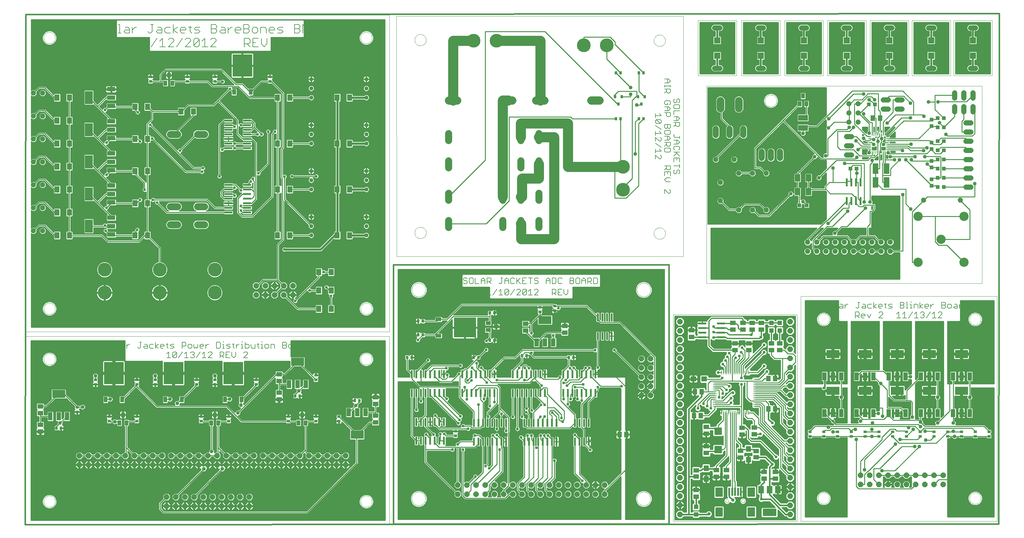
<source format=gtl>
G75*
G70*
%OFA0B0*%
%FSLAX24Y24*%
%IPPOS*%
%LPD*%
%AMOC8*
5,1,8,0,0,1.08239X$1,22.5*
%
%ADD10C,0.0000*%
%ADD11C,0.0080*%
%ADD12C,0.0060*%
%ADD13C,0.0160*%
%ADD14R,0.0866X0.0236*%
%ADD15C,0.0440*%
%ADD16R,0.0551X0.0709*%
%ADD17R,0.0394X0.0551*%
%ADD18R,0.0354X0.0276*%
%ADD19R,0.2126X0.2441*%
%ADD20R,0.0394X0.0630*%
%ADD21R,0.0880X0.0480*%
%ADD22R,0.0866X0.1417*%
%ADD23OC8,0.0520*%
%ADD24C,0.0780*%
%ADD25C,0.1500*%
%ADD26OC8,0.0600*%
%ADD27R,0.0480X0.0880*%
%ADD28R,0.1417X0.0866*%
%ADD29R,0.0630X0.0512*%
%ADD30R,0.0276X0.0354*%
%ADD31R,0.0480X0.0880*%
%ADD32C,0.1004*%
%ADD33C,0.0660*%
%ADD34C,0.0825*%
%ADD35R,0.0110X0.0335*%
%ADD36R,0.0335X0.0110*%
%ADD37R,0.0236X0.0866*%
%ADD38R,0.0394X0.0433*%
%ADD39R,0.0425X0.0413*%
%ADD40C,0.0560*%
%ADD41R,0.0591X0.1142*%
%ADD42R,0.0512X0.0630*%
%ADD43OC8,0.0560*%
%ADD44R,0.0394X0.0394*%
%ADD45R,0.0591X0.0787*%
%ADD46R,0.1063X0.0630*%
%ADD47R,0.2441X0.2126*%
%ADD48R,0.0630X0.0394*%
%ADD49R,0.0551X0.0394*%
%ADD50R,0.0310X0.0350*%
%ADD51C,0.0885*%
%ADD52R,0.0669X0.0709*%
%ADD53R,0.0394X0.0106*%
%ADD54R,0.0106X0.0394*%
%ADD55R,0.0591X0.0512*%
%ADD56R,0.1496X0.0787*%
%ADD57R,0.0472X0.0472*%
%ADD58R,0.0630X0.0551*%
%ADD59R,0.0551X0.0630*%
%ADD60R,0.0512X0.0591*%
%ADD61R,0.0800X0.0800*%
%ADD62R,0.0787X0.0984*%
%ADD63R,0.0197X0.0906*%
%ADD64C,0.0100*%
%ADD65C,0.0396*%
%ADD66C,0.0310*%
%ADD67C,0.0240*%
%ADD68C,0.0400*%
%ADD69C,0.1100*%
%ADD70C,0.0200*%
%ADD71C,0.0120*%
%ADD72C,0.0360*%
D10*
X000210Y000180D02*
X000330Y000180D01*
X000380Y000180D02*
X039830Y000180D01*
X039830Y020672D01*
X000210Y020672D01*
X000210Y000180D01*
X002205Y002680D02*
X002207Y002730D01*
X002213Y002779D01*
X002223Y002828D01*
X002236Y002875D01*
X002254Y002922D01*
X002275Y002967D01*
X002299Y003010D01*
X002327Y003051D01*
X002358Y003090D01*
X002392Y003126D01*
X002429Y003160D01*
X002469Y003190D01*
X002510Y003217D01*
X002554Y003241D01*
X002599Y003261D01*
X002646Y003277D01*
X002694Y003290D01*
X002743Y003299D01*
X002793Y003304D01*
X002842Y003305D01*
X002892Y003302D01*
X002941Y003295D01*
X002990Y003284D01*
X003037Y003270D01*
X003083Y003251D01*
X003128Y003229D01*
X003171Y003204D01*
X003211Y003175D01*
X003249Y003143D01*
X003285Y003109D01*
X003318Y003071D01*
X003347Y003031D01*
X003373Y002989D01*
X003396Y002945D01*
X003415Y002899D01*
X003431Y002852D01*
X003443Y002803D01*
X003451Y002754D01*
X003455Y002705D01*
X003455Y002655D01*
X003451Y002606D01*
X003443Y002557D01*
X003431Y002508D01*
X003415Y002461D01*
X003396Y002415D01*
X003373Y002371D01*
X003347Y002329D01*
X003318Y002289D01*
X003285Y002251D01*
X003249Y002217D01*
X003211Y002185D01*
X003171Y002156D01*
X003128Y002131D01*
X003083Y002109D01*
X003037Y002090D01*
X002990Y002076D01*
X002941Y002065D01*
X002892Y002058D01*
X002842Y002055D01*
X002793Y002056D01*
X002743Y002061D01*
X002694Y002070D01*
X002646Y002083D01*
X002599Y002099D01*
X002554Y002119D01*
X002510Y002143D01*
X002469Y002170D01*
X002429Y002200D01*
X002392Y002234D01*
X002358Y002270D01*
X002327Y002309D01*
X002299Y002350D01*
X002275Y002393D01*
X002254Y002438D01*
X002236Y002485D01*
X002223Y002532D01*
X002213Y002581D01*
X002207Y002630D01*
X002205Y002680D01*
X002205Y018180D02*
X002207Y018230D01*
X002213Y018279D01*
X002223Y018328D01*
X002236Y018375D01*
X002254Y018422D01*
X002275Y018467D01*
X002299Y018510D01*
X002327Y018551D01*
X002358Y018590D01*
X002392Y018626D01*
X002429Y018660D01*
X002469Y018690D01*
X002510Y018717D01*
X002554Y018741D01*
X002599Y018761D01*
X002646Y018777D01*
X002694Y018790D01*
X002743Y018799D01*
X002793Y018804D01*
X002842Y018805D01*
X002892Y018802D01*
X002941Y018795D01*
X002990Y018784D01*
X003037Y018770D01*
X003083Y018751D01*
X003128Y018729D01*
X003171Y018704D01*
X003211Y018675D01*
X003249Y018643D01*
X003285Y018609D01*
X003318Y018571D01*
X003347Y018531D01*
X003373Y018489D01*
X003396Y018445D01*
X003415Y018399D01*
X003431Y018352D01*
X003443Y018303D01*
X003451Y018254D01*
X003455Y018205D01*
X003455Y018155D01*
X003451Y018106D01*
X003443Y018057D01*
X003431Y018008D01*
X003415Y017961D01*
X003396Y017915D01*
X003373Y017871D01*
X003347Y017829D01*
X003318Y017789D01*
X003285Y017751D01*
X003249Y017717D01*
X003211Y017685D01*
X003171Y017656D01*
X003128Y017631D01*
X003083Y017609D01*
X003037Y017590D01*
X002990Y017576D01*
X002941Y017565D01*
X002892Y017558D01*
X002842Y017555D01*
X002793Y017556D01*
X002743Y017561D01*
X002694Y017570D01*
X002646Y017583D01*
X002599Y017599D01*
X002554Y017619D01*
X002510Y017643D01*
X002469Y017670D01*
X002429Y017700D01*
X002392Y017734D01*
X002358Y017770D01*
X002327Y017809D01*
X002299Y017850D01*
X002275Y017893D01*
X002254Y017938D01*
X002236Y017985D01*
X002223Y018032D01*
X002213Y018081D01*
X002207Y018130D01*
X002205Y018180D01*
X000210Y021180D02*
X039830Y021180D01*
X039830Y055672D01*
X000210Y055672D01*
X000210Y021180D01*
X002205Y023680D02*
X002207Y023730D01*
X002213Y023779D01*
X002223Y023828D01*
X002236Y023875D01*
X002254Y023922D01*
X002275Y023967D01*
X002299Y024010D01*
X002327Y024051D01*
X002358Y024090D01*
X002392Y024126D01*
X002429Y024160D01*
X002469Y024190D01*
X002510Y024217D01*
X002554Y024241D01*
X002599Y024261D01*
X002646Y024277D01*
X002694Y024290D01*
X002743Y024299D01*
X002793Y024304D01*
X002842Y024305D01*
X002892Y024302D01*
X002941Y024295D01*
X002990Y024284D01*
X003037Y024270D01*
X003083Y024251D01*
X003128Y024229D01*
X003171Y024204D01*
X003211Y024175D01*
X003249Y024143D01*
X003285Y024109D01*
X003318Y024071D01*
X003347Y024031D01*
X003373Y023989D01*
X003396Y023945D01*
X003415Y023899D01*
X003431Y023852D01*
X003443Y023803D01*
X003451Y023754D01*
X003455Y023705D01*
X003455Y023655D01*
X003451Y023606D01*
X003443Y023557D01*
X003431Y023508D01*
X003415Y023461D01*
X003396Y023415D01*
X003373Y023371D01*
X003347Y023329D01*
X003318Y023289D01*
X003285Y023251D01*
X003249Y023217D01*
X003211Y023185D01*
X003171Y023156D01*
X003128Y023131D01*
X003083Y023109D01*
X003037Y023090D01*
X002990Y023076D01*
X002941Y023065D01*
X002892Y023058D01*
X002842Y023055D01*
X002793Y023056D01*
X002743Y023061D01*
X002694Y023070D01*
X002646Y023083D01*
X002599Y023099D01*
X002554Y023119D01*
X002510Y023143D01*
X002469Y023170D01*
X002429Y023200D01*
X002392Y023234D01*
X002358Y023270D01*
X002327Y023309D01*
X002299Y023350D01*
X002275Y023393D01*
X002254Y023438D01*
X002236Y023485D01*
X002223Y023532D01*
X002213Y023581D01*
X002207Y023630D01*
X002205Y023680D01*
X036705Y023680D02*
X036707Y023730D01*
X036713Y023779D01*
X036723Y023828D01*
X036736Y023875D01*
X036754Y023922D01*
X036775Y023967D01*
X036799Y024010D01*
X036827Y024051D01*
X036858Y024090D01*
X036892Y024126D01*
X036929Y024160D01*
X036969Y024190D01*
X037010Y024217D01*
X037054Y024241D01*
X037099Y024261D01*
X037146Y024277D01*
X037194Y024290D01*
X037243Y024299D01*
X037293Y024304D01*
X037342Y024305D01*
X037392Y024302D01*
X037441Y024295D01*
X037490Y024284D01*
X037537Y024270D01*
X037583Y024251D01*
X037628Y024229D01*
X037671Y024204D01*
X037711Y024175D01*
X037749Y024143D01*
X037785Y024109D01*
X037818Y024071D01*
X037847Y024031D01*
X037873Y023989D01*
X037896Y023945D01*
X037915Y023899D01*
X037931Y023852D01*
X037943Y023803D01*
X037951Y023754D01*
X037955Y023705D01*
X037955Y023655D01*
X037951Y023606D01*
X037943Y023557D01*
X037931Y023508D01*
X037915Y023461D01*
X037896Y023415D01*
X037873Y023371D01*
X037847Y023329D01*
X037818Y023289D01*
X037785Y023251D01*
X037749Y023217D01*
X037711Y023185D01*
X037671Y023156D01*
X037628Y023131D01*
X037583Y023109D01*
X037537Y023090D01*
X037490Y023076D01*
X037441Y023065D01*
X037392Y023058D01*
X037342Y023055D01*
X037293Y023056D01*
X037243Y023061D01*
X037194Y023070D01*
X037146Y023083D01*
X037099Y023099D01*
X037054Y023119D01*
X037010Y023143D01*
X036969Y023170D01*
X036929Y023200D01*
X036892Y023234D01*
X036858Y023270D01*
X036827Y023309D01*
X036799Y023350D01*
X036775Y023393D01*
X036754Y023438D01*
X036736Y023485D01*
X036723Y023532D01*
X036713Y023581D01*
X036707Y023630D01*
X036705Y023680D01*
X042280Y025730D02*
X042282Y025784D01*
X042288Y025838D01*
X042298Y025891D01*
X042311Y025944D01*
X042328Y025995D01*
X042349Y026045D01*
X042374Y026093D01*
X042402Y026140D01*
X042433Y026184D01*
X042467Y026226D01*
X042504Y026265D01*
X042544Y026302D01*
X042587Y026335D01*
X042632Y026366D01*
X042679Y026393D01*
X042727Y026416D01*
X042778Y026436D01*
X042829Y026453D01*
X042882Y026465D01*
X042935Y026474D01*
X042989Y026479D01*
X043044Y026480D01*
X043098Y026477D01*
X043151Y026470D01*
X043204Y026459D01*
X043257Y026445D01*
X043308Y026427D01*
X043357Y026405D01*
X043405Y026380D01*
X043451Y026351D01*
X043495Y026319D01*
X043536Y026284D01*
X043574Y026246D01*
X043610Y026205D01*
X043643Y026162D01*
X043673Y026117D01*
X043699Y026069D01*
X043722Y026020D01*
X043741Y025969D01*
X043756Y025918D01*
X043768Y025865D01*
X043776Y025811D01*
X043780Y025757D01*
X043780Y025703D01*
X043776Y025649D01*
X043768Y025595D01*
X043756Y025542D01*
X043741Y025491D01*
X043722Y025440D01*
X043699Y025391D01*
X043673Y025343D01*
X043643Y025298D01*
X043610Y025255D01*
X043574Y025214D01*
X043536Y025176D01*
X043495Y025141D01*
X043451Y025109D01*
X043405Y025080D01*
X043357Y025055D01*
X043308Y025033D01*
X043257Y025015D01*
X043204Y025001D01*
X043151Y024990D01*
X043098Y024983D01*
X043044Y024980D01*
X042989Y024981D01*
X042935Y024986D01*
X042882Y024995D01*
X042829Y025007D01*
X042778Y025024D01*
X042727Y025044D01*
X042679Y025067D01*
X042632Y025094D01*
X042587Y025125D01*
X042544Y025158D01*
X042504Y025195D01*
X042467Y025234D01*
X042433Y025276D01*
X042402Y025320D01*
X042374Y025367D01*
X042349Y025415D01*
X042328Y025465D01*
X042311Y025516D01*
X042298Y025569D01*
X042288Y025622D01*
X042282Y025676D01*
X042280Y025730D01*
X040630Y029380D02*
X040610Y055530D01*
X071837Y055530D01*
X071857Y029380D01*
X040630Y029380D01*
X042595Y031950D02*
X042597Y032000D01*
X042603Y032049D01*
X042613Y032098D01*
X042626Y032145D01*
X042644Y032192D01*
X042665Y032237D01*
X042689Y032280D01*
X042717Y032321D01*
X042748Y032360D01*
X042782Y032396D01*
X042819Y032430D01*
X042859Y032460D01*
X042900Y032487D01*
X042944Y032511D01*
X042989Y032531D01*
X043036Y032547D01*
X043084Y032560D01*
X043133Y032569D01*
X043183Y032574D01*
X043232Y032575D01*
X043282Y032572D01*
X043331Y032565D01*
X043380Y032554D01*
X043427Y032540D01*
X043473Y032521D01*
X043518Y032499D01*
X043561Y032474D01*
X043601Y032445D01*
X043639Y032413D01*
X043675Y032379D01*
X043708Y032341D01*
X043737Y032301D01*
X043763Y032259D01*
X043786Y032215D01*
X043805Y032169D01*
X043821Y032122D01*
X043833Y032073D01*
X043841Y032024D01*
X043845Y031975D01*
X043845Y031925D01*
X043841Y031876D01*
X043833Y031827D01*
X043821Y031778D01*
X043805Y031731D01*
X043786Y031685D01*
X043763Y031641D01*
X043737Y031599D01*
X043708Y031559D01*
X043675Y031521D01*
X043639Y031487D01*
X043601Y031455D01*
X043561Y031426D01*
X043518Y031401D01*
X043473Y031379D01*
X043427Y031360D01*
X043380Y031346D01*
X043331Y031335D01*
X043282Y031328D01*
X043232Y031325D01*
X043183Y031326D01*
X043133Y031331D01*
X043084Y031340D01*
X043036Y031353D01*
X042989Y031369D01*
X042944Y031389D01*
X042900Y031413D01*
X042859Y031440D01*
X042819Y031470D01*
X042782Y031504D01*
X042748Y031540D01*
X042717Y031579D01*
X042689Y031620D01*
X042665Y031663D01*
X042644Y031708D01*
X042626Y031755D01*
X042613Y031802D01*
X042603Y031851D01*
X042597Y031900D01*
X042595Y031950D01*
X066780Y025730D02*
X066782Y025784D01*
X066788Y025838D01*
X066798Y025891D01*
X066811Y025944D01*
X066828Y025995D01*
X066849Y026045D01*
X066874Y026093D01*
X066902Y026140D01*
X066933Y026184D01*
X066967Y026226D01*
X067004Y026265D01*
X067044Y026302D01*
X067087Y026335D01*
X067132Y026366D01*
X067179Y026393D01*
X067227Y026416D01*
X067278Y026436D01*
X067329Y026453D01*
X067382Y026465D01*
X067435Y026474D01*
X067489Y026479D01*
X067544Y026480D01*
X067598Y026477D01*
X067651Y026470D01*
X067704Y026459D01*
X067757Y026445D01*
X067808Y026427D01*
X067857Y026405D01*
X067905Y026380D01*
X067951Y026351D01*
X067995Y026319D01*
X068036Y026284D01*
X068074Y026246D01*
X068110Y026205D01*
X068143Y026162D01*
X068173Y026117D01*
X068199Y026069D01*
X068222Y026020D01*
X068241Y025969D01*
X068256Y025918D01*
X068268Y025865D01*
X068276Y025811D01*
X068280Y025757D01*
X068280Y025703D01*
X068276Y025649D01*
X068268Y025595D01*
X068256Y025542D01*
X068241Y025491D01*
X068222Y025440D01*
X068199Y025391D01*
X068173Y025343D01*
X068143Y025298D01*
X068110Y025255D01*
X068074Y025214D01*
X068036Y025176D01*
X067995Y025141D01*
X067951Y025109D01*
X067905Y025080D01*
X067857Y025055D01*
X067808Y025033D01*
X067757Y025015D01*
X067704Y025001D01*
X067651Y024990D01*
X067598Y024983D01*
X067544Y024980D01*
X067489Y024981D01*
X067435Y024986D01*
X067382Y024995D01*
X067329Y025007D01*
X067278Y025024D01*
X067227Y025044D01*
X067179Y025067D01*
X067132Y025094D01*
X067087Y025125D01*
X067044Y025158D01*
X067004Y025195D01*
X066967Y025234D01*
X066933Y025276D01*
X066902Y025320D01*
X066874Y025367D01*
X066849Y025415D01*
X066828Y025465D01*
X066811Y025516D01*
X066798Y025569D01*
X066788Y025622D01*
X066782Y025676D01*
X066780Y025730D01*
X070730Y023030D02*
X070730Y000530D01*
X084230Y000530D01*
X084230Y023030D01*
X070730Y023030D01*
X074380Y026430D02*
X104380Y026430D01*
X104380Y047930D01*
X074380Y047930D01*
X074380Y026430D01*
X068640Y031880D02*
X068642Y031930D01*
X068648Y031979D01*
X068658Y032028D01*
X068671Y032075D01*
X068689Y032122D01*
X068710Y032167D01*
X068734Y032210D01*
X068762Y032251D01*
X068793Y032290D01*
X068827Y032326D01*
X068864Y032360D01*
X068904Y032390D01*
X068945Y032417D01*
X068989Y032441D01*
X069034Y032461D01*
X069081Y032477D01*
X069129Y032490D01*
X069178Y032499D01*
X069228Y032504D01*
X069277Y032505D01*
X069327Y032502D01*
X069376Y032495D01*
X069425Y032484D01*
X069472Y032470D01*
X069518Y032451D01*
X069563Y032429D01*
X069606Y032404D01*
X069646Y032375D01*
X069684Y032343D01*
X069720Y032309D01*
X069753Y032271D01*
X069782Y032231D01*
X069808Y032189D01*
X069831Y032145D01*
X069850Y032099D01*
X069866Y032052D01*
X069878Y032003D01*
X069886Y031954D01*
X069890Y031905D01*
X069890Y031855D01*
X069886Y031806D01*
X069878Y031757D01*
X069866Y031708D01*
X069850Y031661D01*
X069831Y031615D01*
X069808Y031571D01*
X069782Y031529D01*
X069753Y031489D01*
X069720Y031451D01*
X069684Y031417D01*
X069646Y031385D01*
X069606Y031356D01*
X069563Y031331D01*
X069518Y031309D01*
X069472Y031290D01*
X069425Y031276D01*
X069376Y031265D01*
X069327Y031258D01*
X069277Y031255D01*
X069228Y031256D01*
X069178Y031261D01*
X069129Y031270D01*
X069081Y031283D01*
X069034Y031299D01*
X068989Y031319D01*
X068945Y031343D01*
X068904Y031370D01*
X068864Y031400D01*
X068827Y031434D01*
X068793Y031470D01*
X068762Y031509D01*
X068734Y031550D01*
X068710Y031593D01*
X068689Y031638D01*
X068671Y031685D01*
X068658Y031732D01*
X068648Y031781D01*
X068642Y031830D01*
X068640Y031880D01*
X084630Y025030D02*
X106000Y025030D01*
X106000Y000538D01*
X084630Y000538D01*
X084630Y025030D01*
X086505Y022530D02*
X086507Y022580D01*
X086513Y022629D01*
X086523Y022678D01*
X086536Y022725D01*
X086554Y022772D01*
X086575Y022817D01*
X086599Y022860D01*
X086627Y022901D01*
X086658Y022940D01*
X086692Y022976D01*
X086729Y023010D01*
X086769Y023040D01*
X086810Y023067D01*
X086854Y023091D01*
X086899Y023111D01*
X086946Y023127D01*
X086994Y023140D01*
X087043Y023149D01*
X087093Y023154D01*
X087142Y023155D01*
X087192Y023152D01*
X087241Y023145D01*
X087290Y023134D01*
X087337Y023120D01*
X087383Y023101D01*
X087428Y023079D01*
X087471Y023054D01*
X087511Y023025D01*
X087549Y022993D01*
X087585Y022959D01*
X087618Y022921D01*
X087647Y022881D01*
X087673Y022839D01*
X087696Y022795D01*
X087715Y022749D01*
X087731Y022702D01*
X087743Y022653D01*
X087751Y022604D01*
X087755Y022555D01*
X087755Y022505D01*
X087751Y022456D01*
X087743Y022407D01*
X087731Y022358D01*
X087715Y022311D01*
X087696Y022265D01*
X087673Y022221D01*
X087647Y022179D01*
X087618Y022139D01*
X087585Y022101D01*
X087549Y022067D01*
X087511Y022035D01*
X087471Y022006D01*
X087428Y021981D01*
X087383Y021959D01*
X087337Y021940D01*
X087290Y021926D01*
X087241Y021915D01*
X087192Y021908D01*
X087142Y021905D01*
X087093Y021906D01*
X087043Y021911D01*
X086994Y021920D01*
X086946Y021933D01*
X086899Y021949D01*
X086854Y021969D01*
X086810Y021993D01*
X086769Y022020D01*
X086729Y022050D01*
X086692Y022084D01*
X086658Y022120D01*
X086627Y022159D01*
X086599Y022200D01*
X086575Y022243D01*
X086554Y022288D01*
X086536Y022335D01*
X086523Y022382D01*
X086513Y022431D01*
X086507Y022480D01*
X086505Y022530D01*
X103005Y022530D02*
X103007Y022580D01*
X103013Y022629D01*
X103023Y022678D01*
X103036Y022725D01*
X103054Y022772D01*
X103075Y022817D01*
X103099Y022860D01*
X103127Y022901D01*
X103158Y022940D01*
X103192Y022976D01*
X103229Y023010D01*
X103269Y023040D01*
X103310Y023067D01*
X103354Y023091D01*
X103399Y023111D01*
X103446Y023127D01*
X103494Y023140D01*
X103543Y023149D01*
X103593Y023154D01*
X103642Y023155D01*
X103692Y023152D01*
X103741Y023145D01*
X103790Y023134D01*
X103837Y023120D01*
X103883Y023101D01*
X103928Y023079D01*
X103971Y023054D01*
X104011Y023025D01*
X104049Y022993D01*
X104085Y022959D01*
X104118Y022921D01*
X104147Y022881D01*
X104173Y022839D01*
X104196Y022795D01*
X104215Y022749D01*
X104231Y022702D01*
X104243Y022653D01*
X104251Y022604D01*
X104255Y022555D01*
X104255Y022505D01*
X104251Y022456D01*
X104243Y022407D01*
X104231Y022358D01*
X104215Y022311D01*
X104196Y022265D01*
X104173Y022221D01*
X104147Y022179D01*
X104118Y022139D01*
X104085Y022101D01*
X104049Y022067D01*
X104011Y022035D01*
X103971Y022006D01*
X103928Y021981D01*
X103883Y021959D01*
X103837Y021940D01*
X103790Y021926D01*
X103741Y021915D01*
X103692Y021908D01*
X103642Y021905D01*
X103593Y021906D01*
X103543Y021911D01*
X103494Y021920D01*
X103446Y021933D01*
X103399Y021949D01*
X103354Y021969D01*
X103310Y021993D01*
X103269Y022020D01*
X103229Y022050D01*
X103192Y022084D01*
X103158Y022120D01*
X103127Y022159D01*
X103099Y022200D01*
X103075Y022243D01*
X103054Y022288D01*
X103036Y022335D01*
X103023Y022382D01*
X103013Y022431D01*
X103007Y022480D01*
X103005Y022530D01*
X103005Y003030D02*
X103007Y003080D01*
X103013Y003129D01*
X103023Y003178D01*
X103036Y003225D01*
X103054Y003272D01*
X103075Y003317D01*
X103099Y003360D01*
X103127Y003401D01*
X103158Y003440D01*
X103192Y003476D01*
X103229Y003510D01*
X103269Y003540D01*
X103310Y003567D01*
X103354Y003591D01*
X103399Y003611D01*
X103446Y003627D01*
X103494Y003640D01*
X103543Y003649D01*
X103593Y003654D01*
X103642Y003655D01*
X103692Y003652D01*
X103741Y003645D01*
X103790Y003634D01*
X103837Y003620D01*
X103883Y003601D01*
X103928Y003579D01*
X103971Y003554D01*
X104011Y003525D01*
X104049Y003493D01*
X104085Y003459D01*
X104118Y003421D01*
X104147Y003381D01*
X104173Y003339D01*
X104196Y003295D01*
X104215Y003249D01*
X104231Y003202D01*
X104243Y003153D01*
X104251Y003104D01*
X104255Y003055D01*
X104255Y003005D01*
X104251Y002956D01*
X104243Y002907D01*
X104231Y002858D01*
X104215Y002811D01*
X104196Y002765D01*
X104173Y002721D01*
X104147Y002679D01*
X104118Y002639D01*
X104085Y002601D01*
X104049Y002567D01*
X104011Y002535D01*
X103971Y002506D01*
X103928Y002481D01*
X103883Y002459D01*
X103837Y002440D01*
X103790Y002426D01*
X103741Y002415D01*
X103692Y002408D01*
X103642Y002405D01*
X103593Y002406D01*
X103543Y002411D01*
X103494Y002420D01*
X103446Y002433D01*
X103399Y002449D01*
X103354Y002469D01*
X103310Y002493D01*
X103269Y002520D01*
X103229Y002550D01*
X103192Y002584D01*
X103158Y002620D01*
X103127Y002659D01*
X103099Y002700D01*
X103075Y002743D01*
X103054Y002788D01*
X103036Y002835D01*
X103023Y002882D01*
X103013Y002931D01*
X103007Y002980D01*
X103005Y003030D01*
X086505Y003030D02*
X086507Y003080D01*
X086513Y003129D01*
X086523Y003178D01*
X086536Y003225D01*
X086554Y003272D01*
X086575Y003317D01*
X086599Y003360D01*
X086627Y003401D01*
X086658Y003440D01*
X086692Y003476D01*
X086729Y003510D01*
X086769Y003540D01*
X086810Y003567D01*
X086854Y003591D01*
X086899Y003611D01*
X086946Y003627D01*
X086994Y003640D01*
X087043Y003649D01*
X087093Y003654D01*
X087142Y003655D01*
X087192Y003652D01*
X087241Y003645D01*
X087290Y003634D01*
X087337Y003620D01*
X087383Y003601D01*
X087428Y003579D01*
X087471Y003554D01*
X087511Y003525D01*
X087549Y003493D01*
X087585Y003459D01*
X087618Y003421D01*
X087647Y003381D01*
X087673Y003339D01*
X087696Y003295D01*
X087715Y003249D01*
X087731Y003202D01*
X087743Y003153D01*
X087751Y003104D01*
X087755Y003055D01*
X087755Y003005D01*
X087751Y002956D01*
X087743Y002907D01*
X087731Y002858D01*
X087715Y002811D01*
X087696Y002765D01*
X087673Y002721D01*
X087647Y002679D01*
X087618Y002639D01*
X087585Y002601D01*
X087549Y002567D01*
X087511Y002535D01*
X087471Y002506D01*
X087428Y002481D01*
X087383Y002459D01*
X087337Y002440D01*
X087290Y002426D01*
X087241Y002415D01*
X087192Y002408D01*
X087142Y002405D01*
X087093Y002406D01*
X087043Y002411D01*
X086994Y002420D01*
X086946Y002433D01*
X086899Y002449D01*
X086854Y002469D01*
X086810Y002493D01*
X086769Y002520D01*
X086729Y002550D01*
X086692Y002584D01*
X086658Y002620D01*
X086627Y002659D01*
X086599Y002700D01*
X086575Y002743D01*
X086554Y002788D01*
X086536Y002835D01*
X086523Y002882D01*
X086513Y002931D01*
X086507Y002980D01*
X086505Y003030D01*
X078169Y002730D02*
X078171Y002756D01*
X078177Y002782D01*
X078187Y002807D01*
X078200Y002830D01*
X078216Y002850D01*
X078236Y002868D01*
X078258Y002883D01*
X078281Y002895D01*
X078307Y002903D01*
X078333Y002907D01*
X078359Y002907D01*
X078385Y002903D01*
X078411Y002895D01*
X078435Y002883D01*
X078456Y002868D01*
X078476Y002850D01*
X078492Y002830D01*
X078505Y002807D01*
X078515Y002782D01*
X078521Y002756D01*
X078523Y002730D01*
X078521Y002704D01*
X078515Y002678D01*
X078505Y002653D01*
X078492Y002630D01*
X078476Y002610D01*
X078456Y002592D01*
X078434Y002577D01*
X078411Y002565D01*
X078385Y002557D01*
X078359Y002553D01*
X078333Y002553D01*
X078307Y002557D01*
X078281Y002565D01*
X078257Y002577D01*
X078236Y002592D01*
X078216Y002610D01*
X078200Y002630D01*
X078187Y002653D01*
X078177Y002678D01*
X078171Y002704D01*
X078169Y002730D01*
X076437Y002730D02*
X076439Y002756D01*
X076445Y002782D01*
X076455Y002807D01*
X076468Y002830D01*
X076484Y002850D01*
X076504Y002868D01*
X076526Y002883D01*
X076549Y002895D01*
X076575Y002903D01*
X076601Y002907D01*
X076627Y002907D01*
X076653Y002903D01*
X076679Y002895D01*
X076703Y002883D01*
X076724Y002868D01*
X076744Y002850D01*
X076760Y002830D01*
X076773Y002807D01*
X076783Y002782D01*
X076789Y002756D01*
X076791Y002730D01*
X076789Y002704D01*
X076783Y002678D01*
X076773Y002653D01*
X076760Y002630D01*
X076744Y002610D01*
X076724Y002592D01*
X076702Y002577D01*
X076679Y002565D01*
X076653Y002557D01*
X076627Y002553D01*
X076601Y002553D01*
X076575Y002557D01*
X076549Y002565D01*
X076525Y002577D01*
X076504Y002592D01*
X076484Y002610D01*
X076468Y002630D01*
X076455Y002653D01*
X076445Y002678D01*
X076439Y002704D01*
X076437Y002730D01*
X066780Y002980D02*
X066782Y003034D01*
X066788Y003088D01*
X066798Y003141D01*
X066811Y003194D01*
X066828Y003245D01*
X066849Y003295D01*
X066874Y003343D01*
X066902Y003390D01*
X066933Y003434D01*
X066967Y003476D01*
X067004Y003515D01*
X067044Y003552D01*
X067087Y003585D01*
X067132Y003616D01*
X067179Y003643D01*
X067227Y003666D01*
X067278Y003686D01*
X067329Y003703D01*
X067382Y003715D01*
X067435Y003724D01*
X067489Y003729D01*
X067544Y003730D01*
X067598Y003727D01*
X067651Y003720D01*
X067704Y003709D01*
X067757Y003695D01*
X067808Y003677D01*
X067857Y003655D01*
X067905Y003630D01*
X067951Y003601D01*
X067995Y003569D01*
X068036Y003534D01*
X068074Y003496D01*
X068110Y003455D01*
X068143Y003412D01*
X068173Y003367D01*
X068199Y003319D01*
X068222Y003270D01*
X068241Y003219D01*
X068256Y003168D01*
X068268Y003115D01*
X068276Y003061D01*
X068280Y003007D01*
X068280Y002953D01*
X068276Y002899D01*
X068268Y002845D01*
X068256Y002792D01*
X068241Y002741D01*
X068222Y002690D01*
X068199Y002641D01*
X068173Y002593D01*
X068143Y002548D01*
X068110Y002505D01*
X068074Y002464D01*
X068036Y002426D01*
X067995Y002391D01*
X067951Y002359D01*
X067905Y002330D01*
X067857Y002305D01*
X067808Y002283D01*
X067757Y002265D01*
X067704Y002251D01*
X067651Y002240D01*
X067598Y002233D01*
X067544Y002230D01*
X067489Y002231D01*
X067435Y002236D01*
X067382Y002245D01*
X067329Y002257D01*
X067278Y002274D01*
X067227Y002294D01*
X067179Y002317D01*
X067132Y002344D01*
X067087Y002375D01*
X067044Y002408D01*
X067004Y002445D01*
X066967Y002484D01*
X066933Y002526D01*
X066902Y002570D01*
X066874Y002617D01*
X066849Y002665D01*
X066828Y002715D01*
X066811Y002766D01*
X066798Y002819D01*
X066788Y002872D01*
X066782Y002926D01*
X066780Y002980D01*
X042280Y002980D02*
X042282Y003034D01*
X042288Y003088D01*
X042298Y003141D01*
X042311Y003194D01*
X042328Y003245D01*
X042349Y003295D01*
X042374Y003343D01*
X042402Y003390D01*
X042433Y003434D01*
X042467Y003476D01*
X042504Y003515D01*
X042544Y003552D01*
X042587Y003585D01*
X042632Y003616D01*
X042679Y003643D01*
X042727Y003666D01*
X042778Y003686D01*
X042829Y003703D01*
X042882Y003715D01*
X042935Y003724D01*
X042989Y003729D01*
X043044Y003730D01*
X043098Y003727D01*
X043151Y003720D01*
X043204Y003709D01*
X043257Y003695D01*
X043308Y003677D01*
X043357Y003655D01*
X043405Y003630D01*
X043451Y003601D01*
X043495Y003569D01*
X043536Y003534D01*
X043574Y003496D01*
X043610Y003455D01*
X043643Y003412D01*
X043673Y003367D01*
X043699Y003319D01*
X043722Y003270D01*
X043741Y003219D01*
X043756Y003168D01*
X043768Y003115D01*
X043776Y003061D01*
X043780Y003007D01*
X043780Y002953D01*
X043776Y002899D01*
X043768Y002845D01*
X043756Y002792D01*
X043741Y002741D01*
X043722Y002690D01*
X043699Y002641D01*
X043673Y002593D01*
X043643Y002548D01*
X043610Y002505D01*
X043574Y002464D01*
X043536Y002426D01*
X043495Y002391D01*
X043451Y002359D01*
X043405Y002330D01*
X043357Y002305D01*
X043308Y002283D01*
X043257Y002265D01*
X043204Y002251D01*
X043151Y002240D01*
X043098Y002233D01*
X043044Y002230D01*
X042989Y002231D01*
X042935Y002236D01*
X042882Y002245D01*
X042829Y002257D01*
X042778Y002274D01*
X042727Y002294D01*
X042679Y002317D01*
X042632Y002344D01*
X042587Y002375D01*
X042544Y002408D01*
X042504Y002445D01*
X042467Y002484D01*
X042433Y002526D01*
X042402Y002570D01*
X042374Y002617D01*
X042349Y002665D01*
X042328Y002715D01*
X042311Y002766D01*
X042298Y002819D01*
X042288Y002872D01*
X042282Y002926D01*
X042280Y002980D01*
X036705Y002680D02*
X036707Y002730D01*
X036713Y002779D01*
X036723Y002828D01*
X036736Y002875D01*
X036754Y002922D01*
X036775Y002967D01*
X036799Y003010D01*
X036827Y003051D01*
X036858Y003090D01*
X036892Y003126D01*
X036929Y003160D01*
X036969Y003190D01*
X037010Y003217D01*
X037054Y003241D01*
X037099Y003261D01*
X037146Y003277D01*
X037194Y003290D01*
X037243Y003299D01*
X037293Y003304D01*
X037342Y003305D01*
X037392Y003302D01*
X037441Y003295D01*
X037490Y003284D01*
X037537Y003270D01*
X037583Y003251D01*
X037628Y003229D01*
X037671Y003204D01*
X037711Y003175D01*
X037749Y003143D01*
X037785Y003109D01*
X037818Y003071D01*
X037847Y003031D01*
X037873Y002989D01*
X037896Y002945D01*
X037915Y002899D01*
X037931Y002852D01*
X037943Y002803D01*
X037951Y002754D01*
X037955Y002705D01*
X037955Y002655D01*
X037951Y002606D01*
X037943Y002557D01*
X037931Y002508D01*
X037915Y002461D01*
X037896Y002415D01*
X037873Y002371D01*
X037847Y002329D01*
X037818Y002289D01*
X037785Y002251D01*
X037749Y002217D01*
X037711Y002185D01*
X037671Y002156D01*
X037628Y002131D01*
X037583Y002109D01*
X037537Y002090D01*
X037490Y002076D01*
X037441Y002065D01*
X037392Y002058D01*
X037342Y002055D01*
X037293Y002056D01*
X037243Y002061D01*
X037194Y002070D01*
X037146Y002083D01*
X037099Y002099D01*
X037054Y002119D01*
X037010Y002143D01*
X036969Y002170D01*
X036929Y002200D01*
X036892Y002234D01*
X036858Y002270D01*
X036827Y002309D01*
X036799Y002350D01*
X036775Y002393D01*
X036754Y002438D01*
X036736Y002485D01*
X036723Y002532D01*
X036713Y002581D01*
X036707Y002630D01*
X036705Y002680D01*
X036705Y018180D02*
X036707Y018230D01*
X036713Y018279D01*
X036723Y018328D01*
X036736Y018375D01*
X036754Y018422D01*
X036775Y018467D01*
X036799Y018510D01*
X036827Y018551D01*
X036858Y018590D01*
X036892Y018626D01*
X036929Y018660D01*
X036969Y018690D01*
X037010Y018717D01*
X037054Y018741D01*
X037099Y018761D01*
X037146Y018777D01*
X037194Y018790D01*
X037243Y018799D01*
X037293Y018804D01*
X037342Y018805D01*
X037392Y018802D01*
X037441Y018795D01*
X037490Y018784D01*
X037537Y018770D01*
X037583Y018751D01*
X037628Y018729D01*
X037671Y018704D01*
X037711Y018675D01*
X037749Y018643D01*
X037785Y018609D01*
X037818Y018571D01*
X037847Y018531D01*
X037873Y018489D01*
X037896Y018445D01*
X037915Y018399D01*
X037931Y018352D01*
X037943Y018303D01*
X037951Y018254D01*
X037955Y018205D01*
X037955Y018155D01*
X037951Y018106D01*
X037943Y018057D01*
X037931Y018008D01*
X037915Y017961D01*
X037896Y017915D01*
X037873Y017871D01*
X037847Y017829D01*
X037818Y017789D01*
X037785Y017751D01*
X037749Y017717D01*
X037711Y017685D01*
X037671Y017656D01*
X037628Y017631D01*
X037583Y017609D01*
X037537Y017590D01*
X037490Y017576D01*
X037441Y017565D01*
X037392Y017558D01*
X037342Y017555D01*
X037293Y017556D01*
X037243Y017561D01*
X037194Y017570D01*
X037146Y017583D01*
X037099Y017599D01*
X037054Y017619D01*
X037010Y017643D01*
X036969Y017670D01*
X036929Y017700D01*
X036892Y017734D01*
X036858Y017770D01*
X036827Y017809D01*
X036799Y017850D01*
X036775Y017893D01*
X036754Y017938D01*
X036736Y017985D01*
X036723Y018032D01*
X036713Y018081D01*
X036707Y018130D01*
X036705Y018180D01*
X080730Y046330D02*
X080732Y046380D01*
X080738Y046430D01*
X080748Y046480D01*
X080761Y046528D01*
X080778Y046576D01*
X080799Y046622D01*
X080823Y046666D01*
X080851Y046708D01*
X080882Y046748D01*
X080916Y046785D01*
X080953Y046820D01*
X080992Y046851D01*
X081033Y046880D01*
X081077Y046905D01*
X081123Y046927D01*
X081170Y046945D01*
X081218Y046959D01*
X081267Y046970D01*
X081317Y046977D01*
X081367Y046980D01*
X081418Y046979D01*
X081468Y046974D01*
X081518Y046965D01*
X081566Y046953D01*
X081614Y046936D01*
X081660Y046916D01*
X081705Y046893D01*
X081748Y046866D01*
X081788Y046836D01*
X081826Y046803D01*
X081861Y046767D01*
X081894Y046728D01*
X081923Y046687D01*
X081949Y046644D01*
X081972Y046599D01*
X081991Y046552D01*
X082006Y046504D01*
X082018Y046455D01*
X082026Y046405D01*
X082030Y046355D01*
X082030Y046305D01*
X082026Y046255D01*
X082018Y046205D01*
X082006Y046156D01*
X081991Y046108D01*
X081972Y046061D01*
X081949Y046016D01*
X081923Y045973D01*
X081894Y045932D01*
X081861Y045893D01*
X081826Y045857D01*
X081788Y045824D01*
X081748Y045794D01*
X081705Y045767D01*
X081660Y045744D01*
X081614Y045724D01*
X081566Y045707D01*
X081518Y045695D01*
X081468Y045686D01*
X081418Y045681D01*
X081367Y045680D01*
X081317Y045683D01*
X081267Y045690D01*
X081218Y045701D01*
X081170Y045715D01*
X081123Y045733D01*
X081077Y045755D01*
X081033Y045780D01*
X080992Y045809D01*
X080953Y045840D01*
X080916Y045875D01*
X080882Y045912D01*
X080851Y045952D01*
X080823Y045994D01*
X080799Y046038D01*
X080778Y046084D01*
X080761Y046132D01*
X080748Y046180D01*
X080738Y046230D01*
X080732Y046280D01*
X080730Y046330D01*
X082380Y049080D02*
X078180Y049080D01*
X078180Y055080D01*
X082380Y055080D01*
X082380Y049080D01*
X082880Y049080D02*
X087080Y049080D01*
X087080Y055080D01*
X082880Y055080D01*
X082880Y049080D01*
X087530Y049080D02*
X091730Y049080D01*
X091730Y055080D01*
X087530Y055080D01*
X087530Y049080D01*
X092180Y049080D02*
X096380Y049080D01*
X096380Y055080D01*
X092180Y055080D01*
X092180Y049080D01*
X096730Y049080D02*
X100930Y049080D01*
X100930Y055080D01*
X096730Y055080D01*
X096730Y049080D01*
X101280Y049080D02*
X105480Y049080D01*
X105480Y055080D01*
X101280Y055080D01*
X101280Y049080D01*
X077630Y049080D02*
X073430Y049080D01*
X073430Y055080D01*
X077630Y055080D01*
X077630Y049080D01*
X068640Y052880D02*
X068642Y052930D01*
X068648Y052979D01*
X068658Y053028D01*
X068671Y053075D01*
X068689Y053122D01*
X068710Y053167D01*
X068734Y053210D01*
X068762Y053251D01*
X068793Y053290D01*
X068827Y053326D01*
X068864Y053360D01*
X068904Y053390D01*
X068945Y053417D01*
X068989Y053441D01*
X069034Y053461D01*
X069081Y053477D01*
X069129Y053490D01*
X069178Y053499D01*
X069228Y053504D01*
X069277Y053505D01*
X069327Y053502D01*
X069376Y053495D01*
X069425Y053484D01*
X069472Y053470D01*
X069518Y053451D01*
X069563Y053429D01*
X069606Y053404D01*
X069646Y053375D01*
X069684Y053343D01*
X069720Y053309D01*
X069753Y053271D01*
X069782Y053231D01*
X069808Y053189D01*
X069831Y053145D01*
X069850Y053099D01*
X069866Y053052D01*
X069878Y053003D01*
X069886Y052954D01*
X069890Y052905D01*
X069890Y052855D01*
X069886Y052806D01*
X069878Y052757D01*
X069866Y052708D01*
X069850Y052661D01*
X069831Y052615D01*
X069808Y052571D01*
X069782Y052529D01*
X069753Y052489D01*
X069720Y052451D01*
X069684Y052417D01*
X069646Y052385D01*
X069606Y052356D01*
X069563Y052331D01*
X069518Y052309D01*
X069472Y052290D01*
X069425Y052276D01*
X069376Y052265D01*
X069327Y052258D01*
X069277Y052255D01*
X069228Y052256D01*
X069178Y052261D01*
X069129Y052270D01*
X069081Y052283D01*
X069034Y052299D01*
X068989Y052319D01*
X068945Y052343D01*
X068904Y052370D01*
X068864Y052400D01*
X068827Y052434D01*
X068793Y052470D01*
X068762Y052509D01*
X068734Y052550D01*
X068710Y052593D01*
X068689Y052638D01*
X068671Y052685D01*
X068658Y052732D01*
X068648Y052781D01*
X068642Y052830D01*
X068640Y052880D01*
X042595Y052950D02*
X042597Y053000D01*
X042603Y053049D01*
X042613Y053098D01*
X042626Y053145D01*
X042644Y053192D01*
X042665Y053237D01*
X042689Y053280D01*
X042717Y053321D01*
X042748Y053360D01*
X042782Y053396D01*
X042819Y053430D01*
X042859Y053460D01*
X042900Y053487D01*
X042944Y053511D01*
X042989Y053531D01*
X043036Y053547D01*
X043084Y053560D01*
X043133Y053569D01*
X043183Y053574D01*
X043232Y053575D01*
X043282Y053572D01*
X043331Y053565D01*
X043380Y053554D01*
X043427Y053540D01*
X043473Y053521D01*
X043518Y053499D01*
X043561Y053474D01*
X043601Y053445D01*
X043639Y053413D01*
X043675Y053379D01*
X043708Y053341D01*
X043737Y053301D01*
X043763Y053259D01*
X043786Y053215D01*
X043805Y053169D01*
X043821Y053122D01*
X043833Y053073D01*
X043841Y053024D01*
X043845Y052975D01*
X043845Y052925D01*
X043841Y052876D01*
X043833Y052827D01*
X043821Y052778D01*
X043805Y052731D01*
X043786Y052685D01*
X043763Y052641D01*
X043737Y052599D01*
X043708Y052559D01*
X043675Y052521D01*
X043639Y052487D01*
X043601Y052455D01*
X043561Y052426D01*
X043518Y052401D01*
X043473Y052379D01*
X043427Y052360D01*
X043380Y052346D01*
X043331Y052335D01*
X043282Y052328D01*
X043232Y052325D01*
X043183Y052326D01*
X043133Y052331D01*
X043084Y052340D01*
X043036Y052353D01*
X042989Y052369D01*
X042944Y052389D01*
X042900Y052413D01*
X042859Y052440D01*
X042819Y052470D01*
X042782Y052504D01*
X042748Y052540D01*
X042717Y052579D01*
X042689Y052620D01*
X042665Y052663D01*
X042644Y052708D01*
X042626Y052755D01*
X042613Y052802D01*
X042603Y052851D01*
X042597Y052900D01*
X042595Y052950D01*
X036705Y053180D02*
X036707Y053230D01*
X036713Y053279D01*
X036723Y053328D01*
X036736Y053375D01*
X036754Y053422D01*
X036775Y053467D01*
X036799Y053510D01*
X036827Y053551D01*
X036858Y053590D01*
X036892Y053626D01*
X036929Y053660D01*
X036969Y053690D01*
X037010Y053717D01*
X037054Y053741D01*
X037099Y053761D01*
X037146Y053777D01*
X037194Y053790D01*
X037243Y053799D01*
X037293Y053804D01*
X037342Y053805D01*
X037392Y053802D01*
X037441Y053795D01*
X037490Y053784D01*
X037537Y053770D01*
X037583Y053751D01*
X037628Y053729D01*
X037671Y053704D01*
X037711Y053675D01*
X037749Y053643D01*
X037785Y053609D01*
X037818Y053571D01*
X037847Y053531D01*
X037873Y053489D01*
X037896Y053445D01*
X037915Y053399D01*
X037931Y053352D01*
X037943Y053303D01*
X037951Y053254D01*
X037955Y053205D01*
X037955Y053155D01*
X037951Y053106D01*
X037943Y053057D01*
X037931Y053008D01*
X037915Y052961D01*
X037896Y052915D01*
X037873Y052871D01*
X037847Y052829D01*
X037818Y052789D01*
X037785Y052751D01*
X037749Y052717D01*
X037711Y052685D01*
X037671Y052656D01*
X037628Y052631D01*
X037583Y052609D01*
X037537Y052590D01*
X037490Y052576D01*
X037441Y052565D01*
X037392Y052558D01*
X037342Y052555D01*
X037293Y052556D01*
X037243Y052561D01*
X037194Y052570D01*
X037146Y052583D01*
X037099Y052599D01*
X037054Y052619D01*
X037010Y052643D01*
X036969Y052670D01*
X036929Y052700D01*
X036892Y052734D01*
X036858Y052770D01*
X036827Y052809D01*
X036799Y052850D01*
X036775Y052893D01*
X036754Y052938D01*
X036736Y052985D01*
X036723Y053032D01*
X036713Y053081D01*
X036707Y053130D01*
X036705Y053180D01*
X002205Y053180D02*
X002207Y053230D01*
X002213Y053279D01*
X002223Y053328D01*
X002236Y053375D01*
X002254Y053422D01*
X002275Y053467D01*
X002299Y053510D01*
X002327Y053551D01*
X002358Y053590D01*
X002392Y053626D01*
X002429Y053660D01*
X002469Y053690D01*
X002510Y053717D01*
X002554Y053741D01*
X002599Y053761D01*
X002646Y053777D01*
X002694Y053790D01*
X002743Y053799D01*
X002793Y053804D01*
X002842Y053805D01*
X002892Y053802D01*
X002941Y053795D01*
X002990Y053784D01*
X003037Y053770D01*
X003083Y053751D01*
X003128Y053729D01*
X003171Y053704D01*
X003211Y053675D01*
X003249Y053643D01*
X003285Y053609D01*
X003318Y053571D01*
X003347Y053531D01*
X003373Y053489D01*
X003396Y053445D01*
X003415Y053399D01*
X003431Y053352D01*
X003443Y053303D01*
X003451Y053254D01*
X003455Y053205D01*
X003455Y053155D01*
X003451Y053106D01*
X003443Y053057D01*
X003431Y053008D01*
X003415Y052961D01*
X003396Y052915D01*
X003373Y052871D01*
X003347Y052829D01*
X003318Y052789D01*
X003285Y052751D01*
X003249Y052717D01*
X003211Y052685D01*
X003171Y052656D01*
X003128Y052631D01*
X003083Y052609D01*
X003037Y052590D01*
X002990Y052576D01*
X002941Y052565D01*
X002892Y052558D01*
X002842Y052555D01*
X002793Y052556D01*
X002743Y052561D01*
X002694Y052570D01*
X002646Y052583D01*
X002599Y052599D01*
X002554Y052619D01*
X002510Y052643D01*
X002469Y052670D01*
X002429Y052700D01*
X002392Y052734D01*
X002358Y052770D01*
X002327Y052809D01*
X002299Y052850D01*
X002275Y052893D01*
X002254Y052938D01*
X002236Y052985D01*
X002223Y053032D01*
X002213Y053081D01*
X002207Y053130D01*
X002205Y053180D01*
D11*
X008477Y053873D02*
X008630Y053720D01*
X008937Y053720D01*
X009090Y053873D01*
X009090Y054027D01*
X008937Y054180D01*
X008630Y054180D01*
X008477Y054334D01*
X008477Y054487D01*
X008630Y054641D01*
X008937Y054641D01*
X009090Y054487D01*
X009397Y054180D02*
X009551Y054334D01*
X009858Y054334D01*
X010011Y054180D01*
X010011Y053873D01*
X009858Y053720D01*
X009551Y053720D01*
X009397Y053873D01*
X009397Y054180D01*
X010318Y053720D02*
X010625Y053720D01*
X010472Y053720D02*
X010472Y054641D01*
X010318Y054641D01*
X011085Y054334D02*
X011392Y054334D01*
X011546Y054180D01*
X011546Y053720D01*
X011085Y053720D01*
X010932Y053873D01*
X011085Y054027D01*
X011546Y054027D01*
X011853Y054027D02*
X012160Y054334D01*
X012313Y054334D01*
X011853Y054334D02*
X011853Y053720D01*
X012390Y053141D02*
X012390Y052220D01*
X012083Y052220D02*
X012697Y052220D01*
X013004Y052220D02*
X013618Y052220D01*
X013924Y052220D02*
X014538Y053141D01*
X014845Y052834D02*
X015152Y053141D01*
X015152Y052220D01*
X014845Y052220D02*
X015459Y052220D01*
X015766Y052220D02*
X016380Y052834D01*
X016380Y052987D01*
X016226Y053141D01*
X015920Y053141D01*
X015766Y052987D01*
X015766Y052220D02*
X016380Y052220D01*
X016687Y052220D02*
X017301Y053141D01*
X017608Y052987D02*
X017761Y053141D01*
X018068Y053141D01*
X018221Y052987D01*
X018221Y052834D01*
X017608Y052220D01*
X018221Y052220D01*
X018528Y052373D02*
X019142Y052987D01*
X019142Y052373D01*
X018989Y052220D01*
X018682Y052220D01*
X018528Y052373D01*
X018528Y052987D01*
X018682Y053141D01*
X018989Y053141D01*
X019142Y052987D01*
X019449Y052834D02*
X019756Y053141D01*
X019756Y052220D01*
X019449Y052220D02*
X020063Y052220D01*
X020370Y052220D02*
X020984Y052834D01*
X020984Y052987D01*
X020830Y053141D01*
X020523Y053141D01*
X020370Y052987D01*
X020447Y053720D02*
X020907Y053720D01*
X021061Y053873D01*
X021061Y054027D01*
X020907Y054180D01*
X020447Y054180D01*
X020447Y053720D02*
X020447Y054641D01*
X020907Y054641D01*
X021061Y054487D01*
X021061Y054334D01*
X020907Y054180D01*
X021368Y053873D02*
X021521Y053720D01*
X021981Y053720D01*
X021981Y054180D01*
X021828Y054334D01*
X021521Y054334D01*
X021521Y054027D02*
X021981Y054027D01*
X022288Y054027D02*
X022595Y054334D01*
X022749Y054334D01*
X023056Y054180D02*
X023209Y054334D01*
X023516Y054334D01*
X023669Y054180D01*
X023669Y054027D01*
X023056Y054027D01*
X023056Y054180D02*
X023056Y053873D01*
X023209Y053720D01*
X023516Y053720D01*
X023976Y053720D02*
X024437Y053720D01*
X024590Y053873D01*
X024590Y054027D01*
X024437Y054180D01*
X023976Y054180D01*
X023976Y053720D02*
X023976Y054641D01*
X024437Y054641D01*
X024590Y054487D01*
X024590Y054334D01*
X024437Y054180D01*
X024897Y054180D02*
X025051Y054334D01*
X025358Y054334D01*
X025511Y054180D01*
X025511Y053873D01*
X025358Y053720D01*
X025051Y053720D01*
X024897Y053873D01*
X024897Y054180D01*
X025818Y054334D02*
X025818Y053720D01*
X025895Y053141D02*
X025895Y052527D01*
X026202Y052220D01*
X026509Y052527D01*
X026509Y053141D01*
X026432Y053720D02*
X026432Y054180D01*
X026278Y054334D01*
X025818Y054334D01*
X026739Y054180D02*
X026892Y054334D01*
X027199Y054334D01*
X027353Y054180D01*
X027353Y054027D01*
X026739Y054027D01*
X026739Y054180D02*
X026739Y053873D01*
X026892Y053720D01*
X027199Y053720D01*
X027660Y053720D02*
X028120Y053720D01*
X028273Y053873D01*
X028120Y054027D01*
X027813Y054027D01*
X027660Y054180D01*
X027813Y054334D01*
X028273Y054334D01*
X029501Y054180D02*
X029962Y054180D01*
X030115Y054027D01*
X030115Y053873D01*
X029962Y053720D01*
X029501Y053720D01*
X029501Y054641D01*
X029962Y054641D01*
X030115Y054487D01*
X030115Y054334D01*
X029962Y054180D01*
X030422Y053720D02*
X030422Y054641D01*
X030729Y054334D01*
X031036Y054641D01*
X031036Y053720D01*
X031343Y053873D02*
X031496Y053720D01*
X031803Y053720D01*
X031957Y053873D01*
X031957Y054027D01*
X031803Y054180D01*
X031496Y054180D01*
X031343Y054334D01*
X031343Y054487D01*
X031496Y054641D01*
X031803Y054641D01*
X031957Y054487D01*
X028043Y053141D02*
X028043Y052220D01*
X027736Y052220D02*
X028350Y052220D01*
X027736Y052834D02*
X028043Y053141D01*
X025588Y053141D02*
X024974Y053141D01*
X024974Y052220D01*
X025588Y052220D01*
X025281Y052680D02*
X024974Y052680D01*
X024667Y052680D02*
X024514Y052527D01*
X024053Y052527D01*
X024053Y052220D02*
X024053Y053141D01*
X024514Y053141D01*
X024667Y052987D01*
X024667Y052680D01*
X024360Y052527D02*
X024667Y052220D01*
X022288Y053720D02*
X022288Y054334D01*
X021521Y054027D02*
X021368Y053873D01*
X019219Y053873D02*
X019066Y054027D01*
X018759Y054027D01*
X018605Y054180D01*
X018759Y054334D01*
X019219Y054334D01*
X019219Y053873D02*
X019066Y053720D01*
X018605Y053720D01*
X018298Y053720D02*
X018145Y053873D01*
X018145Y054487D01*
X018298Y054334D02*
X017991Y054334D01*
X017684Y054180D02*
X017531Y054334D01*
X017224Y054334D01*
X017071Y054180D01*
X017071Y053873D01*
X017224Y053720D01*
X017531Y053720D01*
X017684Y054027D02*
X017071Y054027D01*
X016764Y054334D02*
X016303Y054027D01*
X016764Y053720D01*
X016303Y053720D02*
X016303Y054641D01*
X015996Y054334D02*
X015536Y054334D01*
X015382Y054180D01*
X015382Y053873D01*
X015536Y053720D01*
X015996Y053720D01*
X015075Y053720D02*
X015075Y054180D01*
X014922Y054334D01*
X014615Y054334D01*
X014615Y054027D02*
X015075Y054027D01*
X015075Y053720D02*
X014615Y053720D01*
X014462Y053873D01*
X014615Y054027D01*
X014001Y053873D02*
X014001Y054641D01*
X013848Y054641D02*
X014155Y054641D01*
X014001Y053873D02*
X013848Y053720D01*
X013694Y053720D01*
X013541Y053873D01*
X013311Y053141D02*
X013311Y052220D01*
X013004Y052834D02*
X013311Y053141D01*
X012390Y053141D02*
X012083Y052834D01*
X017684Y054027D02*
X017684Y054180D01*
X020370Y052220D02*
X020984Y052220D01*
D12*
X047898Y026944D02*
X047898Y026837D01*
X048004Y026730D01*
X048218Y026730D01*
X048325Y026624D01*
X048325Y026517D01*
X048218Y026410D01*
X048004Y026410D01*
X047898Y026517D01*
X047898Y026944D02*
X048004Y027051D01*
X048218Y027051D01*
X048325Y026944D01*
X048542Y026944D02*
X048542Y026517D01*
X048649Y026410D01*
X048862Y026410D01*
X048969Y026517D01*
X048969Y026944D01*
X048862Y027051D01*
X048649Y027051D01*
X048542Y026944D01*
X049187Y027051D02*
X049187Y026410D01*
X049614Y026410D01*
X049831Y026410D02*
X049831Y026837D01*
X050045Y027051D01*
X050258Y026837D01*
X050258Y026410D01*
X050476Y026410D02*
X050476Y027051D01*
X050796Y027051D01*
X050903Y026944D01*
X050903Y026730D01*
X050796Y026624D01*
X050476Y026624D01*
X050689Y026624D02*
X050903Y026410D01*
X050689Y025801D02*
X050689Y025160D01*
X050476Y025160D02*
X050903Y025160D01*
X051120Y025160D02*
X051547Y025801D01*
X051765Y025587D02*
X051978Y025801D01*
X051978Y025160D01*
X051765Y025160D02*
X052192Y025160D01*
X052410Y025267D02*
X052516Y025160D01*
X052730Y025160D01*
X052837Y025267D01*
X052837Y025694D01*
X052410Y025267D01*
X052410Y025694D01*
X052516Y025801D01*
X052730Y025801D01*
X052837Y025694D01*
X053054Y025160D02*
X053481Y025801D01*
X053699Y025694D02*
X053805Y025801D01*
X054019Y025801D01*
X054126Y025694D01*
X054126Y025587D01*
X053699Y025160D01*
X054126Y025160D01*
X054343Y025267D02*
X054770Y025694D01*
X054770Y025267D01*
X054663Y025160D01*
X054450Y025160D01*
X054343Y025267D01*
X054343Y025694D01*
X054450Y025801D01*
X054663Y025801D01*
X054770Y025694D01*
X054988Y025587D02*
X055201Y025801D01*
X055201Y025160D01*
X054988Y025160D02*
X055415Y025160D01*
X055632Y025160D02*
X056059Y025587D01*
X056059Y025694D01*
X055953Y025801D01*
X055739Y025801D01*
X055632Y025694D01*
X055632Y025160D02*
X056059Y025160D01*
X057566Y025160D02*
X057566Y025801D01*
X057886Y025801D01*
X057993Y025694D01*
X057993Y025480D01*
X057886Y025374D01*
X057566Y025374D01*
X057779Y025374D02*
X057993Y025160D01*
X058210Y025160D02*
X058637Y025160D01*
X058855Y025374D02*
X059069Y025160D01*
X059282Y025374D01*
X059282Y025801D01*
X058855Y025801D02*
X058855Y025374D01*
X058424Y025480D02*
X058210Y025480D01*
X058210Y025160D02*
X058210Y025801D01*
X058637Y025801D01*
X058531Y026410D02*
X058317Y026410D01*
X058210Y026517D01*
X058210Y026944D01*
X058317Y027051D01*
X058531Y027051D01*
X058637Y026944D01*
X058637Y026517D02*
X058531Y026410D01*
X057993Y026517D02*
X057993Y026944D01*
X057886Y027051D01*
X057566Y027051D01*
X057566Y026410D01*
X057886Y026410D01*
X057993Y026517D01*
X057348Y026410D02*
X057348Y026837D01*
X057135Y027051D01*
X056921Y026837D01*
X056921Y026410D01*
X056921Y026730D02*
X057348Y026730D01*
X056059Y026624D02*
X056059Y026517D01*
X055953Y026410D01*
X055739Y026410D01*
X055632Y026517D01*
X055739Y026730D02*
X055953Y026730D01*
X056059Y026624D01*
X056059Y026944D02*
X055953Y027051D01*
X055739Y027051D01*
X055632Y026944D01*
X055632Y026837D01*
X055739Y026730D01*
X055415Y027051D02*
X054988Y027051D01*
X055201Y027051D02*
X055201Y026410D01*
X054770Y026410D02*
X054343Y026410D01*
X054343Y027051D01*
X054770Y027051D01*
X054557Y026730D02*
X054343Y026730D01*
X054126Y026410D02*
X053805Y026730D01*
X053699Y026624D02*
X054126Y027051D01*
X053699Y027051D02*
X053699Y026410D01*
X053481Y026517D02*
X053374Y026410D01*
X053161Y026410D01*
X053054Y026517D01*
X053054Y026944D01*
X053161Y027051D01*
X053374Y027051D01*
X053481Y026944D01*
X052837Y026837D02*
X052837Y026410D01*
X052837Y026730D02*
X052410Y026730D01*
X052410Y026837D02*
X052623Y027051D01*
X052837Y026837D01*
X052410Y026837D02*
X052410Y026410D01*
X052085Y026517D02*
X052085Y027051D01*
X051978Y027051D02*
X052192Y027051D01*
X052085Y026517D02*
X051978Y026410D01*
X051872Y026410D01*
X051765Y026517D01*
X050689Y025801D02*
X050476Y025587D01*
X050258Y025160D02*
X049831Y025160D01*
X050045Y025160D02*
X050045Y025801D01*
X049831Y025587D01*
X049831Y026730D02*
X050258Y026730D01*
X059500Y026730D02*
X059820Y026730D01*
X059927Y026624D01*
X059927Y026517D01*
X059820Y026410D01*
X059500Y026410D01*
X059500Y027051D01*
X059820Y027051D01*
X059927Y026944D01*
X059927Y026837D01*
X059820Y026730D01*
X060144Y026517D02*
X060251Y026410D01*
X060464Y026410D01*
X060571Y026517D01*
X060571Y026944D01*
X060464Y027051D01*
X060251Y027051D01*
X060144Y026944D01*
X060144Y026517D01*
X060789Y026410D02*
X060789Y026837D01*
X061002Y027051D01*
X061216Y026837D01*
X061216Y026410D01*
X061433Y026410D02*
X061433Y027051D01*
X061753Y027051D01*
X061860Y026944D01*
X061860Y026730D01*
X061753Y026624D01*
X061433Y026624D01*
X061647Y026624D02*
X061860Y026410D01*
X062078Y026410D02*
X062398Y026410D01*
X062505Y026517D01*
X062505Y026944D01*
X062398Y027051D01*
X062078Y027051D01*
X062078Y026410D01*
X061216Y026730D02*
X060789Y026730D01*
X060464Y025801D02*
X060251Y025801D01*
X060144Y025694D01*
X060464Y025801D02*
X060571Y025694D01*
X060571Y025587D01*
X060144Y025160D01*
X060571Y025160D01*
X069810Y036229D02*
X069810Y036656D01*
X070237Y036229D01*
X070344Y036229D01*
X070451Y036336D01*
X070451Y036550D01*
X070344Y036656D01*
X070451Y037519D02*
X070024Y037519D01*
X069810Y037732D01*
X070024Y037946D01*
X070451Y037946D01*
X070451Y038163D02*
X070451Y038590D01*
X069810Y038590D01*
X069810Y038163D01*
X070130Y038377D02*
X070130Y038590D01*
X070130Y038808D02*
X070024Y038914D01*
X070024Y039235D01*
X070024Y039021D02*
X069810Y038808D01*
X070130Y038808D02*
X070344Y038808D01*
X070451Y038914D01*
X070451Y039235D01*
X069810Y039235D01*
X069344Y039989D02*
X069451Y040096D01*
X069451Y040310D01*
X069344Y040416D01*
X069344Y039989D02*
X069237Y039989D01*
X068810Y040416D01*
X068810Y039989D01*
X068810Y040634D02*
X068810Y041061D01*
X068810Y040847D02*
X069451Y040847D01*
X069237Y041061D01*
X069451Y041278D02*
X068810Y041705D01*
X068810Y041923D02*
X068810Y042350D01*
X069237Y041923D01*
X069344Y041923D01*
X069451Y042030D01*
X069451Y042243D01*
X069344Y042350D01*
X069451Y042781D02*
X068810Y042781D01*
X068810Y042568D02*
X068810Y042995D01*
X069237Y042995D02*
X069451Y042781D01*
X069810Y042782D02*
X069917Y042675D01*
X070344Y042675D01*
X070451Y042782D01*
X070451Y042995D01*
X070344Y043102D01*
X069917Y043102D01*
X069810Y042995D01*
X069810Y042782D01*
X069810Y042457D02*
X070237Y042457D01*
X070451Y042244D01*
X070237Y042030D01*
X069810Y042030D01*
X069810Y041813D02*
X070451Y041813D01*
X070451Y041493D01*
X070344Y041386D01*
X070130Y041386D01*
X070024Y041493D01*
X070024Y041813D01*
X070024Y041599D02*
X069810Y041386D01*
X069810Y041168D02*
X069810Y040848D01*
X069917Y040741D01*
X070344Y040741D01*
X070451Y040848D01*
X070451Y041168D01*
X069810Y041168D01*
X070810Y041063D02*
X070917Y040956D01*
X070810Y041063D02*
X070810Y041276D01*
X070917Y041383D01*
X071344Y041383D01*
X071451Y041276D01*
X071451Y041063D01*
X071344Y040956D01*
X071451Y040739D02*
X070810Y040739D01*
X071024Y040739D02*
X071451Y040312D01*
X071451Y040094D02*
X070810Y040094D01*
X070810Y039667D01*
X071130Y039881D02*
X071130Y040094D01*
X071451Y040094D02*
X071451Y039667D01*
X071451Y039450D02*
X071451Y039023D01*
X071451Y039236D02*
X070810Y039236D01*
X070917Y038805D02*
X070810Y038698D01*
X070810Y038485D01*
X070917Y038378D01*
X071024Y038378D01*
X071130Y038485D01*
X071130Y038698D01*
X071237Y038805D01*
X071344Y038805D01*
X071451Y038698D01*
X071451Y038485D01*
X071344Y038378D01*
X070810Y040312D02*
X071130Y040632D01*
X071130Y041601D02*
X071130Y042028D01*
X071237Y042028D02*
X071451Y041814D01*
X071237Y041601D01*
X070810Y041601D01*
X070810Y042028D02*
X071237Y042028D01*
X071451Y042245D02*
X071451Y042459D01*
X071451Y042352D02*
X070917Y042352D01*
X070810Y042459D01*
X070810Y042566D01*
X070917Y042672D01*
X070130Y042457D02*
X070130Y042030D01*
X070024Y043320D02*
X069917Y043320D01*
X069810Y043426D01*
X069810Y043747D01*
X070451Y043747D01*
X070451Y043426D01*
X070344Y043320D01*
X070237Y043320D01*
X070130Y043426D01*
X070130Y043747D01*
X070130Y043426D02*
X070024Y043320D01*
X069451Y043212D02*
X068810Y043639D01*
X068917Y043857D02*
X068810Y043963D01*
X068810Y044177D01*
X068917Y044284D01*
X069344Y043857D01*
X068917Y043857D01*
X068917Y044284D02*
X069344Y044284D01*
X069451Y044177D01*
X069451Y043963D01*
X069344Y043857D01*
X068810Y044501D02*
X068810Y044928D01*
X068810Y044715D02*
X069451Y044715D01*
X069237Y044928D01*
X069810Y045036D02*
X070451Y045036D01*
X070451Y044715D01*
X070344Y044609D01*
X070130Y044609D01*
X070024Y044715D01*
X070024Y045036D01*
X070130Y045253D02*
X070130Y045680D01*
X070237Y045680D02*
X069810Y045680D01*
X069917Y045898D02*
X070130Y045898D01*
X070130Y046111D01*
X069917Y045898D02*
X069810Y046004D01*
X069810Y046218D01*
X069917Y046325D01*
X070344Y046325D01*
X070451Y046218D01*
X070451Y046004D01*
X070344Y045898D01*
X070237Y045680D02*
X070451Y045467D01*
X070237Y045253D01*
X069810Y045253D01*
X070810Y045250D02*
X070810Y044823D01*
X070810Y044606D02*
X071237Y044606D01*
X071451Y044392D01*
X071237Y044179D01*
X070810Y044179D01*
X070810Y043961D02*
X071451Y043961D01*
X071451Y043641D01*
X071344Y043534D01*
X071130Y043534D01*
X071024Y043641D01*
X071024Y043961D01*
X071024Y043748D02*
X070810Y043534D01*
X071130Y044179D02*
X071130Y044606D01*
X071451Y045250D02*
X070810Y045250D01*
X070917Y045468D02*
X071344Y045468D01*
X071451Y045575D01*
X071451Y045788D01*
X071344Y045895D01*
X070917Y045895D01*
X070810Y045788D01*
X070810Y045575D01*
X070917Y045468D01*
X070917Y046113D02*
X070810Y046219D01*
X070810Y046433D01*
X070917Y046540D01*
X071130Y046433D02*
X071237Y046540D01*
X071344Y046540D01*
X071451Y046433D01*
X071451Y046219D01*
X071344Y046113D01*
X071130Y046219D02*
X071024Y046113D01*
X070917Y046113D01*
X071130Y046219D02*
X071130Y046433D01*
X070344Y047187D02*
X070130Y047187D01*
X070024Y047294D01*
X070024Y047614D01*
X070024Y047400D02*
X069810Y047187D01*
X069810Y047614D02*
X070451Y047614D01*
X070451Y047294D01*
X070344Y047187D01*
X070451Y047830D02*
X070451Y048044D01*
X070451Y047937D02*
X069810Y047937D01*
X069810Y048044D02*
X069810Y047830D01*
X069810Y048261D02*
X070237Y048261D01*
X070451Y048475D01*
X070237Y048688D01*
X069810Y048688D01*
X070130Y048688D02*
X070130Y048261D01*
X087191Y024376D02*
X087085Y024269D01*
X087085Y024162D01*
X087191Y024055D01*
X087405Y024055D01*
X087512Y023949D01*
X087512Y023842D01*
X087405Y023735D01*
X087191Y023735D01*
X087085Y023842D01*
X087191Y024376D02*
X087405Y024376D01*
X087512Y024269D01*
X087729Y024055D02*
X087836Y024162D01*
X088049Y024162D01*
X088156Y024055D01*
X088156Y023842D01*
X088049Y023735D01*
X087836Y023735D01*
X087729Y023842D01*
X087729Y024055D01*
X088374Y023735D02*
X088587Y023735D01*
X088480Y023735D02*
X088480Y024376D01*
X088374Y024376D01*
X088910Y024162D02*
X089124Y024162D01*
X089230Y024055D01*
X089230Y023735D01*
X088910Y023735D01*
X088803Y023842D01*
X088910Y023949D01*
X089230Y023949D01*
X089448Y023949D02*
X089661Y024162D01*
X089768Y024162D01*
X089448Y024162D02*
X089448Y023735D01*
X090630Y023842D02*
X090736Y023735D01*
X090843Y023735D01*
X090950Y023842D01*
X090950Y024376D01*
X090843Y024376D02*
X091057Y024376D01*
X091381Y024162D02*
X091594Y024162D01*
X091701Y024055D01*
X091701Y023735D01*
X091381Y023735D01*
X091274Y023842D01*
X091381Y023949D01*
X091701Y023949D01*
X091919Y024055D02*
X091919Y023842D01*
X092025Y023735D01*
X092346Y023735D01*
X092563Y023735D02*
X092563Y024376D01*
X092346Y024162D02*
X092025Y024162D01*
X091919Y024055D01*
X092563Y023949D02*
X092883Y024162D01*
X093100Y024055D02*
X093207Y024162D01*
X093421Y024162D01*
X093527Y024055D01*
X093527Y023949D01*
X093100Y023949D01*
X093100Y024055D02*
X093100Y023842D01*
X093207Y023735D01*
X093421Y023735D01*
X093474Y023326D02*
X093261Y023326D01*
X093154Y023219D01*
X093474Y023326D02*
X093581Y023219D01*
X093581Y023112D01*
X093154Y022685D01*
X093581Y022685D01*
X092292Y023112D02*
X092078Y022685D01*
X091865Y023112D01*
X091647Y023005D02*
X091647Y022899D01*
X091220Y022899D01*
X091220Y023005D02*
X091220Y022792D01*
X091327Y022685D01*
X091541Y022685D01*
X091647Y023005D02*
X091541Y023112D01*
X091327Y023112D01*
X091220Y023005D01*
X091003Y023005D02*
X090896Y022899D01*
X090576Y022899D01*
X090789Y022899D02*
X091003Y022685D01*
X091003Y023005D02*
X091003Y023219D01*
X090896Y023326D01*
X090576Y023326D01*
X090576Y022685D01*
X092563Y023949D02*
X092883Y023735D01*
X093745Y024162D02*
X093958Y024162D01*
X093852Y024269D02*
X093852Y023842D01*
X093958Y023735D01*
X094175Y023735D02*
X094495Y023735D01*
X094602Y023842D01*
X094495Y023949D01*
X094281Y023949D01*
X094175Y024055D01*
X094281Y024162D01*
X094602Y024162D01*
X095464Y024055D02*
X095784Y024055D01*
X095891Y023949D01*
X095891Y023842D01*
X095784Y023735D01*
X095464Y023735D01*
X095464Y024376D01*
X095784Y024376D01*
X095891Y024269D01*
X095891Y024162D01*
X095784Y024055D01*
X096108Y023735D02*
X096322Y023735D01*
X096215Y023735D02*
X096215Y024376D01*
X096108Y024376D01*
X096538Y024162D02*
X096645Y024162D01*
X096645Y023735D01*
X096751Y023735D02*
X096538Y023735D01*
X096968Y023735D02*
X096968Y024162D01*
X097288Y024162D01*
X097395Y024055D01*
X097395Y023735D01*
X097612Y023735D02*
X097612Y024376D01*
X097932Y024162D02*
X097612Y023949D01*
X097932Y023735D01*
X098149Y023842D02*
X098149Y024055D01*
X098256Y024162D01*
X098470Y024162D01*
X098576Y024055D01*
X098576Y023949D01*
X098149Y023949D01*
X098149Y023842D02*
X098256Y023735D01*
X098470Y023735D01*
X098794Y023735D02*
X098794Y024162D01*
X098794Y023949D02*
X099007Y024162D01*
X099114Y024162D01*
X099976Y024055D02*
X100296Y024055D01*
X100403Y023949D01*
X100403Y023842D01*
X100296Y023735D01*
X099976Y023735D01*
X099976Y024376D01*
X100296Y024376D01*
X100403Y024269D01*
X100403Y024162D01*
X100296Y024055D01*
X100620Y024055D02*
X100620Y023842D01*
X100727Y023735D01*
X100940Y023735D01*
X101047Y023842D01*
X101047Y024055D01*
X100940Y024162D01*
X100727Y024162D01*
X100620Y024055D01*
X101265Y023842D02*
X101371Y023949D01*
X101692Y023949D01*
X101692Y024055D02*
X101692Y023735D01*
X101371Y023735D01*
X101265Y023842D01*
X101371Y024162D02*
X101585Y024162D01*
X101692Y024055D01*
X101909Y023949D02*
X102123Y024162D01*
X102229Y024162D01*
X102446Y024055D02*
X102553Y024162D01*
X102873Y024162D01*
X102873Y024376D02*
X102873Y023735D01*
X102553Y023735D01*
X102446Y023842D01*
X102446Y024055D01*
X101909Y024162D02*
X101909Y023735D01*
X100027Y023219D02*
X099920Y023326D01*
X099706Y023326D01*
X099600Y023219D01*
X100027Y023219D02*
X100027Y023112D01*
X099600Y022685D01*
X100027Y022685D01*
X099382Y022685D02*
X098955Y022685D01*
X099169Y022685D02*
X099169Y023326D01*
X098955Y023112D01*
X098737Y023326D02*
X098310Y022685D01*
X098093Y022792D02*
X097986Y022685D01*
X097773Y022685D01*
X097666Y022792D01*
X097448Y022685D02*
X097021Y022685D01*
X097235Y022685D02*
X097235Y023326D01*
X097021Y023112D01*
X096804Y023326D02*
X096377Y022685D01*
X096159Y022685D02*
X095732Y022685D01*
X095946Y022685D02*
X095946Y023326D01*
X095732Y023112D01*
X095515Y022685D02*
X095088Y022685D01*
X095301Y022685D02*
X095301Y023326D01*
X095088Y023112D01*
X096645Y024376D02*
X096645Y024482D01*
X097773Y023326D02*
X097986Y023326D01*
X098093Y023219D01*
X098093Y023112D01*
X097986Y023005D01*
X098093Y022899D01*
X098093Y022792D01*
X097986Y023005D02*
X097879Y023005D01*
X097666Y023219D02*
X097773Y023326D01*
X031118Y020026D02*
X031118Y019385D01*
X030798Y019385D01*
X030691Y019492D01*
X030691Y019705D01*
X030798Y019812D01*
X031118Y019812D01*
X030474Y019812D02*
X030368Y019812D01*
X030154Y019599D01*
X030154Y019812D02*
X030154Y019385D01*
X029937Y019385D02*
X029616Y019385D01*
X029510Y019492D01*
X029616Y019599D01*
X029937Y019599D01*
X029937Y019705D02*
X029937Y019385D01*
X029937Y019705D02*
X029830Y019812D01*
X029616Y019812D01*
X029292Y019705D02*
X029185Y019812D01*
X028972Y019812D01*
X028865Y019705D01*
X028865Y019492D01*
X028972Y019385D01*
X029185Y019385D01*
X029292Y019492D01*
X029292Y019705D01*
X028648Y019599D02*
X028648Y019492D01*
X028541Y019385D01*
X028221Y019385D01*
X028221Y020026D01*
X028541Y020026D01*
X028648Y019919D01*
X028648Y019812D01*
X028541Y019705D01*
X028221Y019705D01*
X028541Y019705D02*
X028648Y019599D01*
X027358Y019705D02*
X027358Y019385D01*
X027358Y019705D02*
X027252Y019812D01*
X026931Y019812D01*
X026931Y019385D01*
X026714Y019492D02*
X026714Y019705D01*
X026607Y019812D01*
X026394Y019812D01*
X026287Y019705D01*
X026287Y019492D01*
X026394Y019385D01*
X026607Y019385D01*
X026714Y019492D01*
X026071Y019385D02*
X025857Y019385D01*
X025964Y019385D02*
X025964Y019812D01*
X025857Y019812D01*
X025641Y019812D02*
X025428Y019812D01*
X025534Y019919D02*
X025534Y019492D01*
X025641Y019385D01*
X025210Y019385D02*
X025210Y019812D01*
X025210Y019385D02*
X024890Y019385D01*
X024783Y019492D01*
X024783Y019812D01*
X024565Y019705D02*
X024459Y019812D01*
X024138Y019812D01*
X024138Y020026D02*
X024138Y019385D01*
X024459Y019385D01*
X024565Y019492D01*
X024565Y019705D01*
X023922Y019385D02*
X023709Y019385D01*
X023815Y019385D02*
X023815Y019812D01*
X023709Y019812D01*
X023492Y019812D02*
X023385Y019812D01*
X023172Y019599D01*
X023172Y019812D02*
X023172Y019385D01*
X022955Y019385D02*
X022849Y019492D01*
X022849Y019919D01*
X022955Y019812D02*
X022742Y019812D01*
X022524Y019812D02*
X022204Y019812D01*
X022097Y019705D01*
X022204Y019599D01*
X022418Y019599D01*
X022524Y019492D01*
X022418Y019385D01*
X022097Y019385D01*
X021881Y019385D02*
X021668Y019385D01*
X021774Y019385D02*
X021774Y019812D01*
X021668Y019812D01*
X021774Y020026D02*
X021774Y020132D01*
X021450Y019919D02*
X021343Y020026D01*
X021023Y020026D01*
X021023Y019385D01*
X021343Y019385D01*
X021450Y019492D01*
X021450Y019919D01*
X021399Y018976D02*
X021719Y018976D01*
X021826Y018869D01*
X021826Y018655D01*
X021719Y018549D01*
X021399Y018549D01*
X021613Y018549D02*
X021826Y018335D01*
X022044Y018335D02*
X022471Y018335D01*
X022688Y018549D02*
X022902Y018335D01*
X023115Y018549D01*
X023115Y018976D01*
X022688Y018976D02*
X022688Y018549D01*
X022257Y018655D02*
X022044Y018655D01*
X022044Y018335D02*
X022044Y018976D01*
X022471Y018976D01*
X021399Y018976D02*
X021399Y018335D01*
X020537Y018335D02*
X020110Y018335D01*
X020537Y018762D01*
X020537Y018869D01*
X020430Y018976D01*
X020217Y018976D01*
X020110Y018869D01*
X019679Y018976D02*
X019679Y018335D01*
X019892Y018335D02*
X019465Y018335D01*
X019465Y018762D02*
X019679Y018976D01*
X019248Y018976D02*
X018821Y018335D01*
X018603Y018442D02*
X018497Y018335D01*
X018283Y018335D01*
X018176Y018442D01*
X017959Y018335D02*
X017532Y018335D01*
X017745Y018335D02*
X017745Y018976D01*
X017532Y018762D01*
X017314Y018976D02*
X016887Y018335D01*
X016670Y018442D02*
X016563Y018335D01*
X016349Y018335D01*
X016243Y018442D01*
X016670Y018869D01*
X016670Y018442D01*
X016670Y018869D02*
X016563Y018976D01*
X016349Y018976D01*
X016243Y018869D01*
X016243Y018442D01*
X016025Y018335D02*
X015598Y018335D01*
X015812Y018335D02*
X015812Y018976D01*
X015598Y018762D01*
X015758Y019385D02*
X015651Y019492D01*
X015651Y019919D01*
X015544Y019812D02*
X015758Y019812D01*
X015974Y019705D02*
X016081Y019599D01*
X016294Y019599D01*
X016401Y019492D01*
X016294Y019385D01*
X015974Y019385D01*
X015974Y019705D02*
X016081Y019812D01*
X016401Y019812D01*
X017263Y019599D02*
X017583Y019599D01*
X017690Y019705D01*
X017690Y019919D01*
X017583Y020026D01*
X017263Y020026D01*
X017263Y019385D01*
X017908Y019492D02*
X018015Y019385D01*
X018228Y019385D01*
X018335Y019492D01*
X018335Y019705D01*
X018228Y019812D01*
X018015Y019812D01*
X017908Y019705D01*
X017908Y019492D01*
X018283Y018976D02*
X018497Y018976D01*
X018603Y018869D01*
X018603Y018762D01*
X018497Y018655D01*
X018603Y018549D01*
X018603Y018442D01*
X018497Y018655D02*
X018390Y018655D01*
X018176Y018869D02*
X018283Y018976D01*
X018659Y019385D02*
X018766Y019492D01*
X018873Y019385D01*
X018979Y019492D01*
X018979Y019812D01*
X019197Y019705D02*
X019197Y019492D01*
X019304Y019385D01*
X019517Y019385D01*
X019624Y019599D02*
X019197Y019599D01*
X019197Y019705D02*
X019304Y019812D01*
X019517Y019812D01*
X019624Y019705D01*
X019624Y019599D01*
X019841Y019599D02*
X020055Y019812D01*
X020162Y019812D01*
X019841Y019812D02*
X019841Y019385D01*
X018659Y019385D02*
X018552Y019492D01*
X018552Y019812D01*
X015327Y019705D02*
X015327Y019599D01*
X014900Y019599D01*
X014900Y019705D02*
X014900Y019492D01*
X015007Y019385D01*
X015220Y019385D01*
X015327Y019705D02*
X015220Y019812D01*
X015007Y019812D01*
X014900Y019705D01*
X014683Y019812D02*
X014363Y019599D01*
X014683Y019385D01*
X014363Y019385D02*
X014363Y020026D01*
X014145Y019812D02*
X013825Y019812D01*
X013718Y019705D01*
X013718Y019492D01*
X013825Y019385D01*
X014145Y019385D01*
X013501Y019385D02*
X013501Y019705D01*
X013394Y019812D01*
X013180Y019812D01*
X013180Y019599D02*
X013501Y019599D01*
X013501Y019385D02*
X013180Y019385D01*
X013074Y019492D01*
X013180Y019599D01*
X012749Y019492D02*
X012749Y020026D01*
X012643Y020026D02*
X012856Y020026D01*
X012749Y019492D02*
X012643Y019385D01*
X012536Y019385D01*
X012429Y019492D01*
X011568Y019812D02*
X011461Y019812D01*
X011247Y019599D01*
X011247Y019812D02*
X011247Y019385D01*
X011030Y019385D02*
X010710Y019385D01*
X010603Y019492D01*
X010710Y019599D01*
X011030Y019599D01*
X011030Y019705D02*
X011030Y019385D01*
X011030Y019705D02*
X010923Y019812D01*
X010710Y019812D01*
X010280Y020026D02*
X010280Y019385D01*
X010173Y019385D02*
X010387Y019385D01*
X009956Y019492D02*
X009956Y019705D01*
X009849Y019812D01*
X009635Y019812D01*
X009529Y019705D01*
X009529Y019492D01*
X009635Y019385D01*
X009849Y019385D01*
X009956Y019492D01*
X010173Y020026D02*
X010280Y020026D01*
X009311Y019919D02*
X009204Y020026D01*
X008991Y020026D01*
X008884Y019919D01*
X008884Y019812D01*
X008991Y019705D01*
X009204Y019705D01*
X009311Y019599D01*
X009311Y019492D01*
X009204Y019385D01*
X008991Y019385D01*
X008884Y019492D01*
X023815Y020026D02*
X023815Y020132D01*
X024084Y018976D02*
X023977Y018869D01*
X024084Y018976D02*
X024298Y018976D01*
X024404Y018869D01*
X024404Y018762D01*
X023977Y018335D01*
X024404Y018335D01*
X025964Y020026D02*
X025964Y020132D01*
D13*
X000180Y000180D02*
X000230Y055730D01*
X106230Y055830D01*
X106180Y000230D01*
X000380Y000180D01*
X000330Y000180D01*
X000180Y000180D01*
X000830Y000680D02*
X000830Y020180D01*
X011011Y020180D01*
X011011Y018062D01*
X011013Y018044D01*
X011018Y018027D01*
X011025Y018010D01*
X011029Y018004D01*
X011004Y018029D01*
X010962Y018052D01*
X010917Y018065D01*
X009910Y018065D01*
X009910Y016744D01*
X011073Y016744D01*
X011073Y017908D01*
X011061Y017954D01*
X011047Y017977D01*
X011058Y017966D01*
X011073Y017955D01*
X011089Y017946D01*
X011106Y017939D01*
X011124Y017934D01*
X011142Y017932D01*
X015093Y017932D01*
X015087Y017908D01*
X015087Y016744D01*
X016250Y016744D01*
X016250Y016584D01*
X016410Y016584D01*
X016410Y015264D01*
X017417Y015264D01*
X017462Y015276D01*
X017504Y015300D01*
X017537Y015333D01*
X017561Y015374D01*
X017573Y015420D01*
X017573Y016584D01*
X016410Y016584D01*
X016410Y016744D01*
X017573Y016744D01*
X017573Y017908D01*
X017567Y017932D01*
X021593Y017932D01*
X021587Y017908D01*
X021587Y016744D01*
X022750Y016744D01*
X022750Y016584D01*
X022910Y016584D01*
X022910Y015264D01*
X023917Y015264D01*
X023962Y015276D01*
X024004Y015300D01*
X024037Y015333D01*
X024061Y015374D01*
X024073Y015420D01*
X024073Y016584D01*
X022910Y016584D01*
X022910Y016744D01*
X024073Y016744D01*
X024073Y017908D01*
X024067Y017932D01*
X028981Y017932D01*
X028981Y017409D01*
X029011Y017380D01*
X028401Y016770D01*
X028285Y016770D01*
X028285Y016868D01*
X028203Y016950D01*
X027457Y016950D01*
X027375Y016868D01*
X027375Y016644D01*
X027340Y016609D01*
X024008Y013277D01*
X023983Y013336D01*
X024064Y013417D01*
X024064Y013846D01*
X025365Y015146D01*
X025565Y015146D01*
X025647Y015228D01*
X025647Y015620D01*
X025615Y015652D01*
X025618Y015654D01*
X025651Y015688D01*
X025675Y015729D01*
X025687Y015774D01*
X025687Y015936D01*
X025687Y016097D01*
X025675Y016143D01*
X025651Y016184D01*
X025618Y016218D01*
X025577Y016241D01*
X025531Y016254D01*
X025330Y016254D01*
X025129Y016254D01*
X025083Y016241D01*
X025042Y016218D01*
X025009Y016184D01*
X024985Y016143D01*
X024973Y016097D01*
X024973Y015936D01*
X025330Y015936D01*
X025330Y016254D01*
X025330Y015936D01*
X025330Y015936D01*
X025330Y015936D01*
X025687Y015936D01*
X025330Y015936D01*
X025330Y015936D01*
X024973Y015936D01*
X024973Y015774D01*
X024985Y015729D01*
X025009Y015688D01*
X025042Y015654D01*
X025045Y015652D01*
X025013Y015620D01*
X025013Y015332D01*
X023926Y014245D01*
X023473Y014245D01*
X023391Y014163D01*
X023391Y013417D01*
X023414Y013394D01*
X023392Y013373D01*
X023340Y013248D01*
X023340Y013112D01*
X023392Y012987D01*
X023487Y012892D01*
X023583Y012852D01*
X023400Y012669D01*
X023398Y012670D01*
X023262Y012670D01*
X023137Y012618D01*
X023042Y012523D01*
X023002Y012427D01*
X022320Y013109D01*
X022209Y013220D01*
X017032Y013220D01*
X017070Y013312D01*
X017070Y013335D01*
X017482Y013335D01*
X017564Y013417D01*
X017564Y013846D01*
X018865Y015146D01*
X019065Y015146D01*
X019147Y015228D01*
X019147Y015620D01*
X019115Y015652D01*
X019118Y015654D01*
X019151Y015688D01*
X019175Y015729D01*
X019187Y015774D01*
X019187Y015936D01*
X019187Y016097D01*
X019175Y016143D01*
X019151Y016184D01*
X019118Y016218D01*
X019077Y016241D01*
X019031Y016254D01*
X018830Y016254D01*
X018629Y016254D01*
X018583Y016241D01*
X018542Y016218D01*
X018509Y016184D01*
X018485Y016143D01*
X018473Y016097D01*
X018473Y015936D01*
X018830Y015936D01*
X018830Y016254D01*
X018830Y015936D01*
X018830Y015936D01*
X018830Y015936D01*
X019187Y015936D01*
X018830Y015936D01*
X018830Y015936D01*
X018473Y015936D01*
X018473Y015774D01*
X018485Y015729D01*
X018509Y015688D01*
X018542Y015654D01*
X018545Y015652D01*
X018513Y015620D01*
X018513Y015332D01*
X017426Y014245D01*
X016973Y014245D01*
X016891Y014163D01*
X016891Y013809D01*
X016800Y013719D01*
X016798Y013720D01*
X016662Y013720D01*
X016537Y013668D01*
X016442Y013573D01*
X016390Y013448D01*
X016390Y013312D01*
X016428Y013220D01*
X014609Y013220D01*
X012624Y015205D01*
X012647Y015228D01*
X012647Y015620D01*
X012615Y015652D01*
X012618Y015654D01*
X012651Y015688D01*
X012675Y015729D01*
X012687Y015774D01*
X012687Y015936D01*
X012687Y016097D01*
X012675Y016143D01*
X012651Y016184D01*
X012618Y016218D01*
X012577Y016241D01*
X012531Y016254D01*
X012330Y016254D01*
X012129Y016254D01*
X012083Y016241D01*
X012042Y016218D01*
X012009Y016184D01*
X011985Y016143D01*
X011973Y016097D01*
X011973Y015936D01*
X012330Y015936D01*
X012330Y016254D01*
X012330Y015936D01*
X012330Y015936D01*
X012330Y015936D01*
X012687Y015936D01*
X012330Y015936D01*
X012330Y015936D01*
X011973Y015936D01*
X011973Y015774D01*
X011985Y015729D01*
X012009Y015688D01*
X012042Y015654D01*
X012045Y015652D01*
X012013Y015620D01*
X012013Y015332D01*
X010926Y014245D01*
X010473Y014245D01*
X010391Y014163D01*
X010391Y013417D01*
X010473Y013335D01*
X010982Y013335D01*
X011064Y013417D01*
X011064Y013846D01*
X012255Y015036D01*
X014340Y012951D01*
X014451Y012840D01*
X022051Y012840D01*
X023651Y011240D01*
X028513Y011240D01*
X028513Y011228D01*
X028595Y011146D01*
X029065Y011146D01*
X029109Y011190D01*
X029619Y011190D01*
X029619Y010913D01*
X029701Y010831D01*
X030211Y010831D01*
X030293Y010913D01*
X030293Y011581D01*
X030216Y011657D01*
X030312Y011657D01*
X030312Y012095D01*
X030348Y012095D01*
X030348Y011657D01*
X030444Y011657D01*
X030367Y011581D01*
X030367Y010913D01*
X030449Y010831D01*
X030540Y010831D01*
X030540Y008409D01*
X030251Y008120D01*
X029898Y008120D01*
X029648Y007870D01*
X029512Y007870D01*
X029262Y008120D01*
X028898Y008120D01*
X028648Y007870D01*
X028512Y007870D01*
X028262Y008120D01*
X027898Y008120D01*
X027648Y007870D01*
X027512Y007870D01*
X027262Y008120D01*
X026898Y008120D01*
X026648Y007870D01*
X026512Y007870D01*
X026262Y008120D01*
X025898Y008120D01*
X025640Y007862D01*
X025640Y007498D01*
X025898Y007240D01*
X026262Y007240D01*
X026512Y007490D01*
X026648Y007490D01*
X026898Y007240D01*
X027262Y007240D01*
X027512Y007490D01*
X027648Y007490D01*
X027898Y007240D01*
X028262Y007240D01*
X028512Y007490D01*
X028648Y007490D01*
X028898Y007240D01*
X029262Y007240D01*
X029512Y007490D01*
X029648Y007490D01*
X029898Y007240D01*
X030262Y007240D01*
X030520Y007498D01*
X030520Y007851D01*
X030580Y007911D01*
X030640Y007851D01*
X030640Y007498D01*
X030898Y007240D01*
X031262Y007240D01*
X031512Y007490D01*
X031648Y007490D01*
X031898Y007240D01*
X032262Y007240D01*
X032512Y007490D01*
X032648Y007490D01*
X032898Y007240D01*
X033262Y007240D01*
X033512Y007490D01*
X033648Y007490D01*
X033898Y007240D01*
X034262Y007240D01*
X034512Y007490D01*
X034648Y007490D01*
X034898Y007240D01*
X035262Y007240D01*
X035520Y007498D01*
X035520Y007862D01*
X035262Y008120D01*
X034898Y008120D01*
X034648Y007870D01*
X034512Y007870D01*
X034262Y008120D01*
X033898Y008120D01*
X033648Y007870D01*
X033512Y007870D01*
X033262Y008120D01*
X032898Y008120D01*
X032648Y007870D01*
X032512Y007870D01*
X032262Y008120D01*
X031898Y008120D01*
X031648Y007870D01*
X031512Y007870D01*
X031262Y008120D01*
X030920Y008120D01*
X030920Y010831D01*
X030959Y010831D01*
X031041Y010913D01*
X031041Y011190D01*
X031551Y011190D01*
X031595Y011146D01*
X032065Y011146D01*
X032147Y011228D01*
X032147Y011620D01*
X032115Y011652D01*
X032118Y011654D01*
X032151Y011688D01*
X032175Y011729D01*
X032187Y011774D01*
X032187Y011936D01*
X032187Y012097D01*
X032175Y012143D01*
X032151Y012184D01*
X032118Y012218D01*
X032077Y012241D01*
X032031Y012254D01*
X031830Y012254D01*
X031629Y012254D01*
X031583Y012241D01*
X031542Y012218D01*
X031509Y012184D01*
X031485Y012143D01*
X031473Y012097D01*
X031473Y011936D01*
X031830Y011936D01*
X031830Y012254D01*
X031830Y011936D01*
X031830Y011936D01*
X031830Y011936D01*
X032187Y011936D01*
X031830Y011936D01*
X031830Y011936D01*
X031473Y011936D01*
X031473Y011774D01*
X031485Y011729D01*
X031509Y011688D01*
X031542Y011654D01*
X031545Y011652D01*
X031513Y011620D01*
X031513Y011570D01*
X031041Y011570D01*
X031041Y011581D01*
X030959Y011663D01*
X030569Y011663D01*
X030596Y011670D01*
X030637Y011693D01*
X030671Y011727D01*
X030695Y011768D01*
X030707Y011814D01*
X030707Y012095D01*
X030348Y012095D01*
X030348Y012131D01*
X030348Y012132D02*
X030312Y012132D01*
X030312Y012569D01*
X030109Y012569D01*
X030064Y012556D01*
X030023Y012533D01*
X029989Y012499D01*
X029965Y012458D01*
X029953Y012412D01*
X029953Y012131D01*
X030312Y012131D01*
X030312Y012095D01*
X029953Y012095D01*
X029953Y011814D01*
X029965Y011768D01*
X029989Y011727D01*
X030023Y011693D01*
X030064Y011670D01*
X030091Y011663D01*
X029701Y011663D01*
X029619Y011581D01*
X029619Y011570D01*
X029147Y011570D01*
X029147Y011620D01*
X029115Y011652D01*
X029118Y011654D01*
X029151Y011688D01*
X029175Y011729D01*
X029187Y011774D01*
X029187Y011936D01*
X029187Y012097D01*
X029175Y012143D01*
X029151Y012184D01*
X029118Y012218D01*
X029077Y012241D01*
X029031Y012254D01*
X028830Y012254D01*
X028629Y012254D01*
X028583Y012241D01*
X028542Y012218D01*
X028509Y012184D01*
X028485Y012143D01*
X028473Y012097D01*
X028473Y011936D01*
X028830Y011936D01*
X028830Y012254D01*
X028830Y011936D01*
X028830Y011936D01*
X028830Y011936D01*
X029187Y011936D01*
X028830Y011936D01*
X028830Y011936D01*
X028473Y011936D01*
X028473Y011774D01*
X028485Y011729D01*
X028509Y011688D01*
X028542Y011654D01*
X028545Y011652D01*
X028513Y011620D01*
X023809Y011620D01*
X023427Y012002D01*
X023523Y012042D01*
X023618Y012137D01*
X023670Y012262D01*
X023670Y012398D01*
X023669Y012400D01*
X027375Y016106D01*
X027375Y015492D01*
X027457Y015410D01*
X027640Y015410D01*
X027640Y014950D01*
X027457Y014950D01*
X027375Y014868D01*
X027375Y014240D01*
X027408Y014208D01*
X027405Y014206D01*
X027371Y014172D01*
X027347Y014131D01*
X027335Y014086D01*
X027335Y013854D01*
X027782Y013854D01*
X027782Y013758D01*
X027335Y013758D01*
X027335Y013526D01*
X027347Y013481D01*
X027371Y013440D01*
X027405Y013406D01*
X027446Y013382D01*
X027491Y013370D01*
X027782Y013370D01*
X027782Y013758D01*
X027878Y013758D01*
X027878Y013854D01*
X028325Y013854D01*
X028325Y014086D01*
X028313Y014131D01*
X028289Y014172D01*
X028255Y014206D01*
X028252Y014208D01*
X028285Y014240D01*
X028285Y014868D01*
X028203Y014950D01*
X028020Y014950D01*
X028020Y015290D01*
X028540Y015290D01*
X028540Y014962D01*
X028622Y014880D01*
X029218Y014880D01*
X029300Y014962D01*
X029300Y015958D01*
X029218Y016040D01*
X028622Y016040D01*
X028540Y015958D01*
X028540Y015670D01*
X028285Y015670D01*
X028285Y016120D01*
X028225Y016180D01*
X028285Y016240D01*
X028285Y016390D01*
X028559Y016390D01*
X029496Y017327D01*
X030164Y017327D01*
X031513Y015978D01*
X031513Y015728D01*
X031595Y015646D01*
X032065Y015646D01*
X032147Y015728D01*
X032147Y016120D01*
X032115Y016152D01*
X032118Y016154D01*
X032151Y016188D01*
X032175Y016229D01*
X032187Y016274D01*
X032187Y016436D01*
X032187Y016597D01*
X032175Y016643D01*
X032151Y016684D01*
X032118Y016718D01*
X032077Y016741D01*
X032031Y016754D01*
X031830Y016754D01*
X031629Y016754D01*
X031583Y016741D01*
X031542Y016718D01*
X031509Y016684D01*
X031485Y016643D01*
X031473Y016597D01*
X031473Y016556D01*
X030649Y017380D01*
X030679Y017409D01*
X030679Y018391D01*
X030597Y018473D01*
X029149Y018473D01*
X029149Y020180D01*
X039330Y020180D01*
X039330Y000680D01*
X000830Y000680D01*
X000830Y000814D02*
X039330Y000814D01*
X039330Y000973D02*
X000830Y000973D01*
X000830Y001131D02*
X039330Y001131D01*
X039330Y001290D02*
X000830Y001290D01*
X000830Y001448D02*
X015043Y001448D01*
X015090Y001401D02*
X015201Y001290D01*
X030959Y001290D01*
X036359Y006690D01*
X036470Y006801D01*
X036470Y009387D01*
X037097Y009387D01*
X037179Y009469D01*
X037179Y010451D01*
X037149Y010480D01*
X037759Y011090D01*
X037875Y011090D01*
X037875Y010992D01*
X037957Y010910D01*
X038703Y010910D01*
X038785Y010992D01*
X038785Y011620D01*
X038725Y011680D01*
X038785Y011740D01*
X038785Y012368D01*
X038703Y012450D01*
X038520Y012450D01*
X038520Y012910D01*
X038703Y012910D01*
X038785Y012992D01*
X038785Y013620D01*
X038752Y013652D01*
X038755Y013654D01*
X038789Y013688D01*
X038813Y013729D01*
X038825Y013774D01*
X038825Y014006D01*
X038378Y014006D01*
X038378Y014102D01*
X038825Y014102D01*
X038825Y014334D01*
X038813Y014379D01*
X038789Y014420D01*
X038755Y014454D01*
X038714Y014478D01*
X038669Y014490D01*
X038378Y014490D01*
X038378Y014102D01*
X038282Y014102D01*
X038282Y014006D01*
X037835Y014006D01*
X037835Y013774D01*
X037847Y013729D01*
X037871Y013688D01*
X037905Y013654D01*
X037908Y013652D01*
X037875Y013620D01*
X037875Y012992D01*
X037957Y012910D01*
X038140Y012910D01*
X038140Y012570D01*
X037620Y012570D01*
X037620Y012898D01*
X037538Y012980D01*
X036942Y012980D01*
X036860Y012898D01*
X036860Y011902D01*
X036942Y011820D01*
X037538Y011820D01*
X037620Y011902D01*
X037620Y012190D01*
X037875Y012190D01*
X037875Y011740D01*
X037935Y011680D01*
X037875Y011620D01*
X037875Y011470D01*
X037601Y011470D01*
X036664Y010533D01*
X035996Y010533D01*
X034647Y011882D01*
X034647Y012132D01*
X034565Y012214D01*
X034095Y012214D01*
X034013Y012132D01*
X034013Y011740D01*
X034045Y011708D01*
X034042Y011706D01*
X034009Y011672D01*
X033985Y011631D01*
X033973Y011586D01*
X033973Y011424D01*
X033973Y011263D01*
X033985Y011217D01*
X034009Y011176D01*
X034042Y011142D01*
X034083Y011119D01*
X034129Y011106D01*
X034330Y011106D01*
X034531Y011106D01*
X034577Y011119D01*
X034618Y011142D01*
X034651Y011176D01*
X034675Y011217D01*
X034687Y011263D01*
X034687Y011304D01*
X035511Y010480D01*
X035481Y010451D01*
X035481Y009469D01*
X035563Y009387D01*
X036090Y009387D01*
X036090Y006959D01*
X030801Y001670D01*
X015359Y001670D01*
X015070Y001959D01*
X015070Y002401D01*
X015409Y002740D01*
X015762Y002740D01*
X016020Y002998D01*
X016020Y003362D01*
X015762Y003620D01*
X015398Y003620D01*
X015140Y003362D01*
X015140Y003009D01*
X014801Y002670D01*
X014690Y002559D01*
X014690Y001801D01*
X015090Y001401D01*
X014885Y001607D02*
X000830Y001607D01*
X000830Y001765D02*
X014726Y001765D01*
X014690Y001924D02*
X003107Y001924D01*
X002990Y001875D02*
X003286Y001998D01*
X003512Y002224D01*
X003635Y002520D01*
X003635Y002840D01*
X003512Y003136D01*
X003286Y003362D01*
X002990Y003485D01*
X002670Y003485D01*
X002374Y003362D01*
X002148Y003136D01*
X002025Y002840D01*
X002025Y002520D01*
X002148Y002224D01*
X002374Y001998D01*
X002670Y001875D01*
X002990Y001875D01*
X003370Y002082D02*
X014690Y002082D01*
X014690Y002241D02*
X003519Y002241D01*
X003585Y002399D02*
X014690Y002399D01*
X014690Y002558D02*
X003635Y002558D01*
X003635Y002716D02*
X014847Y002716D01*
X015006Y002875D02*
X003621Y002875D01*
X003555Y003033D02*
X015140Y003033D01*
X015140Y003192D02*
X003457Y003192D01*
X003298Y003350D02*
X015140Y003350D01*
X015286Y003509D02*
X000830Y003509D01*
X000830Y003667D02*
X016798Y003667D01*
X016751Y003620D02*
X016398Y003620D01*
X016140Y003362D01*
X016140Y002998D01*
X016398Y002740D01*
X016762Y002740D01*
X017020Y002998D01*
X017020Y003351D01*
X019560Y005891D01*
X019562Y005890D01*
X019698Y005890D01*
X019823Y005942D01*
X019918Y006037D01*
X019970Y006162D01*
X019970Y006200D01*
X020060Y006200D01*
X020060Y006660D01*
X019600Y006660D01*
X019600Y006570D01*
X019562Y006570D01*
X019560Y006569D01*
X019560Y006660D01*
X019100Y006660D01*
X019100Y006700D01*
X019560Y006700D01*
X019560Y006879D01*
X019279Y007160D01*
X019100Y007160D01*
X019100Y006700D01*
X019060Y006700D01*
X019060Y007160D01*
X018881Y007160D01*
X018600Y006879D01*
X018600Y006700D01*
X019060Y006700D01*
X019060Y006660D01*
X019100Y006660D01*
X019100Y006200D01*
X019279Y006200D01*
X019290Y006211D01*
X019290Y006162D01*
X019291Y006160D01*
X016751Y003620D01*
X016957Y003826D02*
X000830Y003826D01*
X000830Y003984D02*
X017115Y003984D01*
X017274Y004143D02*
X000830Y004143D01*
X000830Y004301D02*
X017432Y004301D01*
X017591Y004460D02*
X000830Y004460D01*
X000830Y004618D02*
X017749Y004618D01*
X017908Y004777D02*
X000830Y004777D01*
X000830Y004935D02*
X018066Y004935D01*
X018225Y005094D02*
X000830Y005094D01*
X000830Y005252D02*
X018383Y005252D01*
X018542Y005411D02*
X000830Y005411D01*
X000830Y005569D02*
X018700Y005569D01*
X018859Y005728D02*
X000830Y005728D01*
X000830Y005886D02*
X019017Y005886D01*
X019176Y006045D02*
X000830Y006045D01*
X000830Y006203D02*
X005878Y006203D01*
X005881Y006200D02*
X006060Y006200D01*
X006060Y006660D01*
X006100Y006660D01*
X006100Y006700D01*
X006560Y006700D01*
X006560Y006879D01*
X006279Y007160D01*
X006100Y007160D01*
X006100Y006700D01*
X006060Y006700D01*
X006060Y007160D01*
X005881Y007160D01*
X005600Y006879D01*
X005600Y006700D01*
X006060Y006700D01*
X006060Y006660D01*
X005600Y006660D01*
X005600Y006481D01*
X005881Y006200D01*
X006060Y006203D02*
X006100Y006203D01*
X006100Y006200D02*
X006279Y006200D01*
X006560Y006481D01*
X006560Y006660D01*
X006100Y006660D01*
X006100Y006200D01*
X006100Y006362D02*
X006060Y006362D01*
X006060Y006520D02*
X006100Y006520D01*
X006100Y006679D02*
X007060Y006679D01*
X007060Y006660D02*
X006600Y006660D01*
X006600Y006481D01*
X006881Y006200D01*
X007060Y006200D01*
X007060Y006660D01*
X007100Y006660D01*
X007100Y006700D01*
X007560Y006700D01*
X007560Y006879D01*
X007279Y007160D01*
X007100Y007160D01*
X007100Y006700D01*
X007060Y006700D01*
X007060Y007160D01*
X006881Y007160D01*
X006600Y006879D01*
X006600Y006700D01*
X007060Y006700D01*
X007060Y006660D01*
X007100Y006660D02*
X007100Y006200D01*
X007279Y006200D01*
X007560Y006481D01*
X007560Y006660D01*
X007100Y006660D01*
X007100Y006679D02*
X008060Y006679D01*
X008060Y006660D02*
X007600Y006660D01*
X007600Y006481D01*
X007881Y006200D01*
X008060Y006200D01*
X008060Y006660D01*
X008100Y006660D01*
X008100Y006700D01*
X008560Y006700D01*
X008560Y006879D01*
X008279Y007160D01*
X008100Y007160D01*
X008100Y006700D01*
X008060Y006700D01*
X008060Y007160D01*
X007881Y007160D01*
X007600Y006879D01*
X007600Y006700D01*
X008060Y006700D01*
X008060Y006660D01*
X008100Y006660D02*
X008100Y006200D01*
X008279Y006200D01*
X008560Y006481D01*
X008560Y006660D01*
X008100Y006660D01*
X008100Y006679D02*
X009060Y006679D01*
X009060Y006660D02*
X008600Y006660D01*
X008600Y006481D01*
X008881Y006200D01*
X009060Y006200D01*
X009060Y006660D01*
X009100Y006660D01*
X009100Y006700D01*
X009560Y006700D01*
X009560Y006879D01*
X009279Y007160D01*
X009100Y007160D01*
X009100Y006700D01*
X009060Y006700D01*
X009060Y007160D01*
X008881Y007160D01*
X008600Y006879D01*
X008600Y006700D01*
X009060Y006700D01*
X009060Y006660D01*
X009100Y006660D02*
X009100Y006200D01*
X009279Y006200D01*
X009560Y006481D01*
X009560Y006660D01*
X009100Y006660D01*
X009100Y006679D02*
X010060Y006679D01*
X010060Y006660D02*
X009600Y006660D01*
X009600Y006481D01*
X009881Y006200D01*
X010060Y006200D01*
X010060Y006660D01*
X010100Y006660D01*
X010100Y006700D01*
X010560Y006700D01*
X010560Y006879D01*
X010279Y007160D01*
X010100Y007160D01*
X010100Y006700D01*
X010060Y006700D01*
X010060Y007160D01*
X009881Y007160D01*
X009600Y006879D01*
X009600Y006700D01*
X010060Y006700D01*
X010060Y006660D01*
X010100Y006660D02*
X010100Y006200D01*
X010279Y006200D01*
X010560Y006481D01*
X010560Y006660D01*
X010100Y006660D01*
X010100Y006679D02*
X011060Y006679D01*
X011060Y006660D02*
X010600Y006660D01*
X010600Y006481D01*
X010881Y006200D01*
X011060Y006200D01*
X011060Y006660D01*
X011100Y006660D01*
X011100Y006700D01*
X011560Y006700D01*
X011560Y006879D01*
X011279Y007160D01*
X011100Y007160D01*
X011100Y006700D01*
X011060Y006700D01*
X011060Y007160D01*
X010881Y007160D01*
X010600Y006879D01*
X010600Y006700D01*
X011060Y006700D01*
X011060Y006660D01*
X011100Y006660D02*
X011100Y006200D01*
X011279Y006200D01*
X011560Y006481D01*
X011560Y006660D01*
X011100Y006660D01*
X011100Y006679D02*
X012060Y006679D01*
X012060Y006660D02*
X011600Y006660D01*
X011600Y006481D01*
X011881Y006200D01*
X012060Y006200D01*
X012060Y006660D01*
X012100Y006660D01*
X012100Y006700D01*
X012560Y006700D01*
X012560Y006879D01*
X012279Y007160D01*
X012100Y007160D01*
X012100Y006700D01*
X012060Y006700D01*
X012060Y007160D01*
X011881Y007160D01*
X011600Y006879D01*
X011600Y006700D01*
X012060Y006700D01*
X012060Y006660D01*
X012100Y006660D02*
X012100Y006200D01*
X012279Y006200D01*
X012560Y006481D01*
X012560Y006660D01*
X012100Y006660D01*
X012100Y006679D02*
X013060Y006679D01*
X013060Y006660D02*
X012600Y006660D01*
X012600Y006481D01*
X012881Y006200D01*
X013060Y006200D01*
X013060Y006660D01*
X013100Y006660D01*
X013100Y006700D01*
X013560Y006700D01*
X013560Y006879D01*
X013279Y007160D01*
X013100Y007160D01*
X013100Y006700D01*
X013060Y006700D01*
X013060Y007160D01*
X012881Y007160D01*
X012600Y006879D01*
X012600Y006700D01*
X013060Y006700D01*
X013060Y006660D01*
X013100Y006660D02*
X013100Y006200D01*
X013279Y006200D01*
X013560Y006481D01*
X013560Y006660D01*
X013100Y006660D01*
X013100Y006679D02*
X014060Y006679D01*
X014060Y006660D02*
X013600Y006660D01*
X013600Y006481D01*
X013881Y006200D01*
X014060Y006200D01*
X014060Y006660D01*
X014100Y006660D01*
X014100Y006700D01*
X014560Y006700D01*
X014560Y006879D01*
X014279Y007160D01*
X014100Y007160D01*
X014100Y006700D01*
X014060Y006700D01*
X014060Y007160D01*
X013881Y007160D01*
X013600Y006879D01*
X013600Y006700D01*
X014060Y006700D01*
X014060Y006660D01*
X014100Y006660D02*
X014100Y006200D01*
X014279Y006200D01*
X014560Y006481D01*
X014560Y006660D01*
X014100Y006660D01*
X014100Y006679D02*
X015060Y006679D01*
X015060Y006660D02*
X014600Y006660D01*
X014600Y006481D01*
X014881Y006200D01*
X015060Y006200D01*
X015060Y006660D01*
X015100Y006660D01*
X015100Y006700D01*
X015560Y006700D01*
X015560Y006879D01*
X015279Y007160D01*
X015100Y007160D01*
X015100Y006700D01*
X015060Y006700D01*
X015060Y007160D01*
X014881Y007160D01*
X014600Y006879D01*
X014600Y006700D01*
X015060Y006700D01*
X015060Y006660D01*
X015100Y006660D02*
X015100Y006200D01*
X015279Y006200D01*
X015560Y006481D01*
X015560Y006660D01*
X015100Y006660D01*
X015100Y006679D02*
X016060Y006679D01*
X016060Y006660D02*
X015600Y006660D01*
X015600Y006481D01*
X015881Y006200D01*
X016060Y006200D01*
X016060Y006660D01*
X016100Y006660D01*
X016100Y006700D01*
X016560Y006700D01*
X016560Y006879D01*
X016279Y007160D01*
X016100Y007160D01*
X016100Y006700D01*
X016060Y006700D01*
X016060Y007160D01*
X015881Y007160D01*
X015600Y006879D01*
X015600Y006700D01*
X016060Y006700D01*
X016060Y006660D01*
X016100Y006660D02*
X016100Y006200D01*
X016279Y006200D01*
X016560Y006481D01*
X016560Y006660D01*
X016100Y006660D01*
X016100Y006679D02*
X017060Y006679D01*
X017060Y006660D02*
X016600Y006660D01*
X016600Y006481D01*
X016881Y006200D01*
X017060Y006200D01*
X017060Y006660D01*
X017100Y006660D01*
X017100Y006700D01*
X017560Y006700D01*
X017560Y006879D01*
X017279Y007160D01*
X017100Y007160D01*
X017100Y006700D01*
X017060Y006700D01*
X017060Y007160D01*
X016881Y007160D01*
X016600Y006879D01*
X016600Y006700D01*
X017060Y006700D01*
X017060Y006660D01*
X017100Y006660D02*
X017100Y006200D01*
X017279Y006200D01*
X017560Y006481D01*
X017560Y006660D01*
X017100Y006660D01*
X017100Y006679D02*
X018060Y006679D01*
X018060Y006660D02*
X017600Y006660D01*
X017600Y006481D01*
X017881Y006200D01*
X018060Y006200D01*
X018060Y006660D01*
X018100Y006660D01*
X018100Y006700D01*
X018560Y006700D01*
X018560Y006879D01*
X018279Y007160D01*
X018100Y007160D01*
X018100Y006700D01*
X018060Y006700D01*
X018060Y007160D01*
X017881Y007160D01*
X017600Y006879D01*
X017600Y006700D01*
X018060Y006700D01*
X018060Y006660D01*
X018100Y006660D02*
X018100Y006200D01*
X018279Y006200D01*
X018560Y006481D01*
X018560Y006660D01*
X018100Y006660D01*
X018100Y006679D02*
X019060Y006679D01*
X019060Y006660D02*
X018600Y006660D01*
X018600Y006481D01*
X018881Y006200D01*
X019060Y006200D01*
X019060Y006660D01*
X019100Y006679D02*
X020060Y006679D01*
X020060Y006660D02*
X020060Y006700D01*
X020060Y007160D01*
X019881Y007160D01*
X019600Y006879D01*
X019600Y006700D01*
X020060Y006700D01*
X020100Y006700D01*
X020100Y007160D01*
X020279Y007160D01*
X020560Y006879D01*
X020560Y006700D01*
X020100Y006700D01*
X020100Y006660D01*
X020560Y006660D01*
X020560Y006481D01*
X020279Y006200D01*
X020100Y006200D01*
X020100Y006660D01*
X020060Y006660D01*
X020100Y006679D02*
X021060Y006679D01*
X021060Y006660D02*
X020600Y006660D01*
X020600Y006481D01*
X020881Y006200D01*
X021060Y006200D01*
X021060Y006660D01*
X021100Y006660D01*
X021100Y006700D01*
X021060Y006700D01*
X021060Y007160D01*
X020881Y007160D01*
X020600Y006879D01*
X020600Y006700D01*
X021060Y006700D01*
X021060Y006660D01*
X021100Y006660D02*
X021100Y006200D01*
X021279Y006200D01*
X021290Y006211D01*
X021290Y006162D01*
X021291Y006160D01*
X018751Y003620D01*
X018398Y003620D01*
X018140Y003362D01*
X018140Y002998D01*
X018398Y002740D01*
X018762Y002740D01*
X019020Y002998D01*
X019020Y003351D01*
X021560Y005891D01*
X021562Y005890D01*
X021698Y005890D01*
X021823Y005942D01*
X021918Y006037D01*
X021970Y006162D01*
X021970Y006200D01*
X022060Y006200D01*
X022060Y006660D01*
X022100Y006660D01*
X022100Y006700D01*
X022560Y006700D01*
X022560Y006879D01*
X022279Y007160D01*
X022100Y007160D01*
X022100Y006700D01*
X022060Y006700D01*
X022060Y007160D01*
X021881Y007160D01*
X021600Y006879D01*
X021600Y006700D01*
X022060Y006700D01*
X022060Y006660D01*
X021600Y006660D01*
X021600Y006570D01*
X021562Y006570D01*
X021560Y006569D01*
X021560Y006660D01*
X021100Y006660D01*
X021100Y006679D02*
X022060Y006679D01*
X022100Y006679D02*
X023060Y006679D01*
X023060Y006660D02*
X022600Y006660D01*
X022600Y006481D01*
X022881Y006200D01*
X023060Y006200D01*
X023060Y006660D01*
X023100Y006660D01*
X023100Y006700D01*
X023560Y006700D01*
X023560Y006879D01*
X023279Y007160D01*
X023100Y007160D01*
X023100Y006700D01*
X023060Y006700D01*
X023060Y007160D01*
X022881Y007160D01*
X022600Y006879D01*
X022600Y006700D01*
X023060Y006700D01*
X023060Y006660D01*
X023100Y006660D02*
X023100Y006200D01*
X023279Y006200D01*
X023560Y006481D01*
X023560Y006660D01*
X023100Y006660D01*
X023100Y006679D02*
X024060Y006679D01*
X024060Y006660D02*
X023600Y006660D01*
X023600Y006481D01*
X023881Y006200D01*
X024060Y006200D01*
X024060Y006660D01*
X024100Y006660D01*
X024100Y006700D01*
X024560Y006700D01*
X024560Y006879D01*
X024279Y007160D01*
X024100Y007160D01*
X024100Y006700D01*
X024060Y006700D01*
X024060Y007160D01*
X023881Y007160D01*
X023600Y006879D01*
X023600Y006700D01*
X024060Y006700D01*
X024060Y006660D01*
X024100Y006660D02*
X024100Y006200D01*
X024279Y006200D01*
X024560Y006481D01*
X024560Y006660D01*
X024100Y006660D01*
X024100Y006679D02*
X025060Y006679D01*
X025060Y006660D02*
X024600Y006660D01*
X024600Y006481D01*
X024881Y006200D01*
X025060Y006200D01*
X025060Y006660D01*
X025100Y006660D01*
X025100Y006700D01*
X025560Y006700D01*
X025560Y006879D01*
X025279Y007160D01*
X025100Y007160D01*
X025100Y006700D01*
X025060Y006700D01*
X025060Y007160D01*
X024881Y007160D01*
X024600Y006879D01*
X024600Y006700D01*
X025060Y006700D01*
X025060Y006660D01*
X025100Y006660D02*
X025100Y006200D01*
X025279Y006200D01*
X025560Y006481D01*
X025560Y006660D01*
X025100Y006660D01*
X025100Y006679D02*
X026060Y006679D01*
X026060Y006660D02*
X025600Y006660D01*
X025600Y006481D01*
X025881Y006200D01*
X026060Y006200D01*
X026060Y006660D01*
X026100Y006660D01*
X026100Y006700D01*
X026560Y006700D01*
X026560Y006879D01*
X026279Y007160D01*
X026100Y007160D01*
X026100Y006700D01*
X026060Y006700D01*
X026060Y007160D01*
X025881Y007160D01*
X025600Y006879D01*
X025600Y006700D01*
X026060Y006700D01*
X026060Y006660D01*
X026100Y006660D02*
X026100Y006200D01*
X026279Y006200D01*
X026560Y006481D01*
X026560Y006660D01*
X026100Y006660D01*
X026100Y006679D02*
X027060Y006679D01*
X027060Y006660D02*
X026600Y006660D01*
X026600Y006481D01*
X026881Y006200D01*
X027060Y006200D01*
X027060Y006660D01*
X027100Y006660D01*
X027100Y006700D01*
X027560Y006700D01*
X027560Y006879D01*
X027279Y007160D01*
X027100Y007160D01*
X027100Y006700D01*
X027060Y006700D01*
X027060Y007160D01*
X026881Y007160D01*
X026600Y006879D01*
X026600Y006700D01*
X027060Y006700D01*
X027060Y006660D01*
X027100Y006660D02*
X027100Y006200D01*
X027279Y006200D01*
X027560Y006481D01*
X027560Y006660D01*
X027100Y006660D01*
X027100Y006679D02*
X028060Y006679D01*
X028060Y006660D02*
X027600Y006660D01*
X027600Y006481D01*
X027881Y006200D01*
X028060Y006200D01*
X028060Y006660D01*
X028100Y006660D01*
X028100Y006700D01*
X028560Y006700D01*
X028560Y006879D01*
X028279Y007160D01*
X028100Y007160D01*
X028100Y006700D01*
X028060Y006700D01*
X028060Y007160D01*
X027881Y007160D01*
X027600Y006879D01*
X027600Y006700D01*
X028060Y006700D01*
X028060Y006660D01*
X028100Y006660D02*
X028100Y006200D01*
X028279Y006200D01*
X028560Y006481D01*
X028560Y006660D01*
X028100Y006660D01*
X028100Y006679D02*
X029060Y006679D01*
X029060Y006660D02*
X028600Y006660D01*
X028600Y006481D01*
X028881Y006200D01*
X029060Y006200D01*
X029060Y006660D01*
X029100Y006660D01*
X029100Y006700D01*
X029560Y006700D01*
X029560Y006879D01*
X029279Y007160D01*
X029100Y007160D01*
X029100Y006700D01*
X029060Y006700D01*
X029060Y007160D01*
X028881Y007160D01*
X028600Y006879D01*
X028600Y006700D01*
X029060Y006700D01*
X029060Y006660D01*
X029100Y006660D02*
X029100Y006200D01*
X029279Y006200D01*
X029560Y006481D01*
X029560Y006660D01*
X029100Y006660D01*
X029100Y006679D02*
X030060Y006679D01*
X030060Y006660D02*
X029600Y006660D01*
X029600Y006481D01*
X029881Y006200D01*
X030060Y006200D01*
X030060Y006660D01*
X030100Y006660D01*
X030100Y006700D01*
X030560Y006700D01*
X030560Y006879D01*
X030279Y007160D01*
X030100Y007160D01*
X030100Y006700D01*
X030060Y006700D01*
X030060Y007160D01*
X029881Y007160D01*
X029600Y006879D01*
X029600Y006700D01*
X030060Y006700D01*
X030060Y006660D01*
X030100Y006660D02*
X030100Y006200D01*
X030279Y006200D01*
X030560Y006481D01*
X030560Y006660D01*
X030100Y006660D01*
X030100Y006679D02*
X031060Y006679D01*
X031060Y006660D02*
X030600Y006660D01*
X030600Y006481D01*
X030881Y006200D01*
X031060Y006200D01*
X031060Y006660D01*
X031100Y006660D01*
X031100Y006700D01*
X031560Y006700D01*
X031560Y006879D01*
X031279Y007160D01*
X031100Y007160D01*
X031100Y006700D01*
X031060Y006700D01*
X031060Y007160D01*
X030881Y007160D01*
X030600Y006879D01*
X030600Y006700D01*
X031060Y006700D01*
X031060Y006660D01*
X031100Y006660D02*
X031100Y006200D01*
X031279Y006200D01*
X031560Y006481D01*
X031560Y006660D01*
X031100Y006660D01*
X031100Y006679D02*
X032060Y006679D01*
X032060Y006660D02*
X031600Y006660D01*
X031600Y006481D01*
X031881Y006200D01*
X032060Y006200D01*
X032060Y006660D01*
X032100Y006660D01*
X032100Y006700D01*
X032560Y006700D01*
X032560Y006879D01*
X032279Y007160D01*
X032100Y007160D01*
X032100Y006700D01*
X032060Y006700D01*
X032060Y007160D01*
X031881Y007160D01*
X031600Y006879D01*
X031600Y006700D01*
X032060Y006700D01*
X032060Y006660D01*
X032100Y006660D02*
X032100Y006200D01*
X032279Y006200D01*
X032560Y006481D01*
X032560Y006660D01*
X032100Y006660D01*
X032100Y006679D02*
X033060Y006679D01*
X033060Y006660D02*
X032600Y006660D01*
X032600Y006481D01*
X032881Y006200D01*
X033060Y006200D01*
X033060Y006660D01*
X033100Y006660D01*
X033100Y006700D01*
X033560Y006700D01*
X033560Y006879D01*
X033279Y007160D01*
X033100Y007160D01*
X033100Y006700D01*
X033060Y006700D01*
X033060Y007160D01*
X032881Y007160D01*
X032600Y006879D01*
X032600Y006700D01*
X033060Y006700D01*
X033060Y006660D01*
X033100Y006660D02*
X033100Y006200D01*
X033279Y006200D01*
X033560Y006481D01*
X033560Y006660D01*
X033100Y006660D01*
X033100Y006679D02*
X034060Y006679D01*
X034060Y006660D02*
X033600Y006660D01*
X033600Y006481D01*
X033881Y006200D01*
X034060Y006200D01*
X034060Y006660D01*
X034100Y006660D01*
X034100Y006700D01*
X034560Y006700D01*
X034560Y006879D01*
X034279Y007160D01*
X034100Y007160D01*
X034100Y006700D01*
X034060Y006700D01*
X034060Y007160D01*
X033881Y007160D01*
X033600Y006879D01*
X033600Y006700D01*
X034060Y006700D01*
X034060Y006660D01*
X034100Y006660D02*
X034100Y006200D01*
X034279Y006200D01*
X034560Y006481D01*
X034560Y006660D01*
X034100Y006660D01*
X034100Y006679D02*
X035060Y006679D01*
X035060Y006660D02*
X034600Y006660D01*
X034600Y006481D01*
X034881Y006200D01*
X035060Y006200D01*
X035060Y006660D01*
X035100Y006660D01*
X035100Y006700D01*
X035560Y006700D01*
X035560Y006879D01*
X035279Y007160D01*
X035100Y007160D01*
X035100Y006700D01*
X035060Y006700D01*
X035060Y007160D01*
X034881Y007160D01*
X034600Y006879D01*
X034600Y006700D01*
X035060Y006700D01*
X035060Y006660D01*
X035100Y006660D02*
X035100Y006200D01*
X035279Y006200D01*
X035560Y006481D01*
X035560Y006660D01*
X035100Y006660D01*
X035100Y006679D02*
X035810Y006679D01*
X035968Y006837D02*
X035560Y006837D01*
X035443Y006996D02*
X036090Y006996D01*
X036090Y007154D02*
X035285Y007154D01*
X035335Y007313D02*
X036090Y007313D01*
X036090Y007471D02*
X035493Y007471D01*
X035520Y007630D02*
X036090Y007630D01*
X036090Y007788D02*
X035520Y007788D01*
X035436Y007947D02*
X036090Y007947D01*
X036090Y008105D02*
X035277Y008105D01*
X034883Y008105D02*
X034277Y008105D01*
X034436Y007947D02*
X034724Y007947D01*
X034667Y007471D02*
X034493Y007471D01*
X034335Y007313D02*
X034825Y007313D01*
X034875Y007154D02*
X034285Y007154D01*
X034100Y007154D02*
X034060Y007154D01*
X034060Y006996D02*
X034100Y006996D01*
X034100Y006837D02*
X034060Y006837D01*
X034060Y006520D02*
X034100Y006520D01*
X034100Y006362D02*
X034060Y006362D01*
X034060Y006203D02*
X034100Y006203D01*
X034282Y006203D02*
X034878Y006203D01*
X035060Y006203D02*
X035100Y006203D01*
X035100Y006362D02*
X035060Y006362D01*
X035060Y006520D02*
X035100Y006520D01*
X035100Y006837D02*
X035060Y006837D01*
X035060Y006996D02*
X035100Y006996D01*
X035100Y007154D02*
X035060Y007154D01*
X034717Y006996D02*
X034443Y006996D01*
X034560Y006837D02*
X034600Y006837D01*
X034600Y006520D02*
X034560Y006520D01*
X034440Y006362D02*
X034720Y006362D01*
X035176Y006045D02*
X021921Y006045D01*
X022060Y006203D02*
X022100Y006203D01*
X022100Y006200D02*
X022279Y006200D01*
X022560Y006481D01*
X022560Y006660D01*
X022100Y006660D01*
X022100Y006200D01*
X022100Y006362D02*
X022060Y006362D01*
X022060Y006520D02*
X022100Y006520D01*
X022100Y006837D02*
X022060Y006837D01*
X022060Y006996D02*
X022100Y006996D01*
X022100Y007154D02*
X022060Y007154D01*
X021898Y007240D02*
X022262Y007240D01*
X022512Y007490D01*
X022648Y007490D01*
X022898Y007240D01*
X023262Y007240D01*
X023512Y007490D01*
X023648Y007490D01*
X023898Y007240D01*
X024262Y007240D01*
X024512Y007490D01*
X024648Y007490D01*
X024898Y007240D01*
X025262Y007240D01*
X025520Y007498D01*
X025520Y007862D01*
X025262Y008120D01*
X024898Y008120D01*
X024648Y007870D01*
X024512Y007870D01*
X024262Y008120D01*
X023898Y008120D01*
X023648Y007870D01*
X023512Y007870D01*
X023262Y008120D01*
X022898Y008120D01*
X022648Y007870D01*
X022512Y007870D01*
X022262Y008120D01*
X021909Y008120D01*
X021370Y008659D01*
X021370Y010831D01*
X021459Y010831D01*
X021541Y010913D01*
X021541Y011190D01*
X022051Y011190D01*
X022095Y011146D01*
X022565Y011146D01*
X022647Y011228D01*
X022647Y011620D01*
X022615Y011652D01*
X022618Y011654D01*
X022651Y011688D01*
X022675Y011729D01*
X022687Y011774D01*
X022687Y011936D01*
X022687Y012097D01*
X022675Y012143D01*
X022651Y012184D01*
X022618Y012218D01*
X022577Y012241D01*
X022531Y012254D01*
X022330Y012254D01*
X022129Y012254D01*
X022083Y012241D01*
X022042Y012218D01*
X022009Y012184D01*
X021985Y012143D01*
X021973Y012097D01*
X021973Y011936D01*
X022330Y011936D01*
X022330Y012254D01*
X022330Y011936D01*
X022330Y011936D01*
X022330Y011936D01*
X022687Y011936D01*
X022330Y011936D01*
X022330Y011936D01*
X021973Y011936D01*
X021973Y011774D01*
X021985Y011729D01*
X022009Y011688D01*
X022042Y011654D01*
X022045Y011652D01*
X022013Y011620D01*
X022013Y011570D01*
X021541Y011570D01*
X021541Y011581D01*
X021459Y011663D01*
X021069Y011663D01*
X021096Y011670D01*
X021137Y011693D01*
X021171Y011727D01*
X021195Y011768D01*
X021207Y011814D01*
X021207Y012095D01*
X020848Y012095D01*
X020848Y011657D01*
X020944Y011657D01*
X020867Y011581D01*
X020867Y010913D01*
X020949Y010831D01*
X020990Y010831D01*
X020990Y008501D01*
X020990Y008120D01*
X020898Y008120D01*
X020806Y008028D01*
X020820Y008062D01*
X020820Y008198D01*
X020768Y008323D01*
X020673Y008418D01*
X020670Y008419D01*
X020670Y010831D01*
X020711Y010831D01*
X020793Y010913D01*
X020793Y011581D01*
X020716Y011657D01*
X020812Y011657D01*
X020812Y012095D01*
X020453Y012095D01*
X020453Y011814D01*
X020465Y011768D01*
X020489Y011727D01*
X020523Y011693D01*
X020564Y011670D01*
X020591Y011663D01*
X020201Y011663D01*
X020119Y011581D01*
X020119Y011570D01*
X019647Y011570D01*
X019647Y011620D01*
X019615Y011652D01*
X019618Y011654D01*
X019651Y011688D01*
X019675Y011729D01*
X019687Y011774D01*
X019687Y011936D01*
X019687Y012097D01*
X019675Y012143D01*
X019651Y012184D01*
X019618Y012218D01*
X019577Y012241D01*
X019531Y012254D01*
X019330Y012254D01*
X019129Y012254D01*
X019083Y012241D01*
X019042Y012218D01*
X019009Y012184D01*
X018985Y012143D01*
X018973Y012097D01*
X018973Y011936D01*
X019330Y011936D01*
X019330Y012254D01*
X019330Y011936D01*
X019330Y011936D01*
X019330Y011936D01*
X019687Y011936D01*
X019330Y011936D01*
X019330Y011936D01*
X018973Y011936D01*
X018973Y011774D01*
X018985Y011729D01*
X019009Y011688D01*
X019042Y011654D01*
X019045Y011652D01*
X019013Y011620D01*
X019013Y011228D01*
X019095Y011146D01*
X019565Y011146D01*
X019609Y011190D01*
X020119Y011190D01*
X020119Y010913D01*
X020201Y010831D01*
X020290Y010831D01*
X020290Y008419D01*
X020287Y008418D01*
X020192Y008323D01*
X020140Y008198D01*
X020140Y008120D01*
X019898Y008120D01*
X019648Y007870D01*
X019512Y007870D01*
X019262Y008120D01*
X018898Y008120D01*
X018648Y007870D01*
X018512Y007870D01*
X018262Y008120D01*
X017898Y008120D01*
X017648Y007870D01*
X017512Y007870D01*
X017262Y008120D01*
X016898Y008120D01*
X016648Y007870D01*
X016512Y007870D01*
X016262Y008120D01*
X015898Y008120D01*
X015640Y007862D01*
X015640Y007498D01*
X015898Y007240D01*
X016262Y007240D01*
X016512Y007490D01*
X016648Y007490D01*
X016898Y007240D01*
X017262Y007240D01*
X017512Y007490D01*
X017648Y007490D01*
X017898Y007240D01*
X018262Y007240D01*
X018512Y007490D01*
X018648Y007490D01*
X018898Y007240D01*
X019262Y007240D01*
X019512Y007490D01*
X019648Y007490D01*
X019898Y007240D01*
X020262Y007240D01*
X020512Y007490D01*
X020648Y007490D01*
X020898Y007240D01*
X021262Y007240D01*
X021520Y007498D01*
X021520Y007862D01*
X021370Y008012D01*
X021370Y008121D01*
X021640Y007851D01*
X021640Y007498D01*
X021898Y007240D01*
X021875Y007154D02*
X021285Y007154D01*
X021279Y007160D02*
X021560Y006879D01*
X021560Y006700D01*
X021100Y006700D01*
X021100Y007160D01*
X021279Y007160D01*
X021335Y007313D02*
X021825Y007313D01*
X021667Y007471D02*
X021493Y007471D01*
X021520Y007630D02*
X021640Y007630D01*
X021640Y007788D02*
X021520Y007788D01*
X021545Y007947D02*
X021436Y007947D01*
X021386Y008105D02*
X021370Y008105D01*
X021607Y008422D02*
X030540Y008422D01*
X030540Y008581D02*
X021448Y008581D01*
X021370Y008739D02*
X030540Y008739D01*
X030540Y008898D02*
X021370Y008898D01*
X021370Y009056D02*
X030540Y009056D01*
X030540Y009215D02*
X021370Y009215D01*
X021370Y009373D02*
X030540Y009373D01*
X030540Y009532D02*
X021370Y009532D01*
X021370Y009690D02*
X030540Y009690D01*
X030540Y009849D02*
X021370Y009849D01*
X021370Y010007D02*
X030540Y010007D01*
X030540Y010166D02*
X021370Y010166D01*
X021370Y010324D02*
X030540Y010324D01*
X030540Y010483D02*
X021370Y010483D01*
X021370Y010641D02*
X030540Y010641D01*
X030540Y010800D02*
X021370Y010800D01*
X021541Y010958D02*
X029619Y010958D01*
X029619Y011117D02*
X021541Y011117D01*
X021529Y011592D02*
X022013Y011592D01*
X021979Y011751D02*
X021184Y011751D01*
X021207Y011909D02*
X021973Y011909D01*
X021973Y012068D02*
X021207Y012068D01*
X021207Y012131D02*
X021207Y012412D01*
X021195Y012458D01*
X021171Y012499D01*
X021137Y012533D01*
X021096Y012556D01*
X021051Y012569D01*
X020848Y012569D01*
X020848Y012132D01*
X020812Y012132D01*
X020812Y012569D01*
X020609Y012569D01*
X020564Y012556D01*
X020523Y012533D01*
X020489Y012499D01*
X020465Y012458D01*
X020453Y012412D01*
X020453Y012131D01*
X020812Y012131D01*
X020812Y012095D01*
X020848Y012095D01*
X020848Y012131D01*
X021207Y012131D01*
X021207Y012226D02*
X022057Y012226D01*
X022330Y012226D02*
X022330Y012226D01*
X022330Y012068D02*
X022330Y012068D01*
X022603Y012226D02*
X022665Y012226D01*
X022687Y012068D02*
X022824Y012068D01*
X022687Y011909D02*
X022982Y011909D01*
X023141Y011751D02*
X022681Y011751D01*
X022647Y011592D02*
X023299Y011592D01*
X023458Y011434D02*
X022647Y011434D01*
X022647Y011275D02*
X023616Y011275D01*
X023678Y011751D02*
X028479Y011751D01*
X028473Y011909D02*
X023520Y011909D01*
X023548Y012068D02*
X028473Y012068D01*
X028557Y012226D02*
X023655Y012226D01*
X023670Y012385D02*
X029953Y012385D01*
X029953Y012226D02*
X029103Y012226D01*
X029187Y012068D02*
X029953Y012068D01*
X029953Y011909D02*
X029187Y011909D01*
X029181Y011751D02*
X029976Y011751D01*
X030312Y011751D02*
X030348Y011751D01*
X030348Y011909D02*
X030312Y011909D01*
X030312Y012068D02*
X030348Y012068D01*
X030348Y012131D02*
X030707Y012131D01*
X030707Y012412D01*
X030695Y012458D01*
X030671Y012499D01*
X030637Y012533D01*
X030596Y012556D01*
X030551Y012569D01*
X030348Y012569D01*
X030348Y012132D01*
X030348Y012226D02*
X030312Y012226D01*
X030312Y012385D02*
X030348Y012385D01*
X030348Y012543D02*
X030312Y012543D01*
X030041Y012543D02*
X023812Y012543D01*
X023970Y012702D02*
X035040Y012702D01*
X035040Y012860D02*
X024129Y012860D01*
X024287Y013019D02*
X035800Y013019D01*
X035841Y013060D02*
X035740Y012958D01*
X035718Y012980D01*
X035122Y012980D01*
X035040Y012898D01*
X035040Y011902D01*
X035122Y011820D01*
X035718Y011820D01*
X035800Y011902D01*
X035800Y012481D01*
X035950Y012631D01*
X035950Y011902D01*
X036032Y011820D01*
X036628Y011820D01*
X036710Y011902D01*
X036710Y012898D01*
X036628Y012980D01*
X036486Y012980D01*
X036520Y013062D01*
X036520Y013198D01*
X036519Y013200D01*
X036682Y013363D01*
X036782Y013363D01*
X036864Y013445D01*
X036864Y013915D01*
X036782Y013997D01*
X036390Y013997D01*
X036358Y013965D01*
X036356Y013968D01*
X036322Y014001D01*
X036281Y014025D01*
X036236Y014037D01*
X036074Y014037D01*
X035913Y014037D01*
X035867Y014025D01*
X035826Y014001D01*
X035792Y013968D01*
X035769Y013927D01*
X035756Y013881D01*
X035756Y013680D01*
X035756Y013479D01*
X035769Y013433D01*
X035792Y013392D01*
X035826Y013359D01*
X035867Y013335D01*
X035896Y013327D01*
X035892Y013323D01*
X035840Y013198D01*
X035840Y013062D01*
X035841Y013060D01*
X035840Y013177D02*
X024446Y013177D01*
X024604Y013336D02*
X035866Y013336D01*
X035756Y013494D02*
X028316Y013494D01*
X028313Y013481D02*
X028325Y013526D01*
X028325Y013758D01*
X027878Y013758D01*
X027878Y013370D01*
X028169Y013370D01*
X028214Y013382D01*
X028255Y013406D01*
X028289Y013440D01*
X028313Y013481D01*
X028325Y013653D02*
X035756Y013653D01*
X035756Y013680D02*
X036074Y013680D01*
X036074Y013680D01*
X035756Y013680D01*
X035756Y013811D02*
X027878Y013811D01*
X027782Y013811D02*
X025080Y013811D01*
X025238Y013970D02*
X027335Y013970D01*
X027346Y014128D02*
X025397Y014128D01*
X025555Y014287D02*
X027375Y014287D01*
X027375Y014445D02*
X025714Y014445D01*
X025872Y014604D02*
X027375Y014604D01*
X027375Y014762D02*
X026031Y014762D01*
X026189Y014921D02*
X027428Y014921D01*
X027640Y015079D02*
X026348Y015079D01*
X026506Y015238D02*
X027640Y015238D01*
X027640Y015396D02*
X026665Y015396D01*
X026823Y015555D02*
X027375Y015555D01*
X027375Y015713D02*
X026982Y015713D01*
X027140Y015872D02*
X027375Y015872D01*
X027375Y016030D02*
X027299Y016030D01*
X027078Y016347D02*
X024073Y016347D01*
X024073Y016189D02*
X025013Y016189D01*
X024973Y016030D02*
X024073Y016030D01*
X024073Y015872D02*
X024973Y015872D01*
X024994Y015713D02*
X024073Y015713D01*
X024073Y015555D02*
X025013Y015555D01*
X025013Y015396D02*
X024067Y015396D01*
X024602Y014921D02*
X018639Y014921D01*
X018798Y015079D02*
X024760Y015079D01*
X024919Y015238D02*
X021180Y015238D01*
X021175Y015217D02*
X021187Y015263D01*
X021187Y015424D01*
X020830Y015424D01*
X020830Y015106D01*
X021031Y015106D01*
X021077Y015119D01*
X021118Y015142D01*
X021151Y015176D01*
X021175Y015217D01*
X021187Y015396D02*
X021593Y015396D01*
X021599Y015374D02*
X021623Y015333D01*
X021656Y015300D01*
X021698Y015276D01*
X021743Y015264D01*
X022750Y015264D01*
X022750Y016584D01*
X021587Y016584D01*
X021587Y015420D01*
X021599Y015374D01*
X021587Y015555D02*
X021187Y015555D01*
X021187Y015586D02*
X021175Y015631D01*
X021151Y015672D01*
X021118Y015706D01*
X021115Y015708D01*
X021147Y015740D01*
X021147Y016132D01*
X021105Y016174D01*
X021118Y016187D01*
X021170Y016312D01*
X021170Y016448D01*
X021118Y016573D01*
X021023Y016668D01*
X020898Y016720D01*
X020762Y016720D01*
X020637Y016668D01*
X020542Y016573D01*
X020490Y016448D01*
X020490Y016312D01*
X020542Y016187D01*
X020555Y016174D01*
X020513Y016132D01*
X020513Y015740D01*
X020545Y015708D01*
X020542Y015706D01*
X020509Y015672D01*
X020485Y015631D01*
X020473Y015586D01*
X020473Y015424D01*
X020473Y015263D01*
X020485Y015217D01*
X020509Y015176D01*
X020542Y015142D01*
X020583Y015119D01*
X020629Y015106D01*
X020830Y015106D01*
X020830Y015424D01*
X020830Y015424D01*
X020473Y015424D01*
X020830Y015424D01*
X020830Y015424D01*
X020830Y015424D01*
X021187Y015424D01*
X021187Y015586D01*
X021120Y015713D02*
X021587Y015713D01*
X021587Y015872D02*
X021147Y015872D01*
X021147Y016030D02*
X021587Y016030D01*
X021587Y016189D02*
X021119Y016189D01*
X021170Y016347D02*
X021587Y016347D01*
X021587Y016506D02*
X021146Y016506D01*
X021027Y016664D02*
X022750Y016664D01*
X022750Y016506D02*
X022910Y016506D01*
X022910Y016664D02*
X027375Y016664D01*
X027375Y016823D02*
X024073Y016823D01*
X024073Y016981D02*
X028612Y016981D01*
X028454Y016823D02*
X028285Y016823D01*
X028285Y016347D02*
X031144Y016347D01*
X030986Y016506D02*
X028674Y016506D01*
X028833Y016664D02*
X030827Y016664D01*
X030669Y016823D02*
X028991Y016823D01*
X029150Y016981D02*
X030510Y016981D01*
X030352Y017140D02*
X029308Y017140D01*
X029467Y017298D02*
X030193Y017298D01*
X030679Y017457D02*
X036973Y017457D01*
X036874Y017498D02*
X037170Y017375D01*
X037490Y017375D01*
X037786Y017498D01*
X038012Y017724D01*
X038135Y018020D01*
X038135Y018340D01*
X038012Y018636D01*
X037786Y018862D01*
X037490Y018985D01*
X037170Y018985D01*
X036874Y018862D01*
X036648Y018636D01*
X036525Y018340D01*
X036525Y018020D01*
X036648Y017724D01*
X036874Y017498D01*
X036757Y017615D02*
X030679Y017615D01*
X030679Y017774D02*
X036627Y017774D01*
X036561Y017932D02*
X030679Y017932D01*
X030679Y018091D02*
X036525Y018091D01*
X036525Y018249D02*
X030679Y018249D01*
X030662Y018408D02*
X036553Y018408D01*
X036619Y018566D02*
X029149Y018566D01*
X029149Y018725D02*
X036736Y018725D01*
X036924Y018883D02*
X029149Y018883D01*
X029149Y019042D02*
X039330Y019042D01*
X039330Y019200D02*
X029149Y019200D01*
X029149Y019359D02*
X039330Y019359D01*
X039330Y019517D02*
X029149Y019517D01*
X029149Y019676D02*
X039330Y019676D01*
X039330Y019834D02*
X029149Y019834D01*
X029149Y019993D02*
X039330Y019993D01*
X039330Y020151D02*
X029149Y020151D01*
X028981Y017774D02*
X024073Y017774D01*
X024073Y017615D02*
X028981Y017615D01*
X028981Y017457D02*
X024073Y017457D01*
X024073Y017298D02*
X028929Y017298D01*
X028771Y017140D02*
X024073Y017140D01*
X024073Y016506D02*
X027237Y016506D01*
X026920Y016189D02*
X025647Y016189D01*
X025687Y016030D02*
X026761Y016030D01*
X026603Y015872D02*
X025687Y015872D01*
X025666Y015713D02*
X026444Y015713D01*
X026286Y015555D02*
X025647Y015555D01*
X025647Y015396D02*
X026127Y015396D01*
X025969Y015238D02*
X025647Y015238D01*
X025810Y015079D02*
X025298Y015079D01*
X025139Y014921D02*
X025652Y014921D01*
X025493Y014762D02*
X024981Y014762D01*
X024822Y014604D02*
X025335Y014604D01*
X025176Y014445D02*
X024664Y014445D01*
X024505Y014287D02*
X025018Y014287D01*
X024859Y014128D02*
X024347Y014128D01*
X024188Y013970D02*
X024701Y013970D01*
X024542Y013811D02*
X024064Y013811D01*
X024064Y013653D02*
X024384Y013653D01*
X024225Y013494D02*
X024064Y013494D01*
X024067Y013336D02*
X023984Y013336D01*
X023376Y013336D02*
X022187Y013336D01*
X022187Y013335D02*
X022269Y013417D01*
X022269Y013529D01*
X022362Y013490D01*
X022498Y013490D01*
X022623Y013542D01*
X022718Y013637D01*
X022770Y013762D01*
X022770Y013898D01*
X022718Y014023D01*
X022623Y014118D01*
X022498Y014170D01*
X022362Y014170D01*
X022269Y014131D01*
X022269Y014163D01*
X022187Y014245D01*
X021678Y014245D01*
X021596Y014163D01*
X021596Y013417D01*
X021678Y013335D01*
X022187Y013335D01*
X022252Y013177D02*
X023340Y013177D01*
X023379Y013019D02*
X022410Y013019D01*
X022569Y012860D02*
X023564Y012860D01*
X023433Y012702D02*
X022727Y012702D01*
X022886Y012543D02*
X023062Y012543D01*
X022507Y012385D02*
X021207Y012385D01*
X021119Y012543D02*
X022348Y012543D01*
X022190Y012702D02*
X006632Y012702D01*
X006623Y012692D02*
X006718Y012787D01*
X006770Y012912D01*
X006770Y013048D01*
X006718Y013173D01*
X006623Y013268D01*
X006498Y013320D01*
X006362Y013320D01*
X006237Y013268D01*
X006142Y013173D01*
X006141Y013170D01*
X006109Y013170D01*
X006065Y013214D01*
X005865Y013214D01*
X004679Y014400D01*
X004679Y014891D01*
X004597Y014973D01*
X003063Y014973D01*
X002981Y014891D01*
X002981Y013909D01*
X003011Y013880D01*
X002401Y013270D01*
X002285Y013270D01*
X002285Y013368D01*
X002203Y013450D01*
X001457Y013450D01*
X001375Y013368D01*
X001375Y012740D01*
X001435Y012680D01*
X001375Y012620D01*
X001375Y011992D01*
X001457Y011910D01*
X001640Y011910D01*
X001640Y011450D01*
X001457Y011450D01*
X001375Y011368D01*
X001375Y010740D01*
X001408Y010708D01*
X001405Y010706D01*
X001371Y010672D01*
X001347Y010631D01*
X001335Y010586D01*
X001335Y010354D01*
X001782Y010354D01*
X001782Y010258D01*
X001335Y010258D01*
X001335Y010026D01*
X001347Y009981D01*
X001371Y009940D01*
X001405Y009906D01*
X001446Y009882D01*
X001491Y009870D01*
X001782Y009870D01*
X001782Y010258D01*
X001878Y010258D01*
X001878Y010354D01*
X002325Y010354D01*
X002325Y010586D01*
X002313Y010631D01*
X002289Y010672D01*
X002255Y010706D01*
X002252Y010708D01*
X002285Y010740D01*
X002285Y011368D01*
X002203Y011450D01*
X002020Y011450D01*
X002020Y011790D01*
X002540Y011790D01*
X002540Y011462D01*
X002622Y011380D01*
X003218Y011380D01*
X003300Y011462D01*
X003300Y012458D01*
X003218Y012540D01*
X002622Y012540D01*
X002540Y012458D01*
X002540Y012170D01*
X002285Y012170D01*
X002285Y012620D01*
X002225Y012680D01*
X002285Y012740D01*
X002285Y012890D01*
X002559Y012890D01*
X003496Y013827D01*
X004597Y013827D01*
X004655Y013886D01*
X005513Y013028D01*
X005513Y012740D01*
X005545Y012708D01*
X005542Y012706D01*
X005509Y012672D01*
X005485Y012631D01*
X005473Y012586D01*
X005473Y012424D01*
X005473Y012263D01*
X005485Y012217D01*
X005509Y012176D01*
X005542Y012142D01*
X005583Y012119D01*
X005629Y012106D01*
X005830Y012106D01*
X006031Y012106D01*
X006077Y012119D01*
X006118Y012142D01*
X006151Y012176D01*
X006175Y012217D01*
X006187Y012263D01*
X006187Y012424D01*
X005830Y012424D01*
X005830Y012106D01*
X005830Y012424D01*
X005830Y012424D01*
X005473Y012424D01*
X005830Y012424D01*
X005830Y012424D01*
X005830Y012424D01*
X006187Y012424D01*
X006187Y012586D01*
X006175Y012631D01*
X006151Y012672D01*
X006118Y012706D01*
X006115Y012708D01*
X006147Y012740D01*
X006147Y012782D01*
X006237Y012692D01*
X006362Y012640D01*
X006498Y012640D01*
X006623Y012692D01*
X006748Y012860D02*
X014431Y012860D01*
X014340Y012951D02*
X014340Y012951D01*
X014273Y013019D02*
X006770Y013019D01*
X006714Y013177D02*
X014114Y013177D01*
X013956Y013336D02*
X010983Y013336D01*
X011064Y013494D02*
X013797Y013494D01*
X013639Y013653D02*
X011064Y013653D01*
X011064Y013811D02*
X013480Y013811D01*
X013322Y013970D02*
X011188Y013970D01*
X011347Y014128D02*
X013163Y014128D01*
X013005Y014287D02*
X011505Y014287D01*
X011664Y014445D02*
X012846Y014445D01*
X012688Y014604D02*
X011822Y014604D01*
X011981Y014762D02*
X012529Y014762D01*
X012371Y014921D02*
X012139Y014921D01*
X011919Y015238D02*
X008180Y015238D01*
X008175Y015217D02*
X008187Y015263D01*
X008187Y015424D01*
X007830Y015424D01*
X007830Y015106D01*
X008031Y015106D01*
X008077Y015119D01*
X008118Y015142D01*
X008151Y015176D01*
X008175Y015217D01*
X008187Y015396D02*
X008593Y015396D01*
X008599Y015374D02*
X008623Y015333D01*
X008656Y015300D01*
X008698Y015276D01*
X008743Y015264D01*
X009750Y015264D01*
X009750Y016584D01*
X009910Y016584D01*
X009910Y015264D01*
X010917Y015264D01*
X010962Y015276D01*
X011004Y015300D01*
X011037Y015333D01*
X011061Y015374D01*
X011073Y015420D01*
X011073Y016584D01*
X009910Y016584D01*
X009910Y016744D01*
X009750Y016744D01*
X009750Y016584D01*
X008587Y016584D01*
X008587Y015420D01*
X008599Y015374D01*
X008587Y015555D02*
X008187Y015555D01*
X008187Y015586D02*
X008175Y015631D01*
X008151Y015672D01*
X008118Y015706D01*
X008115Y015708D01*
X008147Y015740D01*
X008147Y016132D01*
X008105Y016174D01*
X008118Y016187D01*
X008170Y016312D01*
X008170Y016448D01*
X008118Y016573D01*
X008023Y016668D01*
X007898Y016720D01*
X007762Y016720D01*
X007637Y016668D01*
X007542Y016573D01*
X007490Y016448D01*
X007490Y016312D01*
X007542Y016187D01*
X007555Y016174D01*
X007513Y016132D01*
X007513Y015740D01*
X007545Y015708D01*
X007542Y015706D01*
X007509Y015672D01*
X007485Y015631D01*
X007473Y015586D01*
X007473Y015424D01*
X007473Y015263D01*
X007485Y015217D01*
X007509Y015176D01*
X007542Y015142D01*
X007583Y015119D01*
X007629Y015106D01*
X007830Y015106D01*
X007830Y015424D01*
X007830Y015424D01*
X007473Y015424D01*
X007830Y015424D01*
X007830Y015424D01*
X007830Y015424D01*
X008187Y015424D01*
X008187Y015586D01*
X008120Y015713D02*
X008587Y015713D01*
X008587Y015872D02*
X008147Y015872D01*
X008147Y016030D02*
X008587Y016030D01*
X008587Y016189D02*
X008119Y016189D01*
X008170Y016347D02*
X008587Y016347D01*
X008587Y016506D02*
X008146Y016506D01*
X008027Y016664D02*
X009750Y016664D01*
X009750Y016744D02*
X008587Y016744D01*
X008587Y017908D01*
X008599Y017954D01*
X008623Y017995D01*
X008656Y018029D01*
X008698Y018052D01*
X008743Y018065D01*
X009750Y018065D01*
X009750Y016744D01*
X009750Y016823D02*
X009910Y016823D01*
X009910Y016981D02*
X009750Y016981D01*
X009750Y017140D02*
X009910Y017140D01*
X009910Y017298D02*
X009750Y017298D01*
X009750Y017457D02*
X009910Y017457D01*
X009910Y017615D02*
X009750Y017615D01*
X009750Y017774D02*
X009910Y017774D01*
X009910Y017932D02*
X009750Y017932D01*
X008593Y017932D02*
X003599Y017932D01*
X003635Y018020D02*
X003512Y017724D01*
X003286Y017498D01*
X002990Y017375D01*
X002670Y017375D01*
X002374Y017498D01*
X002148Y017724D01*
X002025Y018020D01*
X002025Y018340D01*
X002148Y018636D01*
X002374Y018862D01*
X002670Y018985D01*
X002990Y018985D01*
X003286Y018862D01*
X003512Y018636D01*
X003635Y018340D01*
X003635Y018020D01*
X003635Y018091D02*
X011011Y018091D01*
X011011Y018249D02*
X003635Y018249D01*
X003607Y018408D02*
X011011Y018408D01*
X011011Y018566D02*
X003541Y018566D01*
X003424Y018725D02*
X011011Y018725D01*
X011011Y018883D02*
X003236Y018883D01*
X002424Y018883D02*
X000830Y018883D01*
X000830Y018725D02*
X002236Y018725D01*
X002119Y018566D02*
X000830Y018566D01*
X000830Y018408D02*
X002053Y018408D01*
X002025Y018249D02*
X000830Y018249D01*
X000830Y018091D02*
X002025Y018091D01*
X002061Y017932D02*
X000830Y017932D01*
X000830Y017774D02*
X002127Y017774D01*
X002257Y017615D02*
X000830Y017615D01*
X000830Y017457D02*
X002473Y017457D01*
X003187Y017457D02*
X008587Y017457D01*
X008587Y017615D02*
X003403Y017615D01*
X003533Y017774D02*
X008587Y017774D01*
X008587Y017298D02*
X000830Y017298D01*
X000830Y017140D02*
X008587Y017140D01*
X008587Y016981D02*
X000830Y016981D01*
X000830Y016823D02*
X008587Y016823D01*
X007633Y016664D02*
X000830Y016664D01*
X000830Y016506D02*
X007514Y016506D01*
X007490Y016347D02*
X000830Y016347D01*
X000830Y016189D02*
X007541Y016189D01*
X007513Y016030D02*
X000830Y016030D01*
X000830Y015872D02*
X007513Y015872D01*
X007540Y015713D02*
X000830Y015713D01*
X000830Y015555D02*
X007473Y015555D01*
X007473Y015396D02*
X000830Y015396D01*
X000830Y015238D02*
X007480Y015238D01*
X007830Y015238D02*
X007830Y015238D01*
X007830Y015396D02*
X007830Y015396D01*
X008678Y014245D02*
X008596Y014163D01*
X008596Y013417D01*
X008678Y013335D01*
X009187Y013335D01*
X009269Y013417D01*
X009269Y013529D01*
X009362Y013490D01*
X009498Y013490D01*
X009623Y013542D01*
X009718Y013637D01*
X009770Y013762D01*
X009770Y013898D01*
X009718Y014023D01*
X009623Y014118D01*
X009498Y014170D01*
X009362Y014170D01*
X009269Y014131D01*
X009269Y014163D01*
X009187Y014245D01*
X008678Y014245D01*
X008596Y014128D02*
X004951Y014128D01*
X005109Y013970D02*
X008596Y013970D01*
X008596Y013811D02*
X005268Y013811D01*
X005426Y013653D02*
X008596Y013653D01*
X008596Y013494D02*
X005585Y013494D01*
X005743Y013336D02*
X008677Y013336D01*
X009187Y013336D02*
X010473Y013336D01*
X010391Y013494D02*
X009507Y013494D01*
X009353Y013494D02*
X009269Y013494D01*
X009724Y013653D02*
X010391Y013653D01*
X010391Y013811D02*
X009770Y013811D01*
X009740Y013970D02*
X010391Y013970D01*
X010391Y014128D02*
X009599Y014128D01*
X010968Y014287D02*
X004792Y014287D01*
X004679Y014445D02*
X011126Y014445D01*
X011285Y014604D02*
X004679Y014604D01*
X004679Y014762D02*
X011443Y014762D01*
X011602Y014921D02*
X004649Y014921D01*
X004730Y013811D02*
X003480Y013811D01*
X003321Y013653D02*
X004889Y013653D01*
X005047Y013494D02*
X003163Y013494D01*
X003004Y013336D02*
X005206Y013336D01*
X005364Y013177D02*
X002846Y013177D01*
X002687Y013019D02*
X005513Y013019D01*
X005513Y012860D02*
X002285Y012860D01*
X002246Y012702D02*
X005538Y012702D01*
X005473Y012543D02*
X002285Y012543D01*
X002285Y012385D02*
X002540Y012385D01*
X002540Y012226D02*
X002285Y012226D01*
X002540Y011751D02*
X002020Y011751D01*
X002020Y011592D02*
X002540Y011592D01*
X002568Y011434D02*
X002219Y011434D01*
X002285Y011275D02*
X003640Y011275D01*
X003640Y011298D02*
X003640Y011162D01*
X003641Y011160D01*
X003478Y010997D01*
X003378Y010997D01*
X003296Y010915D01*
X003296Y010445D01*
X003378Y010363D01*
X003770Y010363D01*
X003802Y010395D01*
X003804Y010392D01*
X003838Y010359D01*
X003879Y010335D01*
X003924Y010323D01*
X004086Y010323D01*
X004247Y010323D01*
X004293Y010335D01*
X004334Y010359D01*
X004368Y010392D01*
X004391Y010433D01*
X004404Y010479D01*
X004404Y010680D01*
X004404Y010881D01*
X004391Y010927D01*
X004368Y010968D01*
X004334Y011001D01*
X004293Y011025D01*
X004264Y011033D01*
X004268Y011037D01*
X004320Y011162D01*
X004320Y011298D01*
X004319Y011300D01*
X004420Y011402D01*
X004442Y011380D01*
X005038Y011380D01*
X005120Y011462D01*
X005120Y012458D01*
X005038Y012540D01*
X004442Y012540D01*
X004360Y012458D01*
X004360Y011879D01*
X004210Y011729D01*
X004210Y012458D01*
X004128Y012540D01*
X003532Y012540D01*
X003450Y012458D01*
X003450Y011462D01*
X003532Y011380D01*
X003674Y011380D01*
X003640Y011298D01*
X003598Y011117D02*
X002285Y011117D01*
X002285Y010958D02*
X003339Y010958D01*
X003296Y010800D02*
X002285Y010800D01*
X002307Y010641D02*
X003296Y010641D01*
X003296Y010483D02*
X002325Y010483D01*
X002325Y010258D02*
X001878Y010258D01*
X001878Y009870D01*
X002169Y009870D01*
X002214Y009882D01*
X002255Y009906D01*
X002289Y009940D01*
X002313Y009981D01*
X002325Y010026D01*
X002325Y010258D01*
X002325Y010166D02*
X010990Y010166D01*
X010990Y010324D02*
X004252Y010324D01*
X004086Y010324D02*
X004086Y010324D01*
X004086Y010323D02*
X004086Y010680D01*
X004404Y010680D01*
X004086Y010680D01*
X004086Y010680D01*
X004086Y010680D01*
X004086Y010323D01*
X004086Y010483D02*
X004086Y010483D01*
X004086Y010641D02*
X004086Y010641D01*
X004404Y010641D02*
X010990Y010641D01*
X010990Y010483D02*
X004404Y010483D01*
X004404Y010800D02*
X010990Y010800D01*
X010990Y010831D02*
X010990Y008120D01*
X010898Y008120D01*
X010648Y007870D01*
X010512Y007870D01*
X010262Y008120D01*
X009898Y008120D01*
X009648Y007870D01*
X009512Y007870D01*
X009262Y008120D01*
X008898Y008120D01*
X008648Y007870D01*
X008512Y007870D01*
X008262Y008120D01*
X007898Y008120D01*
X007648Y007870D01*
X007512Y007870D01*
X007262Y008120D01*
X006898Y008120D01*
X006648Y007870D01*
X006512Y007870D01*
X006262Y008120D01*
X005898Y008120D01*
X005640Y007862D01*
X005640Y007498D01*
X005898Y007240D01*
X006262Y007240D01*
X006512Y007490D01*
X006648Y007490D01*
X006898Y007240D01*
X007262Y007240D01*
X007512Y007490D01*
X007648Y007490D01*
X007898Y007240D01*
X008262Y007240D01*
X008512Y007490D01*
X008648Y007490D01*
X008898Y007240D01*
X009262Y007240D01*
X009512Y007490D01*
X009648Y007490D01*
X009898Y007240D01*
X010262Y007240D01*
X010512Y007490D01*
X010648Y007490D01*
X010898Y007240D01*
X011262Y007240D01*
X011520Y007498D01*
X011520Y007862D01*
X011370Y008012D01*
X011370Y008121D01*
X011640Y007851D01*
X011640Y007498D01*
X011898Y007240D01*
X012262Y007240D01*
X012512Y007490D01*
X012648Y007490D01*
X012898Y007240D01*
X013262Y007240D01*
X013512Y007490D01*
X013648Y007490D01*
X013898Y007240D01*
X014262Y007240D01*
X014512Y007490D01*
X014648Y007490D01*
X014898Y007240D01*
X015262Y007240D01*
X015520Y007498D01*
X015520Y007862D01*
X015262Y008120D01*
X014898Y008120D01*
X014648Y007870D01*
X014512Y007870D01*
X014262Y008120D01*
X013898Y008120D01*
X013648Y007870D01*
X013512Y007870D01*
X013262Y008120D01*
X012898Y008120D01*
X012648Y007870D01*
X012512Y007870D01*
X012262Y008120D01*
X011909Y008120D01*
X011370Y008659D01*
X011370Y010831D01*
X011459Y010831D01*
X011541Y010913D01*
X011541Y011190D01*
X012051Y011190D01*
X012095Y011146D01*
X012565Y011146D01*
X012647Y011228D01*
X012647Y011620D01*
X012615Y011652D01*
X012618Y011654D01*
X012651Y011688D01*
X012675Y011729D01*
X012687Y011774D01*
X012687Y011936D01*
X012687Y012097D01*
X012675Y012143D01*
X012651Y012184D01*
X012618Y012218D01*
X012577Y012241D01*
X012531Y012254D01*
X012330Y012254D01*
X012129Y012254D01*
X012083Y012241D01*
X012042Y012218D01*
X012009Y012184D01*
X011985Y012143D01*
X011973Y012097D01*
X011973Y011936D01*
X012330Y011936D01*
X012330Y012254D01*
X012330Y011936D01*
X012330Y011936D01*
X012330Y011936D01*
X012687Y011936D01*
X012330Y011936D01*
X012330Y011936D01*
X011973Y011936D01*
X011973Y011774D01*
X011985Y011729D01*
X012009Y011688D01*
X012042Y011654D01*
X012045Y011652D01*
X012013Y011620D01*
X012013Y011570D01*
X011541Y011570D01*
X011541Y011581D01*
X011459Y011663D01*
X011069Y011663D01*
X011096Y011670D01*
X011137Y011693D01*
X011171Y011727D01*
X011195Y011768D01*
X011207Y011814D01*
X011207Y012095D01*
X010848Y012095D01*
X010848Y011657D01*
X010944Y011657D01*
X010867Y011581D01*
X010867Y010913D01*
X010949Y010831D01*
X010990Y010831D01*
X010867Y010958D02*
X010793Y010958D01*
X010793Y010913D02*
X010793Y011581D01*
X010716Y011657D01*
X010812Y011657D01*
X010812Y012095D01*
X010848Y012095D01*
X010848Y012131D01*
X010848Y012132D02*
X010812Y012132D01*
X010812Y012569D01*
X010609Y012569D01*
X010564Y012556D01*
X010523Y012533D01*
X010489Y012499D01*
X010465Y012458D01*
X010453Y012412D01*
X010453Y012131D01*
X010812Y012131D01*
X010812Y012095D01*
X010453Y012095D01*
X010453Y011814D01*
X010465Y011768D01*
X010489Y011727D01*
X010523Y011693D01*
X010564Y011670D01*
X010591Y011663D01*
X010201Y011663D01*
X010165Y011626D01*
X010123Y011668D01*
X009998Y011720D01*
X009862Y011720D01*
X009737Y011668D01*
X009647Y011578D01*
X009647Y011620D01*
X009615Y011652D01*
X009618Y011654D01*
X009651Y011688D01*
X009675Y011729D01*
X009687Y011774D01*
X009687Y011936D01*
X009687Y012097D01*
X009675Y012143D01*
X009651Y012184D01*
X009618Y012218D01*
X009577Y012241D01*
X009531Y012254D01*
X009330Y012254D01*
X009129Y012254D01*
X009083Y012241D01*
X009042Y012218D01*
X009009Y012184D01*
X008985Y012143D01*
X008973Y012097D01*
X008973Y011936D01*
X009330Y011936D01*
X009330Y012254D01*
X009330Y011936D01*
X009330Y011936D01*
X009330Y011936D01*
X009687Y011936D01*
X009330Y011936D01*
X009330Y011936D01*
X008973Y011936D01*
X008973Y011774D01*
X008985Y011729D01*
X009009Y011688D01*
X009042Y011654D01*
X009045Y011652D01*
X009013Y011620D01*
X009013Y011228D01*
X009095Y011146D01*
X009565Y011146D01*
X009609Y011190D01*
X009641Y011190D01*
X009642Y011187D01*
X009737Y011092D01*
X009862Y011040D01*
X009998Y011040D01*
X010119Y011090D01*
X010119Y010913D01*
X010201Y010831D01*
X010711Y010831D01*
X010793Y010913D01*
X010793Y011117D02*
X010867Y011117D01*
X010867Y011275D02*
X010793Y011275D01*
X010793Y011434D02*
X010867Y011434D01*
X010879Y011592D02*
X010781Y011592D01*
X010812Y011751D02*
X010848Y011751D01*
X010848Y011909D02*
X010812Y011909D01*
X010812Y012068D02*
X010848Y012068D01*
X010848Y012131D02*
X011207Y012131D01*
X011207Y012412D01*
X011195Y012458D01*
X011171Y012499D01*
X011137Y012533D01*
X011096Y012556D01*
X011051Y012569D01*
X010848Y012569D01*
X010848Y012132D01*
X010848Y012226D02*
X010812Y012226D01*
X010812Y012385D02*
X010848Y012385D01*
X010848Y012543D02*
X010812Y012543D01*
X010541Y012543D02*
X006187Y012543D01*
X006187Y012385D02*
X010453Y012385D01*
X010453Y012226D02*
X009603Y012226D01*
X009687Y012068D02*
X010453Y012068D01*
X010453Y011909D02*
X009687Y011909D01*
X009681Y011751D02*
X010476Y011751D01*
X011184Y011751D02*
X011979Y011751D01*
X011973Y011909D02*
X011207Y011909D01*
X011207Y012068D02*
X011973Y012068D01*
X012057Y012226D02*
X011207Y012226D01*
X011207Y012385D02*
X020453Y012385D01*
X020453Y012226D02*
X019603Y012226D01*
X019687Y012068D02*
X020453Y012068D01*
X020453Y011909D02*
X019687Y011909D01*
X019681Y011751D02*
X020476Y011751D01*
X020812Y011751D02*
X020848Y011751D01*
X020848Y011909D02*
X020812Y011909D01*
X020812Y012068D02*
X020848Y012068D01*
X020848Y012226D02*
X020812Y012226D01*
X020812Y012385D02*
X020848Y012385D01*
X020848Y012543D02*
X020812Y012543D01*
X020541Y012543D02*
X011119Y012543D01*
X012330Y012226D02*
X012330Y012226D01*
X012330Y012068D02*
X012330Y012068D01*
X012603Y012226D02*
X019057Y012226D01*
X018973Y012068D02*
X012687Y012068D01*
X012687Y011909D02*
X018973Y011909D01*
X018979Y011751D02*
X012681Y011751D01*
X012647Y011592D02*
X019013Y011592D01*
X019013Y011434D02*
X012647Y011434D01*
X012647Y011275D02*
X019013Y011275D01*
X019647Y011592D02*
X020131Y011592D01*
X020119Y011117D02*
X011541Y011117D01*
X011541Y010958D02*
X020119Y010958D01*
X020290Y010800D02*
X011370Y010800D01*
X011370Y010641D02*
X020290Y010641D01*
X020290Y010483D02*
X011370Y010483D01*
X011370Y010324D02*
X020290Y010324D01*
X020290Y010166D02*
X011370Y010166D01*
X011370Y010007D02*
X020290Y010007D01*
X020290Y009849D02*
X011370Y009849D01*
X011370Y009690D02*
X020290Y009690D01*
X020290Y009532D02*
X011370Y009532D01*
X011370Y009373D02*
X020290Y009373D01*
X020290Y009215D02*
X011370Y009215D01*
X011370Y009056D02*
X020290Y009056D01*
X020290Y008898D02*
X011370Y008898D01*
X011370Y008739D02*
X020290Y008739D01*
X020290Y008581D02*
X011448Y008581D01*
X011607Y008422D02*
X020290Y008422D01*
X020167Y008264D02*
X011765Y008264D01*
X011545Y007947D02*
X011436Y007947D01*
X011386Y008105D02*
X011370Y008105D01*
X011520Y007788D02*
X011640Y007788D01*
X011640Y007630D02*
X011520Y007630D01*
X011493Y007471D02*
X011667Y007471D01*
X011825Y007313D02*
X011335Y007313D01*
X011285Y007154D02*
X011875Y007154D01*
X012060Y007154D02*
X012100Y007154D01*
X012100Y006996D02*
X012060Y006996D01*
X012060Y006837D02*
X012100Y006837D01*
X012100Y006520D02*
X012060Y006520D01*
X012060Y006362D02*
X012100Y006362D01*
X012100Y006203D02*
X012060Y006203D01*
X011878Y006203D02*
X011282Y006203D01*
X011100Y006203D02*
X011060Y006203D01*
X011060Y006362D02*
X011100Y006362D01*
X011100Y006520D02*
X011060Y006520D01*
X011060Y006837D02*
X011100Y006837D01*
X011100Y006996D02*
X011060Y006996D01*
X011060Y007154D02*
X011100Y007154D01*
X010875Y007154D02*
X010285Y007154D01*
X010335Y007313D02*
X010825Y007313D01*
X010667Y007471D02*
X010493Y007471D01*
X010443Y006996D02*
X010717Y006996D01*
X010600Y006837D02*
X010560Y006837D01*
X010560Y006520D02*
X010600Y006520D01*
X010720Y006362D02*
X010440Y006362D01*
X010282Y006203D02*
X010878Y006203D01*
X011440Y006362D02*
X011720Y006362D01*
X011600Y006520D02*
X011560Y006520D01*
X011560Y006837D02*
X011600Y006837D01*
X011717Y006996D02*
X011443Y006996D01*
X012285Y007154D02*
X012875Y007154D01*
X012825Y007313D02*
X012335Y007313D01*
X012493Y007471D02*
X012667Y007471D01*
X012717Y006996D02*
X012443Y006996D01*
X012560Y006837D02*
X012600Y006837D01*
X012600Y006520D02*
X012560Y006520D01*
X012440Y006362D02*
X012720Y006362D01*
X012878Y006203D02*
X012282Y006203D01*
X013060Y006203D02*
X013100Y006203D01*
X013100Y006362D02*
X013060Y006362D01*
X013060Y006520D02*
X013100Y006520D01*
X013100Y006837D02*
X013060Y006837D01*
X013060Y006996D02*
X013100Y006996D01*
X013100Y007154D02*
X013060Y007154D01*
X013285Y007154D02*
X013875Y007154D01*
X013825Y007313D02*
X013335Y007313D01*
X013493Y007471D02*
X013667Y007471D01*
X013717Y006996D02*
X013443Y006996D01*
X013560Y006837D02*
X013600Y006837D01*
X013600Y006520D02*
X013560Y006520D01*
X013440Y006362D02*
X013720Y006362D01*
X013878Y006203D02*
X013282Y006203D01*
X014060Y006203D02*
X014100Y006203D01*
X014100Y006362D02*
X014060Y006362D01*
X014060Y006520D02*
X014100Y006520D01*
X014100Y006837D02*
X014060Y006837D01*
X014060Y006996D02*
X014100Y006996D01*
X014100Y007154D02*
X014060Y007154D01*
X014285Y007154D02*
X014875Y007154D01*
X014825Y007313D02*
X014335Y007313D01*
X014493Y007471D02*
X014667Y007471D01*
X014717Y006996D02*
X014443Y006996D01*
X014560Y006837D02*
X014600Y006837D01*
X014600Y006520D02*
X014560Y006520D01*
X014440Y006362D02*
X014720Y006362D01*
X014878Y006203D02*
X014282Y006203D01*
X015060Y006203D02*
X015100Y006203D01*
X015100Y006362D02*
X015060Y006362D01*
X015060Y006520D02*
X015100Y006520D01*
X015100Y006837D02*
X015060Y006837D01*
X015060Y006996D02*
X015100Y006996D01*
X015100Y007154D02*
X015060Y007154D01*
X015285Y007154D02*
X015875Y007154D01*
X015825Y007313D02*
X015335Y007313D01*
X015493Y007471D02*
X015667Y007471D01*
X015640Y007630D02*
X015520Y007630D01*
X015520Y007788D02*
X015640Y007788D01*
X015724Y007947D02*
X015436Y007947D01*
X015277Y008105D02*
X015883Y008105D01*
X016277Y008105D02*
X016883Y008105D01*
X016724Y007947D02*
X016436Y007947D01*
X016493Y007471D02*
X016667Y007471D01*
X016825Y007313D02*
X016335Y007313D01*
X016285Y007154D02*
X016875Y007154D01*
X017060Y007154D02*
X017100Y007154D01*
X017100Y006996D02*
X017060Y006996D01*
X017060Y006837D02*
X017100Y006837D01*
X017100Y006520D02*
X017060Y006520D01*
X017060Y006362D02*
X017100Y006362D01*
X017100Y006203D02*
X017060Y006203D01*
X016878Y006203D02*
X016282Y006203D01*
X016100Y006203D02*
X016060Y006203D01*
X016060Y006362D02*
X016100Y006362D01*
X016100Y006520D02*
X016060Y006520D01*
X016060Y006837D02*
X016100Y006837D01*
X016100Y006996D02*
X016060Y006996D01*
X016060Y007154D02*
X016100Y007154D01*
X016443Y006996D02*
X016717Y006996D01*
X016600Y006837D02*
X016560Y006837D01*
X016560Y006520D02*
X016600Y006520D01*
X016720Y006362D02*
X016440Y006362D01*
X015878Y006203D02*
X015282Y006203D01*
X015440Y006362D02*
X015720Y006362D01*
X015600Y006520D02*
X015560Y006520D01*
X015560Y006837D02*
X015600Y006837D01*
X015717Y006996D02*
X015443Y006996D01*
X014724Y007947D02*
X014436Y007947D01*
X014277Y008105D02*
X014883Y008105D01*
X013883Y008105D02*
X013277Y008105D01*
X013436Y007947D02*
X013724Y007947D01*
X012883Y008105D02*
X012277Y008105D01*
X012436Y007947D02*
X012724Y007947D01*
X010990Y008264D02*
X000830Y008264D01*
X000830Y008422D02*
X010990Y008422D01*
X010990Y008581D02*
X000830Y008581D01*
X000830Y008739D02*
X010990Y008739D01*
X010990Y008898D02*
X000830Y008898D01*
X000830Y009056D02*
X010990Y009056D01*
X010990Y009215D02*
X000830Y009215D01*
X000830Y009373D02*
X010990Y009373D01*
X010990Y009532D02*
X000830Y009532D01*
X000830Y009690D02*
X010990Y009690D01*
X010990Y009849D02*
X000830Y009849D01*
X000830Y010007D02*
X001340Y010007D01*
X001335Y010166D02*
X000830Y010166D01*
X000830Y010324D02*
X001782Y010324D01*
X001878Y010324D02*
X003920Y010324D01*
X004373Y010958D02*
X010119Y010958D01*
X009713Y011117D02*
X004301Y011117D01*
X004320Y011275D02*
X009013Y011275D01*
X009013Y011434D02*
X005092Y011434D01*
X005120Y011592D02*
X009013Y011592D01*
X008979Y011751D02*
X005120Y011751D01*
X005120Y011909D02*
X008973Y011909D01*
X008973Y012068D02*
X005120Y012068D01*
X005120Y012226D02*
X005483Y012226D01*
X005473Y012385D02*
X005120Y012385D01*
X005830Y012385D02*
X005830Y012385D01*
X005830Y012226D02*
X005830Y012226D01*
X006177Y012226D02*
X009057Y012226D01*
X009330Y012226D02*
X009330Y012226D01*
X009330Y012068D02*
X009330Y012068D01*
X009647Y011592D02*
X009661Y011592D01*
X011529Y011592D02*
X012013Y011592D01*
X010990Y010007D02*
X002320Y010007D01*
X001878Y010007D02*
X001782Y010007D01*
X001782Y010166D02*
X001878Y010166D01*
X001335Y010483D02*
X000830Y010483D01*
X000830Y010641D02*
X001353Y010641D01*
X001375Y010800D02*
X000830Y010800D01*
X000830Y010958D02*
X001375Y010958D01*
X001375Y011117D02*
X000830Y011117D01*
X000830Y011275D02*
X001375Y011275D01*
X001441Y011434D02*
X000830Y011434D01*
X000830Y011592D02*
X001640Y011592D01*
X001640Y011751D02*
X000830Y011751D01*
X000830Y011909D02*
X001640Y011909D01*
X001375Y012068D02*
X000830Y012068D01*
X000830Y012226D02*
X001375Y012226D01*
X001375Y012385D02*
X000830Y012385D01*
X000830Y012543D02*
X001375Y012543D01*
X001414Y012702D02*
X000830Y012702D01*
X000830Y012860D02*
X001375Y012860D01*
X001375Y013019D02*
X000830Y013019D01*
X000830Y013177D02*
X001375Y013177D01*
X001375Y013336D02*
X000830Y013336D01*
X000830Y013494D02*
X002625Y013494D01*
X002467Y013336D02*
X002285Y013336D01*
X002784Y013653D02*
X000830Y013653D01*
X000830Y013811D02*
X002942Y013811D01*
X002981Y013970D02*
X000830Y013970D01*
X000830Y014128D02*
X002981Y014128D01*
X002981Y014287D02*
X000830Y014287D01*
X000830Y014445D02*
X002981Y014445D01*
X002981Y014604D02*
X000830Y014604D01*
X000830Y014762D02*
X002981Y014762D01*
X003011Y014921D02*
X000830Y014921D01*
X000830Y015079D02*
X011760Y015079D01*
X012013Y015396D02*
X011067Y015396D01*
X011073Y015555D02*
X012013Y015555D01*
X011994Y015713D02*
X011073Y015713D01*
X011073Y015872D02*
X011973Y015872D01*
X011973Y016030D02*
X011073Y016030D01*
X011073Y016189D02*
X012013Y016189D01*
X012330Y016189D02*
X012330Y016189D01*
X012330Y016030D02*
X012330Y016030D01*
X012647Y016189D02*
X014041Y016189D01*
X014042Y016187D02*
X014055Y016174D01*
X014013Y016132D01*
X014013Y015740D01*
X014045Y015708D01*
X014042Y015706D01*
X014009Y015672D01*
X013985Y015631D01*
X013973Y015586D01*
X013973Y015424D01*
X013973Y015263D01*
X013985Y015217D01*
X014009Y015176D01*
X014042Y015142D01*
X014083Y015119D01*
X014129Y015106D01*
X014330Y015106D01*
X014531Y015106D01*
X014577Y015119D01*
X014618Y015142D01*
X014651Y015176D01*
X014675Y015217D01*
X014687Y015263D01*
X014687Y015424D01*
X014330Y015424D01*
X014330Y015106D01*
X014330Y015424D01*
X014330Y015424D01*
X013973Y015424D01*
X014330Y015424D01*
X014330Y015424D01*
X014330Y015424D01*
X014687Y015424D01*
X014687Y015586D01*
X014675Y015631D01*
X014651Y015672D01*
X014618Y015706D01*
X014615Y015708D01*
X014647Y015740D01*
X014647Y016132D01*
X014605Y016174D01*
X014618Y016187D01*
X014670Y016312D01*
X014670Y016448D01*
X014618Y016573D01*
X014523Y016668D01*
X014398Y016720D01*
X014262Y016720D01*
X014137Y016668D01*
X014042Y016573D01*
X013990Y016448D01*
X013990Y016312D01*
X014042Y016187D01*
X014013Y016030D02*
X012687Y016030D01*
X012687Y015872D02*
X014013Y015872D01*
X014040Y015713D02*
X012666Y015713D01*
X012647Y015555D02*
X013973Y015555D01*
X013973Y015396D02*
X012647Y015396D01*
X012647Y015238D02*
X013980Y015238D01*
X014330Y015238D02*
X014330Y015238D01*
X014330Y015396D02*
X014330Y015396D01*
X014687Y015396D02*
X015093Y015396D01*
X015099Y015374D02*
X015123Y015333D01*
X015156Y015300D01*
X015198Y015276D01*
X015243Y015264D01*
X016250Y015264D01*
X016250Y016584D01*
X015087Y016584D01*
X015087Y015420D01*
X015099Y015374D01*
X015087Y015555D02*
X014687Y015555D01*
X014620Y015713D02*
X015087Y015713D01*
X015087Y015872D02*
X014647Y015872D01*
X014647Y016030D02*
X015087Y016030D01*
X015087Y016189D02*
X014619Y016189D01*
X014670Y016347D02*
X015087Y016347D01*
X015087Y016506D02*
X014646Y016506D01*
X014527Y016664D02*
X016250Y016664D01*
X016250Y016506D02*
X016410Y016506D01*
X016410Y016664D02*
X020633Y016664D01*
X020514Y016506D02*
X017573Y016506D01*
X017573Y016347D02*
X020490Y016347D01*
X020541Y016189D02*
X019147Y016189D01*
X019187Y016030D02*
X020513Y016030D01*
X020513Y015872D02*
X019187Y015872D01*
X019166Y015713D02*
X020540Y015713D01*
X020473Y015555D02*
X019147Y015555D01*
X019147Y015396D02*
X020473Y015396D01*
X020480Y015238D02*
X019147Y015238D01*
X018513Y015396D02*
X017567Y015396D01*
X017573Y015555D02*
X018513Y015555D01*
X018494Y015713D02*
X017573Y015713D01*
X017573Y015872D02*
X018473Y015872D01*
X018473Y016030D02*
X017573Y016030D01*
X017573Y016189D02*
X018513Y016189D01*
X018830Y016189D02*
X018830Y016189D01*
X018830Y016030D02*
X018830Y016030D01*
X018419Y015238D02*
X014680Y015238D01*
X013225Y014604D02*
X017785Y014604D01*
X017943Y014762D02*
X013067Y014762D01*
X012908Y014921D02*
X018102Y014921D01*
X018260Y015079D02*
X012750Y015079D01*
X013384Y014445D02*
X017626Y014445D01*
X017468Y014287D02*
X013542Y014287D01*
X013701Y014128D02*
X015096Y014128D01*
X015096Y014163D02*
X015096Y013417D01*
X015178Y013335D01*
X015687Y013335D01*
X015769Y013417D01*
X015769Y013529D01*
X015862Y013490D01*
X015998Y013490D01*
X016123Y013542D01*
X016218Y013637D01*
X016270Y013762D01*
X016270Y013898D01*
X016218Y014023D01*
X016123Y014118D01*
X015998Y014170D01*
X015862Y014170D01*
X015769Y014131D01*
X015769Y014163D01*
X015687Y014245D01*
X015178Y014245D01*
X015096Y014163D01*
X015096Y013970D02*
X013859Y013970D01*
X014018Y013811D02*
X015096Y013811D01*
X015096Y013653D02*
X014176Y013653D01*
X014335Y013494D02*
X015096Y013494D01*
X015177Y013336D02*
X014493Y013336D01*
X015687Y013336D02*
X016390Y013336D01*
X016409Y013494D02*
X016007Y013494D01*
X015853Y013494D02*
X015769Y013494D01*
X016224Y013653D02*
X016522Y013653D01*
X016270Y013811D02*
X016891Y013811D01*
X016891Y013970D02*
X016240Y013970D01*
X016099Y014128D02*
X016891Y014128D01*
X017564Y013811D02*
X021596Y013811D01*
X021596Y013653D02*
X017564Y013653D01*
X017564Y013494D02*
X021596Y013494D01*
X021677Y013336D02*
X017483Y013336D01*
X017688Y013970D02*
X021596Y013970D01*
X021596Y014128D02*
X017847Y014128D01*
X018005Y014287D02*
X023968Y014287D01*
X024126Y014445D02*
X018164Y014445D01*
X018322Y014604D02*
X024285Y014604D01*
X024443Y014762D02*
X018481Y014762D01*
X016410Y015396D02*
X016250Y015396D01*
X016250Y015555D02*
X016410Y015555D01*
X016410Y015713D02*
X016250Y015713D01*
X016250Y015872D02*
X016410Y015872D01*
X016410Y016030D02*
X016250Y016030D01*
X016250Y016189D02*
X016410Y016189D01*
X016410Y016347D02*
X016250Y016347D01*
X015087Y016823D02*
X011073Y016823D01*
X011073Y016981D02*
X015087Y016981D01*
X015087Y017140D02*
X011073Y017140D01*
X011073Y017298D02*
X015087Y017298D01*
X015087Y017457D02*
X011073Y017457D01*
X011073Y017615D02*
X015087Y017615D01*
X015087Y017774D02*
X011073Y017774D01*
X011067Y017932D02*
X011139Y017932D01*
X011011Y019042D02*
X000830Y019042D01*
X000830Y019200D02*
X011011Y019200D01*
X011011Y019359D02*
X000830Y019359D01*
X000830Y019517D02*
X011011Y019517D01*
X011011Y019676D02*
X000830Y019676D01*
X000830Y019834D02*
X011011Y019834D01*
X011011Y019993D02*
X000830Y019993D01*
X000830Y020151D02*
X011011Y020151D01*
X011073Y016506D02*
X014014Y016506D01*
X013990Y016347D02*
X011073Y016347D01*
X009910Y016347D02*
X009750Y016347D01*
X009750Y016189D02*
X009910Y016189D01*
X009910Y016030D02*
X009750Y016030D01*
X009750Y015872D02*
X009910Y015872D01*
X009910Y015713D02*
X009750Y015713D01*
X009750Y015555D02*
X009910Y015555D01*
X009910Y015396D02*
X009750Y015396D01*
X009750Y016506D02*
X009910Y016506D01*
X009910Y016664D02*
X014133Y016664D01*
X017573Y016823D02*
X021587Y016823D01*
X021587Y016981D02*
X017573Y016981D01*
X017573Y017140D02*
X021587Y017140D01*
X021587Y017298D02*
X017573Y017298D01*
X017573Y017457D02*
X021587Y017457D01*
X021587Y017615D02*
X017573Y017615D01*
X017573Y017774D02*
X021587Y017774D01*
X022750Y016347D02*
X022910Y016347D01*
X022910Y016189D02*
X022750Y016189D01*
X022750Y016030D02*
X022910Y016030D01*
X022910Y015872D02*
X022750Y015872D01*
X022750Y015713D02*
X022910Y015713D01*
X022910Y015555D02*
X022750Y015555D01*
X022750Y015396D02*
X022910Y015396D01*
X022599Y014128D02*
X023391Y014128D01*
X023391Y013970D02*
X022740Y013970D01*
X022770Y013811D02*
X023391Y013811D01*
X023391Y013653D02*
X022724Y013653D01*
X022507Y013494D02*
X023391Y013494D01*
X022353Y013494D02*
X022269Y013494D01*
X020830Y015238D02*
X020830Y015238D01*
X020830Y015396D02*
X020830Y015396D01*
X024763Y013494D02*
X027344Y013494D01*
X027335Y013653D02*
X024921Y013653D01*
X027782Y013653D02*
X027878Y013653D01*
X027878Y013494D02*
X027782Y013494D01*
X028325Y013970D02*
X029296Y013970D01*
X029296Y013945D02*
X029378Y013863D01*
X029770Y013863D01*
X029802Y013895D01*
X029804Y013892D01*
X029838Y013859D01*
X029879Y013835D01*
X029924Y013823D01*
X030086Y013823D01*
X030247Y013823D01*
X030293Y013835D01*
X030334Y013859D01*
X030368Y013892D01*
X030391Y013933D01*
X030404Y013979D01*
X030404Y014180D01*
X030404Y014381D01*
X030391Y014427D01*
X030368Y014468D01*
X030334Y014501D01*
X030293Y014525D01*
X030264Y014533D01*
X030268Y014537D01*
X030320Y014662D01*
X030320Y014798D01*
X030319Y014800D01*
X030420Y014902D01*
X030442Y014880D01*
X031038Y014880D01*
X031120Y014962D01*
X031120Y015958D01*
X031038Y016040D01*
X030442Y016040D01*
X030360Y015958D01*
X030360Y015379D01*
X030210Y015229D01*
X030210Y015958D01*
X030128Y016040D01*
X029532Y016040D01*
X029450Y015958D01*
X029450Y014962D01*
X029532Y014880D01*
X029674Y014880D01*
X029640Y014798D01*
X029640Y014662D01*
X029641Y014660D01*
X029478Y014497D01*
X029378Y014497D01*
X029296Y014415D01*
X029296Y013945D01*
X029296Y014128D02*
X028314Y014128D01*
X028285Y014287D02*
X029296Y014287D01*
X029326Y014445D02*
X028285Y014445D01*
X028285Y014604D02*
X029585Y014604D01*
X029640Y014762D02*
X028285Y014762D01*
X028232Y014921D02*
X028581Y014921D01*
X028540Y015079D02*
X028020Y015079D01*
X028020Y015238D02*
X028540Y015238D01*
X028540Y015713D02*
X028285Y015713D01*
X028285Y015872D02*
X028540Y015872D01*
X028612Y016030D02*
X028285Y016030D01*
X028233Y016189D02*
X031303Y016189D01*
X031461Y016030D02*
X031048Y016030D01*
X031120Y015872D02*
X031513Y015872D01*
X031528Y015713D02*
X031120Y015713D01*
X031120Y015555D02*
X039330Y015555D01*
X039330Y015713D02*
X032132Y015713D01*
X032147Y015872D02*
X039330Y015872D01*
X039330Y016030D02*
X032147Y016030D01*
X032152Y016189D02*
X039330Y016189D01*
X039330Y016347D02*
X032187Y016347D01*
X032187Y016436D02*
X031830Y016436D01*
X031830Y016754D01*
X031830Y016436D01*
X031830Y016436D01*
X032187Y016436D01*
X032187Y016506D02*
X039330Y016506D01*
X039330Y016664D02*
X032163Y016664D01*
X031830Y016664D02*
X031830Y016664D01*
X031830Y016506D02*
X031830Y016506D01*
X031830Y016436D02*
X031830Y016436D01*
X031497Y016664D02*
X031365Y016664D01*
X031206Y016823D02*
X039330Y016823D01*
X039330Y016981D02*
X031048Y016981D01*
X030889Y017140D02*
X039330Y017140D01*
X039330Y017298D02*
X030731Y017298D01*
X030432Y016030D02*
X030138Y016030D01*
X030210Y015872D02*
X030360Y015872D01*
X030360Y015713D02*
X030210Y015713D01*
X030210Y015555D02*
X030360Y015555D01*
X030360Y015396D02*
X030210Y015396D01*
X030210Y015238D02*
X030219Y015238D01*
X030320Y014762D02*
X039330Y014762D01*
X039330Y014604D02*
X030296Y014604D01*
X030381Y014445D02*
X037896Y014445D01*
X037905Y014454D02*
X037871Y014420D01*
X037847Y014379D01*
X037835Y014334D01*
X037835Y014102D01*
X038282Y014102D01*
X038282Y014490D01*
X037991Y014490D01*
X037946Y014478D01*
X037905Y014454D01*
X037835Y014287D02*
X030404Y014287D01*
X030404Y014180D02*
X030086Y014180D01*
X030086Y014180D01*
X030404Y014180D01*
X030404Y014128D02*
X037835Y014128D01*
X037835Y013970D02*
X036809Y013970D01*
X036864Y013811D02*
X037835Y013811D01*
X037907Y013653D02*
X036864Y013653D01*
X036864Y013494D02*
X037875Y013494D01*
X037875Y013336D02*
X036654Y013336D01*
X036520Y013177D02*
X037875Y013177D01*
X037875Y013019D02*
X036502Y013019D01*
X036710Y012860D02*
X036860Y012860D01*
X036860Y012702D02*
X036710Y012702D01*
X036710Y012543D02*
X036860Y012543D01*
X036860Y012385D02*
X036710Y012385D01*
X036710Y012226D02*
X036860Y012226D01*
X036860Y012068D02*
X036710Y012068D01*
X036710Y011909D02*
X036860Y011909D01*
X037620Y011909D02*
X037875Y011909D01*
X037875Y011751D02*
X034778Y011751D01*
X034647Y011909D02*
X035040Y011909D01*
X035040Y012068D02*
X034647Y012068D01*
X035040Y012226D02*
X032103Y012226D01*
X032187Y012068D02*
X034013Y012068D01*
X034013Y011909D02*
X032187Y011909D01*
X032181Y011751D02*
X034013Y011751D01*
X033975Y011592D02*
X032147Y011592D01*
X032147Y011434D02*
X033973Y011434D01*
X033973Y011424D02*
X034330Y011424D01*
X034330Y011106D01*
X034330Y011424D01*
X034330Y011424D01*
X033973Y011424D01*
X033973Y011275D02*
X032147Y011275D01*
X031513Y011592D02*
X031029Y011592D01*
X030684Y011751D02*
X031479Y011751D01*
X031473Y011909D02*
X030707Y011909D01*
X030707Y012068D02*
X031473Y012068D01*
X031557Y012226D02*
X030707Y012226D01*
X030707Y012385D02*
X035040Y012385D01*
X035040Y012543D02*
X030619Y012543D01*
X031830Y012226D02*
X031830Y012226D01*
X031830Y012068D02*
X031830Y012068D01*
X030379Y011592D02*
X030281Y011592D01*
X030293Y011434D02*
X030367Y011434D01*
X030367Y011275D02*
X030293Y011275D01*
X030293Y011117D02*
X030367Y011117D01*
X030367Y010958D02*
X030293Y010958D01*
X030920Y010800D02*
X035192Y010800D01*
X035033Y010958D02*
X031041Y010958D01*
X031041Y011117D02*
X034091Y011117D01*
X034330Y011117D02*
X034330Y011117D01*
X034330Y011275D02*
X034330Y011275D01*
X034330Y011424D02*
X034330Y011424D01*
X034687Y011275D02*
X034716Y011275D01*
X034569Y011117D02*
X034875Y011117D01*
X035095Y011434D02*
X037565Y011434D01*
X037406Y011275D02*
X035254Y011275D01*
X035412Y011117D02*
X037248Y011117D01*
X037089Y010958D02*
X035571Y010958D01*
X035729Y010800D02*
X036931Y010800D01*
X036772Y010641D02*
X035888Y010641D01*
X035509Y010483D02*
X030920Y010483D01*
X030920Y010641D02*
X035350Y010641D01*
X035481Y010324D02*
X030920Y010324D01*
X030920Y010166D02*
X035481Y010166D01*
X035481Y010007D02*
X030920Y010007D01*
X030920Y009849D02*
X035481Y009849D01*
X035481Y009690D02*
X030920Y009690D01*
X030920Y009532D02*
X035481Y009532D01*
X036090Y009373D02*
X030920Y009373D01*
X030920Y009215D02*
X036090Y009215D01*
X036090Y009056D02*
X030920Y009056D01*
X030920Y008898D02*
X036090Y008898D01*
X036090Y008739D02*
X030920Y008739D01*
X030920Y008581D02*
X036090Y008581D01*
X036090Y008422D02*
X030920Y008422D01*
X030920Y008264D02*
X036090Y008264D01*
X036470Y008264D02*
X039330Y008264D01*
X039330Y008422D02*
X036470Y008422D01*
X036470Y008581D02*
X039330Y008581D01*
X039330Y008739D02*
X036470Y008739D01*
X036470Y008898D02*
X039330Y008898D01*
X039330Y009056D02*
X036470Y009056D01*
X036470Y009215D02*
X039330Y009215D01*
X039330Y009373D02*
X036470Y009373D01*
X037179Y009532D02*
X039330Y009532D01*
X039330Y009690D02*
X037179Y009690D01*
X037179Y009849D02*
X039330Y009849D01*
X039330Y010007D02*
X037179Y010007D01*
X037179Y010166D02*
X039330Y010166D01*
X039330Y010324D02*
X037179Y010324D01*
X037151Y010483D02*
X039330Y010483D01*
X039330Y010641D02*
X037310Y010641D01*
X037468Y010800D02*
X039330Y010800D01*
X039330Y010958D02*
X038751Y010958D01*
X038785Y011117D02*
X039330Y011117D01*
X039330Y011275D02*
X038785Y011275D01*
X038785Y011434D02*
X039330Y011434D01*
X039330Y011592D02*
X038785Y011592D01*
X038785Y011751D02*
X039330Y011751D01*
X039330Y011909D02*
X038785Y011909D01*
X038785Y012068D02*
X039330Y012068D01*
X039330Y012226D02*
X038785Y012226D01*
X038768Y012385D02*
X039330Y012385D01*
X039330Y012543D02*
X038520Y012543D01*
X038520Y012702D02*
X039330Y012702D01*
X039330Y012860D02*
X038520Y012860D01*
X038785Y013019D02*
X039330Y013019D01*
X039330Y013177D02*
X038785Y013177D01*
X038785Y013336D02*
X039330Y013336D01*
X039330Y013494D02*
X038785Y013494D01*
X038753Y013653D02*
X039330Y013653D01*
X039330Y013811D02*
X038825Y013811D01*
X038825Y013970D02*
X039330Y013970D01*
X039330Y014128D02*
X038825Y014128D01*
X038825Y014287D02*
X039330Y014287D01*
X039330Y014445D02*
X038764Y014445D01*
X038378Y014445D02*
X038282Y014445D01*
X038282Y014287D02*
X038378Y014287D01*
X038378Y014128D02*
X038282Y014128D01*
X039330Y014921D02*
X031079Y014921D01*
X031120Y015079D02*
X039330Y015079D01*
X039330Y015238D02*
X031120Y015238D01*
X031120Y015396D02*
X039330Y015396D01*
X036362Y013970D02*
X036354Y013970D01*
X036074Y013970D02*
X036074Y013970D01*
X036074Y014037D02*
X036074Y013680D01*
X036074Y013680D01*
X036074Y014037D01*
X036074Y013811D02*
X036074Y013811D01*
X035794Y013970D02*
X030401Y013970D01*
X030086Y013970D02*
X030086Y013970D01*
X030086Y013823D02*
X030086Y014180D01*
X030086Y014180D01*
X030086Y013823D01*
X030086Y014128D02*
X030086Y014128D01*
X029491Y014921D02*
X029259Y014921D01*
X029300Y015079D02*
X029450Y015079D01*
X029450Y015238D02*
X029300Y015238D01*
X029300Y015396D02*
X029450Y015396D01*
X029450Y015555D02*
X029300Y015555D01*
X029300Y015713D02*
X029450Y015713D01*
X029450Y015872D02*
X029300Y015872D01*
X029228Y016030D02*
X029522Y016030D01*
X025330Y016030D02*
X025330Y016030D01*
X025330Y016189D02*
X025330Y016189D01*
X028830Y012226D02*
X028830Y012226D01*
X028830Y012068D02*
X028830Y012068D01*
X029147Y011592D02*
X029631Y011592D01*
X034937Y011592D02*
X037875Y011592D01*
X037875Y012068D02*
X037620Y012068D01*
X037620Y012702D02*
X038140Y012702D01*
X038140Y012860D02*
X037620Y012860D01*
X035950Y012543D02*
X035862Y012543D01*
X035800Y012385D02*
X035950Y012385D01*
X035950Y012226D02*
X035800Y012226D01*
X035800Y012068D02*
X035950Y012068D01*
X035950Y011909D02*
X035800Y011909D01*
X037627Y010958D02*
X037909Y010958D01*
X039330Y008105D02*
X036470Y008105D01*
X036470Y007947D02*
X039330Y007947D01*
X039330Y007788D02*
X036470Y007788D01*
X036470Y007630D02*
X039330Y007630D01*
X039330Y007471D02*
X036470Y007471D01*
X036470Y007313D02*
X039330Y007313D01*
X039330Y007154D02*
X036470Y007154D01*
X036470Y006996D02*
X039330Y006996D01*
X039330Y006837D02*
X036470Y006837D01*
X036347Y006679D02*
X039330Y006679D01*
X039330Y006520D02*
X036189Y006520D01*
X036030Y006362D02*
X039330Y006362D01*
X039330Y006203D02*
X035872Y006203D01*
X035713Y006045D02*
X039330Y006045D01*
X039330Y005886D02*
X035555Y005886D01*
X035396Y005728D02*
X039330Y005728D01*
X039330Y005569D02*
X035238Y005569D01*
X035079Y005411D02*
X039330Y005411D01*
X039330Y005252D02*
X034921Y005252D01*
X034762Y005094D02*
X039330Y005094D01*
X039330Y004935D02*
X034604Y004935D01*
X034445Y004777D02*
X039330Y004777D01*
X039330Y004618D02*
X034287Y004618D01*
X034128Y004460D02*
X039330Y004460D01*
X039330Y004301D02*
X033970Y004301D01*
X033811Y004143D02*
X039330Y004143D01*
X039330Y003984D02*
X033653Y003984D01*
X033494Y003826D02*
X039330Y003826D01*
X039330Y003667D02*
X033336Y003667D01*
X033177Y003509D02*
X039330Y003509D01*
X039330Y003350D02*
X037798Y003350D01*
X037786Y003362D02*
X038012Y003136D01*
X038135Y002840D01*
X038135Y002520D01*
X038012Y002224D01*
X037786Y001998D01*
X037490Y001875D01*
X037170Y001875D01*
X036874Y001998D01*
X036648Y002224D01*
X036525Y002520D01*
X036525Y002840D01*
X036648Y003136D01*
X036874Y003362D01*
X037170Y003485D01*
X037490Y003485D01*
X037786Y003362D01*
X037957Y003192D02*
X039330Y003192D01*
X039330Y003033D02*
X038055Y003033D01*
X038121Y002875D02*
X039330Y002875D01*
X039330Y002716D02*
X038135Y002716D01*
X038135Y002558D02*
X039330Y002558D01*
X039330Y002399D02*
X038085Y002399D01*
X038019Y002241D02*
X039330Y002241D01*
X039330Y002082D02*
X037870Y002082D01*
X037607Y001924D02*
X039330Y001924D01*
X039330Y001765D02*
X031434Y001765D01*
X031592Y001924D02*
X037053Y001924D01*
X036790Y002082D02*
X031751Y002082D01*
X031909Y002241D02*
X036641Y002241D01*
X036575Y002399D02*
X032068Y002399D01*
X032226Y002558D02*
X036525Y002558D01*
X036525Y002716D02*
X032385Y002716D01*
X032543Y002875D02*
X036539Y002875D01*
X036605Y003033D02*
X032702Y003033D01*
X032860Y003192D02*
X036703Y003192D01*
X036862Y003350D02*
X033019Y003350D01*
X032798Y003667D02*
X019336Y003667D01*
X019398Y003620D02*
X019140Y003362D01*
X019140Y002998D01*
X019398Y002740D01*
X019762Y002740D01*
X020020Y002998D01*
X020020Y003362D01*
X019762Y003620D01*
X019398Y003620D01*
X019286Y003509D02*
X019177Y003509D01*
X019140Y003350D02*
X019020Y003350D01*
X019020Y003192D02*
X019140Y003192D01*
X019140Y003033D02*
X019020Y003033D01*
X018897Y002875D02*
X019263Y002875D01*
X019381Y002660D02*
X019100Y002379D01*
X019100Y002200D01*
X019560Y002200D01*
X019560Y002660D01*
X019381Y002660D01*
X019279Y002558D02*
X018881Y002558D01*
X018779Y002660D02*
X018600Y002660D01*
X018600Y002200D01*
X019060Y002200D01*
X019060Y002379D01*
X018779Y002660D01*
X018600Y002558D02*
X018560Y002558D01*
X018560Y002660D02*
X018381Y002660D01*
X018100Y002379D01*
X018100Y002200D01*
X018560Y002200D01*
X018560Y002660D01*
X018560Y002399D02*
X018600Y002399D01*
X018600Y002241D02*
X018560Y002241D01*
X018560Y002200D02*
X018600Y002200D01*
X018600Y002160D01*
X019060Y002160D01*
X019060Y001981D01*
X018779Y001700D01*
X018600Y001700D01*
X018600Y002160D01*
X018560Y002160D01*
X018560Y001700D01*
X018381Y001700D01*
X018100Y001981D01*
X018100Y002160D01*
X018560Y002160D01*
X018560Y002200D01*
X018560Y002082D02*
X018600Y002082D01*
X018600Y001924D02*
X018560Y001924D01*
X018560Y001765D02*
X018600Y001765D01*
X018844Y001765D02*
X019316Y001765D01*
X019381Y001700D02*
X019560Y001700D01*
X019560Y002160D01*
X019600Y002160D01*
X019600Y002200D01*
X020060Y002200D01*
X020060Y002379D01*
X019779Y002660D01*
X019600Y002660D01*
X019600Y002200D01*
X019560Y002200D01*
X019560Y002160D01*
X019100Y002160D01*
X019100Y001981D01*
X019381Y001700D01*
X019560Y001765D02*
X019600Y001765D01*
X019600Y001700D02*
X019779Y001700D01*
X020060Y001981D01*
X020060Y002160D01*
X019600Y002160D01*
X019600Y001700D01*
X019600Y001924D02*
X019560Y001924D01*
X019560Y002082D02*
X019600Y002082D01*
X019600Y002241D02*
X019560Y002241D01*
X019560Y002399D02*
X019600Y002399D01*
X019600Y002558D02*
X019560Y002558D01*
X019881Y002558D02*
X020279Y002558D01*
X020381Y002660D02*
X020100Y002379D01*
X020100Y002200D01*
X020560Y002200D01*
X020560Y002660D01*
X020381Y002660D01*
X020398Y002740D02*
X020762Y002740D01*
X021020Y002998D01*
X021020Y003362D01*
X020762Y003620D01*
X020398Y003620D01*
X020140Y003362D01*
X020140Y002998D01*
X020398Y002740D01*
X020263Y002875D02*
X019897Y002875D01*
X020020Y003033D02*
X020140Y003033D01*
X020140Y003192D02*
X020020Y003192D01*
X020020Y003350D02*
X020140Y003350D01*
X020286Y003509D02*
X019874Y003509D01*
X019494Y003826D02*
X032957Y003826D01*
X033115Y003984D02*
X019653Y003984D01*
X019811Y004143D02*
X033274Y004143D01*
X033432Y004301D02*
X019970Y004301D01*
X020128Y004460D02*
X033591Y004460D01*
X033749Y004618D02*
X020287Y004618D01*
X020445Y004777D02*
X033908Y004777D01*
X034066Y004935D02*
X020604Y004935D01*
X020762Y005094D02*
X034225Y005094D01*
X034383Y005252D02*
X020921Y005252D01*
X021079Y005411D02*
X034542Y005411D01*
X034700Y005569D02*
X021238Y005569D01*
X021396Y005728D02*
X034859Y005728D01*
X035017Y005886D02*
X021555Y005886D01*
X021176Y006045D02*
X019921Y006045D01*
X020060Y006203D02*
X020100Y006203D01*
X020100Y006362D02*
X020060Y006362D01*
X020060Y006520D02*
X020100Y006520D01*
X020100Y006837D02*
X020060Y006837D01*
X020060Y006996D02*
X020100Y006996D01*
X020100Y007154D02*
X020060Y007154D01*
X019875Y007154D02*
X019285Y007154D01*
X019335Y007313D02*
X019825Y007313D01*
X019667Y007471D02*
X019493Y007471D01*
X019443Y006996D02*
X019717Y006996D01*
X019600Y006837D02*
X019560Y006837D01*
X019100Y006837D02*
X019060Y006837D01*
X019060Y006996D02*
X019100Y006996D01*
X019100Y007154D02*
X019060Y007154D01*
X018875Y007154D02*
X018285Y007154D01*
X018335Y007313D02*
X018825Y007313D01*
X018667Y007471D02*
X018493Y007471D01*
X018443Y006996D02*
X018717Y006996D01*
X018600Y006837D02*
X018560Y006837D01*
X018560Y006520D02*
X018600Y006520D01*
X018720Y006362D02*
X018440Y006362D01*
X018282Y006203D02*
X018878Y006203D01*
X019060Y006203D02*
X019100Y006203D01*
X019100Y006362D02*
X019060Y006362D01*
X019060Y006520D02*
X019100Y006520D01*
X019282Y006203D02*
X019290Y006203D01*
X019555Y005886D02*
X021017Y005886D01*
X020859Y005728D02*
X019396Y005728D01*
X019238Y005569D02*
X020700Y005569D01*
X020542Y005411D02*
X019079Y005411D01*
X018921Y005252D02*
X020383Y005252D01*
X020225Y005094D02*
X018762Y005094D01*
X018604Y004935D02*
X020066Y004935D01*
X019908Y004777D02*
X018445Y004777D01*
X018287Y004618D02*
X019749Y004618D01*
X019591Y004460D02*
X018128Y004460D01*
X017970Y004301D02*
X019432Y004301D01*
X019274Y004143D02*
X017811Y004143D01*
X017653Y003984D02*
X019115Y003984D01*
X018957Y003826D02*
X017494Y003826D01*
X017336Y003667D02*
X018798Y003667D01*
X018286Y003509D02*
X017874Y003509D01*
X017762Y003620D02*
X017398Y003620D01*
X017140Y003362D01*
X017140Y002998D01*
X017398Y002740D01*
X017762Y002740D01*
X018020Y002998D01*
X018020Y003362D01*
X017762Y003620D01*
X018020Y003350D02*
X018140Y003350D01*
X018140Y003192D02*
X018020Y003192D01*
X018020Y003033D02*
X018140Y003033D01*
X018263Y002875D02*
X017897Y002875D01*
X017779Y002660D02*
X017600Y002660D01*
X017600Y002200D01*
X018060Y002200D01*
X018060Y002379D01*
X017779Y002660D01*
X017881Y002558D02*
X018279Y002558D01*
X018120Y002399D02*
X018040Y002399D01*
X018060Y002241D02*
X018100Y002241D01*
X018060Y002160D02*
X017600Y002160D01*
X017600Y002200D01*
X017560Y002200D01*
X017560Y002660D01*
X017381Y002660D01*
X017100Y002379D01*
X017100Y002200D01*
X017560Y002200D01*
X017560Y002160D01*
X017600Y002160D01*
X017600Y001700D01*
X017779Y001700D01*
X018060Y001981D01*
X018060Y002160D01*
X018060Y002082D02*
X018100Y002082D01*
X018158Y001924D02*
X018002Y001924D01*
X017844Y001765D02*
X018316Y001765D01*
X019002Y001924D02*
X019158Y001924D01*
X019100Y002082D02*
X019060Y002082D01*
X019060Y002241D02*
X019100Y002241D01*
X019120Y002399D02*
X019040Y002399D01*
X020040Y002399D02*
X020120Y002399D01*
X020100Y002241D02*
X020060Y002241D01*
X020100Y002160D02*
X020100Y001981D01*
X020381Y001700D01*
X020560Y001700D01*
X020560Y002160D01*
X020600Y002160D01*
X020600Y002200D01*
X021060Y002200D01*
X021060Y002379D01*
X020779Y002660D01*
X020600Y002660D01*
X020600Y002200D01*
X020560Y002200D01*
X020560Y002160D01*
X020100Y002160D01*
X020100Y002082D02*
X020060Y002082D01*
X020002Y001924D02*
X020158Y001924D01*
X020316Y001765D02*
X019844Y001765D01*
X020560Y001765D02*
X020600Y001765D01*
X020600Y001700D02*
X020779Y001700D01*
X021060Y001981D01*
X021060Y002160D01*
X020600Y002160D01*
X020600Y001700D01*
X020600Y001924D02*
X020560Y001924D01*
X020560Y002082D02*
X020600Y002082D01*
X020600Y002241D02*
X020560Y002241D01*
X020560Y002399D02*
X020600Y002399D01*
X020600Y002558D02*
X020560Y002558D01*
X020881Y002558D02*
X021279Y002558D01*
X021381Y002660D02*
X021100Y002379D01*
X021100Y002200D01*
X021560Y002200D01*
X021560Y002660D01*
X021381Y002660D01*
X021398Y002740D02*
X021762Y002740D01*
X022020Y002998D01*
X022020Y003362D01*
X021762Y003620D01*
X021398Y003620D01*
X021140Y003362D01*
X021140Y002998D01*
X021398Y002740D01*
X021263Y002875D02*
X020897Y002875D01*
X021020Y003033D02*
X021140Y003033D01*
X021140Y003192D02*
X021020Y003192D01*
X021020Y003350D02*
X021140Y003350D01*
X021286Y003509D02*
X020874Y003509D01*
X021874Y003509D02*
X022286Y003509D01*
X022398Y003620D02*
X022140Y003362D01*
X022140Y002998D01*
X022398Y002740D01*
X022762Y002740D01*
X023020Y002998D01*
X023020Y003362D01*
X022762Y003620D01*
X022398Y003620D01*
X022140Y003350D02*
X022020Y003350D01*
X022020Y003192D02*
X022140Y003192D01*
X022140Y003033D02*
X022020Y003033D01*
X021897Y002875D02*
X022263Y002875D01*
X022381Y002660D02*
X022100Y002379D01*
X022100Y002200D01*
X022560Y002200D01*
X022560Y002660D01*
X022381Y002660D01*
X022279Y002558D02*
X021881Y002558D01*
X021779Y002660D02*
X021600Y002660D01*
X021600Y002200D01*
X022060Y002200D01*
X022060Y002379D01*
X021779Y002660D01*
X021600Y002558D02*
X021560Y002558D01*
X021560Y002399D02*
X021600Y002399D01*
X021600Y002241D02*
X021560Y002241D01*
X021560Y002200D02*
X021600Y002200D01*
X021600Y002160D01*
X022060Y002160D01*
X022060Y001981D01*
X021779Y001700D01*
X021600Y001700D01*
X021600Y002160D01*
X021560Y002160D01*
X021560Y001700D01*
X021381Y001700D01*
X021100Y001981D01*
X021100Y002160D01*
X021560Y002160D01*
X021560Y002200D01*
X021560Y002082D02*
X021600Y002082D01*
X021600Y001924D02*
X021560Y001924D01*
X021560Y001765D02*
X021600Y001765D01*
X021844Y001765D02*
X022316Y001765D01*
X022381Y001700D02*
X022100Y001981D01*
X022100Y002160D01*
X022560Y002160D01*
X022600Y002160D01*
X022600Y002200D01*
X023060Y002200D01*
X023060Y002379D01*
X022779Y002660D01*
X022600Y002660D01*
X022600Y002200D01*
X022560Y002200D01*
X022560Y002160D01*
X022560Y001700D01*
X022381Y001700D01*
X022560Y001765D02*
X022600Y001765D01*
X022600Y001700D02*
X022779Y001700D01*
X023060Y001981D01*
X023060Y002160D01*
X022600Y002160D01*
X022600Y001700D01*
X022600Y001924D02*
X022560Y001924D01*
X022560Y002082D02*
X022600Y002082D01*
X022600Y002241D02*
X022560Y002241D01*
X022560Y002399D02*
X022600Y002399D01*
X022600Y002558D02*
X022560Y002558D01*
X022881Y002558D02*
X023279Y002558D01*
X023381Y002660D02*
X023100Y002379D01*
X023100Y002200D01*
X023560Y002200D01*
X023560Y002660D01*
X023381Y002660D01*
X023398Y002740D02*
X023762Y002740D01*
X024020Y002998D01*
X024020Y003362D01*
X023762Y003620D01*
X023398Y003620D01*
X023140Y003362D01*
X023140Y002998D01*
X023398Y002740D01*
X023263Y002875D02*
X022897Y002875D01*
X023020Y003033D02*
X023140Y003033D01*
X023140Y003192D02*
X023020Y003192D01*
X023020Y003350D02*
X023140Y003350D01*
X023286Y003509D02*
X022874Y003509D01*
X023874Y003509D02*
X024286Y003509D01*
X024398Y003620D02*
X024140Y003362D01*
X024140Y002998D01*
X024398Y002740D01*
X024762Y002740D01*
X025020Y002998D01*
X025020Y003362D01*
X024762Y003620D01*
X024398Y003620D01*
X024140Y003350D02*
X024020Y003350D01*
X024020Y003192D02*
X024140Y003192D01*
X024140Y003033D02*
X024020Y003033D01*
X023897Y002875D02*
X024263Y002875D01*
X024381Y002660D02*
X024100Y002379D01*
X024100Y002200D01*
X024560Y002200D01*
X024560Y002660D01*
X024381Y002660D01*
X024279Y002558D02*
X023881Y002558D01*
X023779Y002660D02*
X023600Y002660D01*
X023600Y002200D01*
X024060Y002200D01*
X024060Y002379D01*
X023779Y002660D01*
X023600Y002558D02*
X023560Y002558D01*
X023560Y002399D02*
X023600Y002399D01*
X023600Y002241D02*
X023560Y002241D01*
X023560Y002200D02*
X023600Y002200D01*
X023600Y002160D01*
X024060Y002160D01*
X024060Y001981D01*
X023779Y001700D01*
X023600Y001700D01*
X023600Y002160D01*
X023560Y002160D01*
X023560Y001700D01*
X023381Y001700D01*
X023100Y001981D01*
X023100Y002160D01*
X023560Y002160D01*
X023560Y002200D01*
X023560Y002082D02*
X023600Y002082D01*
X023600Y001924D02*
X023560Y001924D01*
X023560Y001765D02*
X023600Y001765D01*
X023844Y001765D02*
X024316Y001765D01*
X024381Y001700D02*
X024560Y001700D01*
X024560Y002160D01*
X024600Y002160D01*
X024600Y002200D01*
X025060Y002200D01*
X025060Y002379D01*
X024779Y002660D01*
X024600Y002660D01*
X024600Y002200D01*
X024560Y002200D01*
X024560Y002160D01*
X024100Y002160D01*
X024100Y001981D01*
X024381Y001700D01*
X024560Y001765D02*
X024600Y001765D01*
X024600Y001700D02*
X024779Y001700D01*
X025060Y001981D01*
X025060Y002160D01*
X024600Y002160D01*
X024600Y001700D01*
X024600Y001924D02*
X024560Y001924D01*
X024560Y002082D02*
X024600Y002082D01*
X024600Y002241D02*
X024560Y002241D01*
X024560Y002399D02*
X024600Y002399D01*
X024600Y002558D02*
X024560Y002558D01*
X024881Y002558D02*
X031689Y002558D01*
X031847Y002716D02*
X015385Y002716D01*
X015381Y002660D02*
X015100Y002379D01*
X015100Y002200D01*
X015560Y002200D01*
X015560Y002660D01*
X015381Y002660D01*
X015279Y002558D02*
X015226Y002558D01*
X015120Y002399D02*
X015070Y002399D01*
X015070Y002241D02*
X015100Y002241D01*
X015100Y002160D02*
X015100Y001981D01*
X015381Y001700D01*
X015560Y001700D01*
X015560Y002160D01*
X015600Y002160D01*
X015600Y002200D01*
X016060Y002200D01*
X016060Y002379D01*
X015779Y002660D01*
X015600Y002660D01*
X015600Y002200D01*
X015560Y002200D01*
X015560Y002160D01*
X015100Y002160D01*
X015100Y002082D02*
X015070Y002082D01*
X015105Y001924D02*
X015158Y001924D01*
X015264Y001765D02*
X015316Y001765D01*
X015560Y001765D02*
X015600Y001765D01*
X015600Y001700D02*
X015779Y001700D01*
X016060Y001981D01*
X016060Y002160D01*
X015600Y002160D01*
X015600Y001700D01*
X015600Y001924D02*
X015560Y001924D01*
X015560Y002082D02*
X015600Y002082D01*
X015600Y002241D02*
X015560Y002241D01*
X015560Y002399D02*
X015600Y002399D01*
X015600Y002558D02*
X015560Y002558D01*
X015881Y002558D02*
X016279Y002558D01*
X016381Y002660D02*
X016100Y002379D01*
X016100Y002200D01*
X016560Y002200D01*
X016560Y002660D01*
X016381Y002660D01*
X016560Y002558D02*
X016600Y002558D01*
X016600Y002660D02*
X016779Y002660D01*
X017060Y002379D01*
X017060Y002200D01*
X016600Y002200D01*
X016600Y002160D01*
X017060Y002160D01*
X017060Y001981D01*
X016779Y001700D01*
X016600Y001700D01*
X016600Y002160D01*
X016560Y002160D01*
X016560Y001700D01*
X016381Y001700D01*
X016100Y001981D01*
X016100Y002160D01*
X016560Y002160D01*
X016560Y002200D01*
X016600Y002200D01*
X016600Y002660D01*
X016600Y002399D02*
X016560Y002399D01*
X016560Y002241D02*
X016600Y002241D01*
X016600Y002082D02*
X016560Y002082D01*
X016560Y001924D02*
X016600Y001924D01*
X016600Y001765D02*
X016560Y001765D01*
X016316Y001765D02*
X015844Y001765D01*
X016002Y001924D02*
X016158Y001924D01*
X016100Y002082D02*
X016060Y002082D01*
X016060Y002241D02*
X016100Y002241D01*
X016120Y002399D02*
X016040Y002399D01*
X015897Y002875D02*
X016263Y002875D01*
X016140Y003033D02*
X016020Y003033D01*
X016020Y003192D02*
X016140Y003192D01*
X016140Y003350D02*
X016020Y003350D01*
X015874Y003509D02*
X016286Y003509D01*
X017020Y003350D02*
X017140Y003350D01*
X017140Y003192D02*
X017020Y003192D01*
X017020Y003033D02*
X017140Y003033D01*
X017263Y002875D02*
X016897Y002875D01*
X016881Y002558D02*
X017279Y002558D01*
X017120Y002399D02*
X017040Y002399D01*
X017060Y002241D02*
X017100Y002241D01*
X017100Y002160D02*
X017100Y001981D01*
X017381Y001700D01*
X017560Y001700D01*
X017560Y002160D01*
X017100Y002160D01*
X017100Y002082D02*
X017060Y002082D01*
X017002Y001924D02*
X017158Y001924D01*
X017316Y001765D02*
X016844Y001765D01*
X017560Y001765D02*
X017600Y001765D01*
X017600Y001924D02*
X017560Y001924D01*
X017560Y002082D02*
X017600Y002082D01*
X017600Y002241D02*
X017560Y002241D01*
X017560Y002399D02*
X017600Y002399D01*
X017600Y002558D02*
X017560Y002558D01*
X017286Y003509D02*
X017177Y003509D01*
X021040Y002399D02*
X021120Y002399D01*
X021100Y002241D02*
X021060Y002241D01*
X021060Y002082D02*
X021100Y002082D01*
X021158Y001924D02*
X021002Y001924D01*
X020844Y001765D02*
X021316Y001765D01*
X022002Y001924D02*
X022158Y001924D01*
X022100Y002082D02*
X022060Y002082D01*
X022060Y002241D02*
X022100Y002241D01*
X022120Y002399D02*
X022040Y002399D01*
X023040Y002399D02*
X023120Y002399D01*
X023100Y002241D02*
X023060Y002241D01*
X023060Y002082D02*
X023100Y002082D01*
X023158Y001924D02*
X023002Y001924D01*
X022844Y001765D02*
X023316Y001765D01*
X024002Y001924D02*
X024158Y001924D01*
X024100Y002082D02*
X024060Y002082D01*
X024060Y002241D02*
X024100Y002241D01*
X024120Y002399D02*
X024040Y002399D01*
X024897Y002875D02*
X032006Y002875D01*
X032164Y003033D02*
X025020Y003033D01*
X025020Y003192D02*
X032323Y003192D01*
X032481Y003350D02*
X025020Y003350D01*
X024874Y003509D02*
X032640Y003509D01*
X031530Y002399D02*
X025040Y002399D01*
X025060Y002241D02*
X031372Y002241D01*
X031213Y002082D02*
X025060Y002082D01*
X025002Y001924D02*
X031055Y001924D01*
X030896Y001765D02*
X024844Y001765D01*
X031117Y001448D02*
X039330Y001448D01*
X039330Y001607D02*
X031275Y001607D01*
X040280Y000230D02*
X070280Y000230D01*
X070280Y028480D01*
X040280Y028480D01*
X040280Y000230D01*
X035334Y006203D02*
X035282Y006203D01*
X035440Y006362D02*
X035493Y006362D01*
X035560Y006520D02*
X035651Y006520D01*
X033878Y006203D02*
X033282Y006203D01*
X033100Y006203D02*
X033060Y006203D01*
X033060Y006362D02*
X033100Y006362D01*
X033100Y006520D02*
X033060Y006520D01*
X033060Y006837D02*
X033100Y006837D01*
X033100Y006996D02*
X033060Y006996D01*
X033060Y007154D02*
X033100Y007154D01*
X033285Y007154D02*
X033875Y007154D01*
X033825Y007313D02*
X033335Y007313D01*
X033493Y007471D02*
X033667Y007471D01*
X033717Y006996D02*
X033443Y006996D01*
X033560Y006837D02*
X033600Y006837D01*
X033600Y006520D02*
X033560Y006520D01*
X033440Y006362D02*
X033720Y006362D01*
X032878Y006203D02*
X032282Y006203D01*
X032100Y006203D02*
X032060Y006203D01*
X032060Y006362D02*
X032100Y006362D01*
X032100Y006520D02*
X032060Y006520D01*
X032060Y006837D02*
X032100Y006837D01*
X032100Y006996D02*
X032060Y006996D01*
X032060Y007154D02*
X032100Y007154D01*
X032285Y007154D02*
X032875Y007154D01*
X032825Y007313D02*
X032335Y007313D01*
X032493Y007471D02*
X032667Y007471D01*
X032717Y006996D02*
X032443Y006996D01*
X032560Y006837D02*
X032600Y006837D01*
X032600Y006520D02*
X032560Y006520D01*
X032440Y006362D02*
X032720Y006362D01*
X031878Y006203D02*
X031282Y006203D01*
X031100Y006203D02*
X031060Y006203D01*
X031060Y006362D02*
X031100Y006362D01*
X031100Y006520D02*
X031060Y006520D01*
X031060Y006837D02*
X031100Y006837D01*
X031100Y006996D02*
X031060Y006996D01*
X031060Y007154D02*
X031100Y007154D01*
X031285Y007154D02*
X031875Y007154D01*
X031825Y007313D02*
X031335Y007313D01*
X031493Y007471D02*
X031667Y007471D01*
X031717Y006996D02*
X031443Y006996D01*
X031560Y006837D02*
X031600Y006837D01*
X031600Y006520D02*
X031560Y006520D01*
X031440Y006362D02*
X031720Y006362D01*
X030878Y006203D02*
X030282Y006203D01*
X030100Y006203D02*
X030060Y006203D01*
X030060Y006362D02*
X030100Y006362D01*
X030100Y006520D02*
X030060Y006520D01*
X030060Y006837D02*
X030100Y006837D01*
X030100Y006996D02*
X030060Y006996D01*
X030060Y007154D02*
X030100Y007154D01*
X030285Y007154D02*
X030875Y007154D01*
X030825Y007313D02*
X030335Y007313D01*
X030493Y007471D02*
X030667Y007471D01*
X030640Y007630D02*
X030520Y007630D01*
X030520Y007788D02*
X030640Y007788D01*
X030395Y008264D02*
X021765Y008264D01*
X022277Y008105D02*
X022883Y008105D01*
X022724Y007947D02*
X022436Y007947D01*
X022493Y007471D02*
X022667Y007471D01*
X022825Y007313D02*
X022335Y007313D01*
X022285Y007154D02*
X022875Y007154D01*
X023060Y007154D02*
X023100Y007154D01*
X023100Y006996D02*
X023060Y006996D01*
X023060Y006837D02*
X023100Y006837D01*
X023100Y006520D02*
X023060Y006520D01*
X023060Y006362D02*
X023100Y006362D01*
X023100Y006203D02*
X023060Y006203D01*
X022878Y006203D02*
X022282Y006203D01*
X022440Y006362D02*
X022720Y006362D01*
X022600Y006520D02*
X022560Y006520D01*
X022560Y006837D02*
X022600Y006837D01*
X022717Y006996D02*
X022443Y006996D01*
X021717Y006996D02*
X021443Y006996D01*
X021560Y006837D02*
X021600Y006837D01*
X021100Y006837D02*
X021060Y006837D01*
X021060Y006996D02*
X021100Y006996D01*
X021100Y007154D02*
X021060Y007154D01*
X020875Y007154D02*
X020285Y007154D01*
X020335Y007313D02*
X020825Y007313D01*
X020667Y007471D02*
X020493Y007471D01*
X020443Y006996D02*
X020717Y006996D01*
X020600Y006837D02*
X020560Y006837D01*
X020560Y006520D02*
X020600Y006520D01*
X020720Y006362D02*
X020440Y006362D01*
X020282Y006203D02*
X020878Y006203D01*
X021060Y006203D02*
X021100Y006203D01*
X021100Y006362D02*
X021060Y006362D01*
X021060Y006520D02*
X021100Y006520D01*
X021282Y006203D02*
X021290Y006203D01*
X023282Y006203D02*
X023878Y006203D01*
X024060Y006203D02*
X024100Y006203D01*
X024100Y006362D02*
X024060Y006362D01*
X024060Y006520D02*
X024100Y006520D01*
X024100Y006837D02*
X024060Y006837D01*
X024060Y006996D02*
X024100Y006996D01*
X024100Y007154D02*
X024060Y007154D01*
X023875Y007154D02*
X023285Y007154D01*
X023335Y007313D02*
X023825Y007313D01*
X023667Y007471D02*
X023493Y007471D01*
X023443Y006996D02*
X023717Y006996D01*
X023600Y006837D02*
X023560Y006837D01*
X023560Y006520D02*
X023600Y006520D01*
X023720Y006362D02*
X023440Y006362D01*
X024282Y006203D02*
X024878Y006203D01*
X025060Y006203D02*
X025100Y006203D01*
X025100Y006362D02*
X025060Y006362D01*
X025060Y006520D02*
X025100Y006520D01*
X025100Y006837D02*
X025060Y006837D01*
X025060Y006996D02*
X025100Y006996D01*
X025100Y007154D02*
X025060Y007154D01*
X024875Y007154D02*
X024285Y007154D01*
X024335Y007313D02*
X024825Y007313D01*
X024667Y007471D02*
X024493Y007471D01*
X024443Y006996D02*
X024717Y006996D01*
X024600Y006837D02*
X024560Y006837D01*
X024560Y006520D02*
X024600Y006520D01*
X024720Y006362D02*
X024440Y006362D01*
X025282Y006203D02*
X025878Y006203D01*
X026060Y006203D02*
X026100Y006203D01*
X026100Y006362D02*
X026060Y006362D01*
X026060Y006520D02*
X026100Y006520D01*
X026100Y006837D02*
X026060Y006837D01*
X026060Y006996D02*
X026100Y006996D01*
X026100Y007154D02*
X026060Y007154D01*
X025875Y007154D02*
X025285Y007154D01*
X025335Y007313D02*
X025825Y007313D01*
X025667Y007471D02*
X025493Y007471D01*
X025520Y007630D02*
X025640Y007630D01*
X025640Y007788D02*
X025520Y007788D01*
X025436Y007947D02*
X025724Y007947D01*
X025883Y008105D02*
X025277Y008105D01*
X024883Y008105D02*
X024277Y008105D01*
X024436Y007947D02*
X024724Y007947D01*
X023883Y008105D02*
X023277Y008105D01*
X023436Y007947D02*
X023724Y007947D01*
X025443Y006996D02*
X025717Y006996D01*
X025600Y006837D02*
X025560Y006837D01*
X025560Y006520D02*
X025600Y006520D01*
X025720Y006362D02*
X025440Y006362D01*
X026282Y006203D02*
X026878Y006203D01*
X027060Y006203D02*
X027100Y006203D01*
X027100Y006362D02*
X027060Y006362D01*
X027060Y006520D02*
X027100Y006520D01*
X027100Y006837D02*
X027060Y006837D01*
X027060Y006996D02*
X027100Y006996D01*
X027100Y007154D02*
X027060Y007154D01*
X026875Y007154D02*
X026285Y007154D01*
X026335Y007313D02*
X026825Y007313D01*
X026667Y007471D02*
X026493Y007471D01*
X026443Y006996D02*
X026717Y006996D01*
X026600Y006837D02*
X026560Y006837D01*
X026560Y006520D02*
X026600Y006520D01*
X026720Y006362D02*
X026440Y006362D01*
X027282Y006203D02*
X027878Y006203D01*
X028060Y006203D02*
X028100Y006203D01*
X028100Y006362D02*
X028060Y006362D01*
X028060Y006520D02*
X028100Y006520D01*
X028100Y006837D02*
X028060Y006837D01*
X028060Y006996D02*
X028100Y006996D01*
X028100Y007154D02*
X028060Y007154D01*
X027875Y007154D02*
X027285Y007154D01*
X027335Y007313D02*
X027825Y007313D01*
X027667Y007471D02*
X027493Y007471D01*
X027443Y006996D02*
X027717Y006996D01*
X027600Y006837D02*
X027560Y006837D01*
X027560Y006520D02*
X027600Y006520D01*
X027720Y006362D02*
X027440Y006362D01*
X028282Y006203D02*
X028878Y006203D01*
X029060Y006203D02*
X029100Y006203D01*
X029100Y006362D02*
X029060Y006362D01*
X029060Y006520D02*
X029100Y006520D01*
X029100Y006837D02*
X029060Y006837D01*
X029060Y006996D02*
X029100Y006996D01*
X029100Y007154D02*
X029060Y007154D01*
X028875Y007154D02*
X028285Y007154D01*
X028335Y007313D02*
X028825Y007313D01*
X028667Y007471D02*
X028493Y007471D01*
X028443Y006996D02*
X028717Y006996D01*
X028600Y006837D02*
X028560Y006837D01*
X028560Y006520D02*
X028600Y006520D01*
X028720Y006362D02*
X028440Y006362D01*
X029282Y006203D02*
X029878Y006203D01*
X029720Y006362D02*
X029440Y006362D01*
X029560Y006520D02*
X029600Y006520D01*
X029600Y006837D02*
X029560Y006837D01*
X029443Y006996D02*
X029717Y006996D01*
X029875Y007154D02*
X029285Y007154D01*
X029335Y007313D02*
X029825Y007313D01*
X029667Y007471D02*
X029493Y007471D01*
X029436Y007947D02*
X029724Y007947D01*
X029883Y008105D02*
X029277Y008105D01*
X028883Y008105D02*
X028277Y008105D01*
X028436Y007947D02*
X028724Y007947D01*
X027883Y008105D02*
X027277Y008105D01*
X027436Y007947D02*
X027724Y007947D01*
X026883Y008105D02*
X026277Y008105D01*
X026436Y007947D02*
X026724Y007947D01*
X030443Y006996D02*
X030717Y006996D01*
X030600Y006837D02*
X030560Y006837D01*
X030560Y006520D02*
X030600Y006520D01*
X030720Y006362D02*
X030440Y006362D01*
X031436Y007947D02*
X031724Y007947D01*
X031883Y008105D02*
X031277Y008105D01*
X032277Y008105D02*
X032883Y008105D01*
X032724Y007947D02*
X032436Y007947D01*
X033277Y008105D02*
X033883Y008105D01*
X033724Y007947D02*
X033436Y007947D01*
X020990Y008264D02*
X020793Y008264D01*
X020820Y008105D02*
X020883Y008105D01*
X020990Y008422D02*
X020670Y008422D01*
X020670Y008581D02*
X020990Y008581D01*
X020990Y008739D02*
X020670Y008739D01*
X020670Y008898D02*
X020990Y008898D01*
X020990Y009056D02*
X020670Y009056D01*
X020670Y009215D02*
X020990Y009215D01*
X020990Y009373D02*
X020670Y009373D01*
X020670Y009532D02*
X020990Y009532D01*
X020990Y009690D02*
X020670Y009690D01*
X020670Y009849D02*
X020990Y009849D01*
X020990Y010007D02*
X020670Y010007D01*
X020670Y010166D02*
X020990Y010166D01*
X020990Y010324D02*
X020670Y010324D01*
X020670Y010483D02*
X020990Y010483D01*
X020990Y010641D02*
X020670Y010641D01*
X020670Y010800D02*
X020990Y010800D01*
X020867Y010958D02*
X020793Y010958D01*
X020793Y011117D02*
X020867Y011117D01*
X020867Y011275D02*
X020793Y011275D01*
X020793Y011434D02*
X020867Y011434D01*
X020879Y011592D02*
X020781Y011592D01*
X019330Y012068D02*
X019330Y012068D01*
X019330Y012226D02*
X019330Y012226D01*
X019277Y008105D02*
X019883Y008105D01*
X019724Y007947D02*
X019436Y007947D01*
X018883Y008105D02*
X018277Y008105D01*
X018436Y007947D02*
X018724Y007947D01*
X017883Y008105D02*
X017277Y008105D01*
X017436Y007947D02*
X017724Y007947D01*
X017667Y007471D02*
X017493Y007471D01*
X017335Y007313D02*
X017825Y007313D01*
X017875Y007154D02*
X017285Y007154D01*
X017443Y006996D02*
X017717Y006996D01*
X017600Y006837D02*
X017560Y006837D01*
X017560Y006520D02*
X017600Y006520D01*
X017720Y006362D02*
X017440Y006362D01*
X017282Y006203D02*
X017878Y006203D01*
X018060Y006203D02*
X018100Y006203D01*
X018100Y006362D02*
X018060Y006362D01*
X018060Y006520D02*
X018100Y006520D01*
X018100Y006837D02*
X018060Y006837D01*
X018060Y006996D02*
X018100Y006996D01*
X018100Y007154D02*
X018060Y007154D01*
X010883Y008105D02*
X010277Y008105D01*
X010436Y007947D02*
X010724Y007947D01*
X009883Y008105D02*
X009277Y008105D01*
X009436Y007947D02*
X009724Y007947D01*
X009667Y007471D02*
X009493Y007471D01*
X009335Y007313D02*
X009825Y007313D01*
X009875Y007154D02*
X009285Y007154D01*
X009100Y007154D02*
X009060Y007154D01*
X009060Y006996D02*
X009100Y006996D01*
X009100Y006837D02*
X009060Y006837D01*
X009060Y006520D02*
X009100Y006520D01*
X009100Y006362D02*
X009060Y006362D01*
X009060Y006203D02*
X009100Y006203D01*
X009282Y006203D02*
X009878Y006203D01*
X010060Y006203D02*
X010100Y006203D01*
X010100Y006362D02*
X010060Y006362D01*
X010060Y006520D02*
X010100Y006520D01*
X010100Y006837D02*
X010060Y006837D01*
X010060Y006996D02*
X010100Y006996D01*
X010100Y007154D02*
X010060Y007154D01*
X009717Y006996D02*
X009443Y006996D01*
X009560Y006837D02*
X009600Y006837D01*
X009600Y006520D02*
X009560Y006520D01*
X009440Y006362D02*
X009720Y006362D01*
X008878Y006203D02*
X008282Y006203D01*
X008100Y006203D02*
X008060Y006203D01*
X008060Y006362D02*
X008100Y006362D01*
X008100Y006520D02*
X008060Y006520D01*
X008060Y006837D02*
X008100Y006837D01*
X008100Y006996D02*
X008060Y006996D01*
X008060Y007154D02*
X008100Y007154D01*
X008285Y007154D02*
X008875Y007154D01*
X008825Y007313D02*
X008335Y007313D01*
X008493Y007471D02*
X008667Y007471D01*
X008717Y006996D02*
X008443Y006996D01*
X008560Y006837D02*
X008600Y006837D01*
X008600Y006520D02*
X008560Y006520D01*
X008440Y006362D02*
X008720Y006362D01*
X007878Y006203D02*
X007282Y006203D01*
X007100Y006203D02*
X007060Y006203D01*
X007060Y006362D02*
X007100Y006362D01*
X007100Y006520D02*
X007060Y006520D01*
X007060Y006837D02*
X007100Y006837D01*
X007100Y006996D02*
X007060Y006996D01*
X007060Y007154D02*
X007100Y007154D01*
X007285Y007154D02*
X007875Y007154D01*
X007825Y007313D02*
X007335Y007313D01*
X007493Y007471D02*
X007667Y007471D01*
X007717Y006996D02*
X007443Y006996D01*
X007560Y006837D02*
X007600Y006837D01*
X007600Y006520D02*
X007560Y006520D01*
X007440Y006362D02*
X007720Y006362D01*
X006878Y006203D02*
X006282Y006203D01*
X006440Y006362D02*
X006720Y006362D01*
X006600Y006520D02*
X006560Y006520D01*
X006560Y006837D02*
X006600Y006837D01*
X006717Y006996D02*
X006443Y006996D01*
X006285Y007154D02*
X006875Y007154D01*
X006825Y007313D02*
X006335Y007313D01*
X006493Y007471D02*
X006667Y007471D01*
X006724Y007947D02*
X006436Y007947D01*
X006277Y008105D02*
X006883Y008105D01*
X007277Y008105D02*
X007883Y008105D01*
X007724Y007947D02*
X007436Y007947D01*
X008277Y008105D02*
X008883Y008105D01*
X008724Y007947D02*
X008436Y007947D01*
X006100Y007154D02*
X006060Y007154D01*
X006060Y006996D02*
X006100Y006996D01*
X006100Y006837D02*
X006060Y006837D01*
X006060Y006679D02*
X000830Y006679D01*
X000830Y006837D02*
X005600Y006837D01*
X005717Y006996D02*
X000830Y006996D01*
X000830Y007154D02*
X005875Y007154D01*
X005825Y007313D02*
X000830Y007313D01*
X000830Y007471D02*
X005667Y007471D01*
X005640Y007630D02*
X000830Y007630D01*
X000830Y007788D02*
X005640Y007788D01*
X005724Y007947D02*
X000830Y007947D01*
X000830Y008105D02*
X005883Y008105D01*
X005600Y006520D02*
X000830Y006520D01*
X000830Y006362D02*
X005720Y006362D01*
X002362Y003350D02*
X000830Y003350D01*
X000830Y003192D02*
X002203Y003192D01*
X002105Y003033D02*
X000830Y003033D01*
X000830Y002875D02*
X002039Y002875D01*
X002025Y002716D02*
X000830Y002716D01*
X000830Y002558D02*
X002025Y002558D01*
X002075Y002399D02*
X000830Y002399D01*
X000830Y002241D02*
X002141Y002241D01*
X002290Y002082D02*
X000830Y002082D01*
X000830Y001924D02*
X002553Y001924D01*
X003272Y011434D02*
X003478Y011434D01*
X003450Y011592D02*
X003300Y011592D01*
X003300Y011751D02*
X003450Y011751D01*
X003450Y011909D02*
X003300Y011909D01*
X003300Y012068D02*
X003450Y012068D01*
X003450Y012226D02*
X003300Y012226D01*
X003300Y012385D02*
X003450Y012385D01*
X004210Y012385D02*
X004360Y012385D01*
X004360Y012226D02*
X004210Y012226D01*
X004210Y012068D02*
X004360Y012068D01*
X004360Y011909D02*
X004210Y011909D01*
X004210Y011751D02*
X004232Y011751D01*
X006122Y012702D02*
X006228Y012702D01*
X006146Y013177D02*
X006102Y013177D01*
X037687Y017457D02*
X039330Y017457D01*
X039330Y017615D02*
X037903Y017615D01*
X038033Y017774D02*
X039330Y017774D01*
X039330Y017932D02*
X038099Y017932D01*
X038135Y018091D02*
X039330Y018091D01*
X039330Y018249D02*
X038135Y018249D01*
X038107Y018408D02*
X039330Y018408D01*
X039330Y018566D02*
X038041Y018566D01*
X037924Y018725D02*
X039330Y018725D01*
X039330Y018883D02*
X037736Y018883D01*
X071480Y001280D02*
X072430Y001280D01*
X072430Y005430D01*
X072465Y005395D01*
X073230Y005395D01*
X073230Y006065D02*
X073765Y006065D01*
X073930Y006230D01*
X074471Y006230D01*
X074589Y006230D01*
X074330Y006321D01*
X074471Y006230D01*
X074589Y006230D02*
X075430Y006230D01*
X075556Y006104D01*
X075430Y006104D01*
X072430Y005430D02*
X072430Y012730D01*
X073854Y014154D01*
X073854Y014630D01*
X081106Y012780D02*
X081106Y011654D01*
X081530Y011230D01*
X085130Y011275D02*
X087875Y011275D01*
X087880Y011263D02*
X087963Y011180D01*
X088071Y011135D01*
X088106Y011135D01*
X088171Y011070D01*
X087818Y011070D01*
X087698Y011120D01*
X087562Y011120D01*
X087442Y011070D01*
X086101Y011070D01*
X085990Y010959D01*
X085595Y010564D01*
X085395Y010564D01*
X085313Y010482D01*
X085313Y010090D01*
X085373Y010030D01*
X085313Y009970D01*
X085313Y009578D01*
X085395Y009496D01*
X085865Y009496D01*
X085947Y009578D01*
X085947Y009590D01*
X086813Y009590D01*
X086813Y009578D01*
X086895Y009496D01*
X087365Y009496D01*
X087447Y009578D01*
X087447Y009590D01*
X088313Y009590D01*
X088313Y009578D01*
X088395Y009496D01*
X088865Y009496D01*
X088947Y009578D01*
X088947Y009590D01*
X089630Y009590D01*
X089630Y001030D01*
X085130Y001030D01*
X085130Y015030D01*
X086835Y015030D01*
X086835Y014971D01*
X086880Y014863D01*
X086963Y014780D01*
X087071Y014735D01*
X087189Y014735D01*
X087297Y014780D01*
X087347Y014830D01*
X088050Y014830D01*
X088050Y014670D01*
X088210Y014670D01*
X088210Y014137D01*
X088706Y014137D01*
X088690Y014098D01*
X088690Y013962D01*
X088742Y013837D01*
X088837Y013742D01*
X088840Y013741D01*
X088840Y012890D01*
X088742Y012890D01*
X088660Y012808D01*
X088660Y011812D01*
X088742Y011730D01*
X089338Y011730D01*
X089420Y011812D01*
X089420Y012808D01*
X089338Y012890D01*
X089220Y012890D01*
X089220Y013741D01*
X089223Y013742D01*
X089318Y013837D01*
X089370Y013962D01*
X089370Y014098D01*
X089318Y014223D01*
X089223Y014318D01*
X089220Y014319D01*
X089220Y015030D01*
X089630Y015030D01*
X089630Y011270D01*
X088559Y011270D01*
X088425Y011404D01*
X088425Y011489D01*
X088380Y011597D01*
X088297Y011680D01*
X088273Y011690D01*
X088394Y011690D01*
X088439Y011702D01*
X088480Y011726D01*
X088514Y011759D01*
X088538Y011800D01*
X088550Y011846D01*
X088550Y012270D01*
X088170Y012270D01*
X088170Y012350D01*
X088090Y012350D01*
X088090Y012930D01*
X087866Y012930D01*
X087821Y012918D01*
X087780Y012894D01*
X087746Y012860D01*
X087548Y012860D01*
X087518Y012890D02*
X087600Y012808D01*
X087600Y012179D01*
X087710Y012069D01*
X087710Y012270D01*
X088090Y012270D01*
X088090Y012350D01*
X087710Y012350D01*
X087710Y012774D01*
X087722Y012819D01*
X087746Y012860D01*
X087710Y012702D02*
X087600Y012702D01*
X087600Y012543D02*
X087710Y012543D01*
X087710Y012385D02*
X087600Y012385D01*
X087600Y012226D02*
X087710Y012226D01*
X088090Y012385D02*
X088170Y012385D01*
X088170Y012350D02*
X088170Y012930D01*
X088394Y012930D01*
X088439Y012918D01*
X088480Y012894D01*
X088514Y012860D01*
X088712Y012860D01*
X088660Y012702D02*
X088550Y012702D01*
X088550Y012774D02*
X088538Y012819D01*
X088514Y012860D01*
X088550Y012774D02*
X088550Y012350D01*
X088170Y012350D01*
X088170Y012543D02*
X088090Y012543D01*
X088090Y012702D02*
X088170Y012702D01*
X088170Y012860D02*
X088090Y012860D01*
X088550Y012543D02*
X088660Y012543D01*
X088660Y012385D02*
X088550Y012385D01*
X088550Y012226D02*
X088660Y012226D01*
X088660Y012068D02*
X088550Y012068D01*
X088550Y011909D02*
X088660Y011909D01*
X088721Y011751D02*
X088505Y011751D01*
X088382Y011592D02*
X089630Y011592D01*
X089630Y011434D02*
X088425Y011434D01*
X088554Y011275D02*
X089630Y011275D01*
X089630Y011751D02*
X089358Y011751D01*
X089420Y011909D02*
X089630Y011909D01*
X089630Y012068D02*
X089420Y012068D01*
X089420Y012226D02*
X089630Y012226D01*
X089630Y012385D02*
X089420Y012385D01*
X089420Y012543D02*
X089630Y012543D01*
X089630Y012702D02*
X089420Y012702D01*
X089368Y012860D02*
X089630Y012860D01*
X089630Y013019D02*
X089220Y013019D01*
X089220Y013177D02*
X089630Y013177D01*
X089630Y013336D02*
X089220Y013336D01*
X089220Y013494D02*
X089630Y013494D01*
X089630Y013653D02*
X089220Y013653D01*
X089292Y013811D02*
X089630Y013811D01*
X089630Y013970D02*
X089370Y013970D01*
X089357Y014128D02*
X089630Y014128D01*
X089630Y014287D02*
X089254Y014287D01*
X089220Y014445D02*
X089630Y014445D01*
X089630Y014604D02*
X089220Y014604D01*
X089220Y014762D02*
X089630Y014762D01*
X089630Y014921D02*
X089220Y014921D01*
X089220Y015530D02*
X089220Y015730D01*
X089338Y015730D01*
X089420Y015812D01*
X089420Y016808D01*
X089338Y016890D01*
X088742Y016890D01*
X088660Y016808D01*
X088660Y015812D01*
X088742Y015730D01*
X088840Y015730D01*
X088840Y015530D01*
X087450Y015530D01*
X087450Y015730D01*
X087518Y015730D01*
X087600Y015812D01*
X087600Y016808D01*
X087518Y016890D01*
X086922Y016890D01*
X086840Y016808D01*
X086840Y015812D01*
X086922Y015730D01*
X087010Y015730D01*
X087010Y015530D01*
X085130Y015530D01*
X085130Y024530D01*
X088708Y024530D01*
X088708Y022412D01*
X088710Y022394D01*
X088715Y022377D01*
X088722Y022360D01*
X088731Y022344D01*
X088742Y022329D01*
X088755Y022316D01*
X088770Y022305D01*
X088786Y022296D01*
X088803Y022289D01*
X088820Y022284D01*
X088838Y022282D01*
X089630Y022282D01*
X089630Y015530D01*
X089220Y015530D01*
X089220Y015555D02*
X089630Y015555D01*
X089630Y015713D02*
X089220Y015713D01*
X089420Y015872D02*
X089630Y015872D01*
X089630Y016030D02*
X089420Y016030D01*
X089420Y016189D02*
X089630Y016189D01*
X089630Y016347D02*
X089420Y016347D01*
X089420Y016506D02*
X089630Y016506D01*
X089630Y016664D02*
X089420Y016664D01*
X089405Y016823D02*
X089630Y016823D01*
X089630Y016981D02*
X085130Y016981D01*
X085130Y016823D02*
X086855Y016823D01*
X086840Y016664D02*
X085130Y016664D01*
X085130Y016506D02*
X086840Y016506D01*
X086840Y016347D02*
X085130Y016347D01*
X085130Y016189D02*
X086840Y016189D01*
X086840Y016030D02*
X085130Y016030D01*
X085130Y015872D02*
X086840Y015872D01*
X087010Y015713D02*
X085130Y015713D01*
X085130Y015555D02*
X087010Y015555D01*
X087450Y015555D02*
X088840Y015555D01*
X088840Y015713D02*
X088458Y015713D01*
X088439Y015702D02*
X088480Y015726D01*
X088514Y015759D01*
X088538Y015800D01*
X088550Y015846D01*
X088550Y016270D01*
X088170Y016270D01*
X088170Y016350D01*
X088090Y016350D01*
X088090Y016930D01*
X087866Y016930D01*
X087821Y016918D01*
X087780Y016894D01*
X087746Y016860D01*
X087722Y016819D01*
X087710Y016774D01*
X087710Y016350D01*
X088090Y016350D01*
X088090Y016270D01*
X087710Y016270D01*
X087710Y015846D01*
X087722Y015800D01*
X087746Y015759D01*
X087780Y015726D01*
X087821Y015702D01*
X087866Y015690D01*
X088090Y015690D01*
X088090Y016270D01*
X088170Y016270D01*
X088170Y015690D01*
X088394Y015690D01*
X088439Y015702D01*
X088550Y015872D02*
X088660Y015872D01*
X088660Y016030D02*
X088550Y016030D01*
X088550Y016189D02*
X088660Y016189D01*
X088660Y016347D02*
X088170Y016347D01*
X088170Y016350D02*
X088550Y016350D01*
X088550Y016774D01*
X088538Y016819D01*
X088514Y016860D01*
X088480Y016894D01*
X088439Y016918D01*
X088394Y016930D01*
X088170Y016930D01*
X088170Y016350D01*
X088090Y016347D02*
X087600Y016347D01*
X087600Y016189D02*
X087710Y016189D01*
X087710Y016030D02*
X087600Y016030D01*
X087600Y015872D02*
X087710Y015872D01*
X087802Y015713D02*
X087450Y015713D01*
X087230Y016280D02*
X087230Y015030D01*
X087130Y015030D01*
X086856Y014921D02*
X085130Y014921D01*
X085130Y014762D02*
X087006Y014762D01*
X087254Y014762D02*
X088050Y014762D01*
X088050Y014670D02*
X087241Y014670D01*
X087241Y014293D01*
X087254Y014248D01*
X087277Y014206D01*
X087311Y014173D01*
X087352Y014149D01*
X087398Y014137D01*
X088050Y014137D01*
X088050Y014670D01*
X088050Y014604D02*
X088210Y014604D01*
X088210Y014445D02*
X088050Y014445D01*
X088050Y014287D02*
X088210Y014287D01*
X088703Y014128D02*
X085130Y014128D01*
X085130Y013970D02*
X088690Y013970D01*
X088768Y013811D02*
X085130Y013811D01*
X085130Y013653D02*
X088840Y013653D01*
X088840Y013494D02*
X085130Y013494D01*
X085130Y013336D02*
X088840Y013336D01*
X088840Y013177D02*
X085130Y013177D01*
X085130Y013019D02*
X088840Y013019D01*
X090130Y013019D02*
X093130Y013019D01*
X093130Y013177D02*
X090130Y013177D01*
X090130Y013336D02*
X093130Y013336D01*
X093130Y013494D02*
X090130Y013494D01*
X090130Y013653D02*
X093130Y013653D01*
X093130Y013811D02*
X090130Y013811D01*
X090130Y013970D02*
X093130Y013970D01*
X093130Y014128D02*
X090130Y014128D01*
X090130Y014287D02*
X090743Y014287D01*
X090741Y014293D02*
X090754Y014248D01*
X090777Y014206D01*
X090811Y014173D01*
X090852Y014149D01*
X090898Y014137D01*
X091550Y014137D01*
X091550Y014670D01*
X091710Y014670D01*
X091710Y014137D01*
X092362Y014137D01*
X092408Y014149D01*
X092449Y014173D01*
X092483Y014206D01*
X092506Y014248D01*
X092519Y014293D01*
X092519Y014670D01*
X091710Y014670D01*
X091710Y014830D01*
X092519Y014830D01*
X092519Y015207D01*
X092506Y015253D01*
X092483Y015294D01*
X092449Y015327D01*
X092408Y015351D01*
X092362Y015363D01*
X091710Y015363D01*
X091710Y014830D01*
X091550Y014830D01*
X091550Y014670D01*
X090741Y014670D01*
X090741Y014293D01*
X090741Y014445D02*
X090130Y014445D01*
X090130Y014604D02*
X090741Y014604D01*
X090741Y014830D02*
X091550Y014830D01*
X091550Y015363D01*
X090898Y015363D01*
X090852Y015351D01*
X090811Y015327D01*
X090777Y015294D01*
X090754Y015253D01*
X090741Y015207D01*
X090741Y014830D01*
X090741Y014921D02*
X090130Y014921D01*
X090130Y015079D02*
X090741Y015079D01*
X090750Y015238D02*
X090130Y015238D01*
X090130Y015396D02*
X093017Y015396D01*
X093042Y015337D02*
X093130Y015249D01*
X093130Y012620D01*
X093012Y012620D01*
X092920Y012582D01*
X092920Y012808D01*
X092838Y012890D01*
X092242Y012890D01*
X092160Y012808D01*
X092160Y011820D01*
X092043Y011820D01*
X092050Y011846D01*
X092050Y012270D01*
X091670Y012270D01*
X091670Y012350D01*
X091590Y012350D01*
X091590Y012930D01*
X091366Y012930D01*
X091321Y012918D01*
X091280Y012894D01*
X091246Y012860D01*
X091048Y012860D01*
X091018Y012890D02*
X091100Y012808D01*
X091100Y012179D01*
X091210Y012069D01*
X091210Y012270D01*
X091590Y012270D01*
X091590Y012350D01*
X091210Y012350D01*
X091210Y012774D01*
X091222Y012819D01*
X091246Y012860D01*
X091210Y012702D02*
X091100Y012702D01*
X091100Y012543D02*
X091210Y012543D01*
X091210Y012385D02*
X091100Y012385D01*
X091100Y012226D02*
X091210Y012226D01*
X091590Y012385D02*
X091670Y012385D01*
X091670Y012350D02*
X091670Y012930D01*
X091894Y012930D01*
X091939Y012918D01*
X091980Y012894D01*
X092014Y012860D01*
X092212Y012860D01*
X092160Y012702D02*
X092050Y012702D01*
X092050Y012774D02*
X092038Y012819D01*
X092014Y012860D01*
X092050Y012774D02*
X092050Y012350D01*
X091670Y012350D01*
X091670Y012543D02*
X091590Y012543D01*
X091590Y012702D02*
X091670Y012702D01*
X091670Y012860D02*
X091590Y012860D01*
X092050Y012543D02*
X092160Y012543D01*
X092160Y012385D02*
X092050Y012385D01*
X092050Y012226D02*
X092160Y012226D01*
X092160Y012068D02*
X092050Y012068D01*
X092050Y011909D02*
X092160Y011909D01*
X092920Y012702D02*
X093130Y012702D01*
X093130Y012860D02*
X092868Y012860D01*
X094220Y013070D02*
X094220Y014021D01*
X094640Y013601D01*
X094640Y013601D01*
X094751Y013490D01*
X096501Y013490D01*
X096590Y013401D01*
X096590Y012169D01*
X096587Y012168D01*
X096492Y012073D01*
X096440Y011948D01*
X096440Y011812D01*
X096478Y011720D01*
X095470Y011720D01*
X095480Y011726D01*
X095514Y011759D01*
X095538Y011800D01*
X095550Y011846D01*
X095550Y012270D01*
X095170Y012270D01*
X095170Y012350D01*
X095550Y012350D01*
X095550Y012541D01*
X095660Y012431D01*
X095660Y011812D01*
X095742Y011730D01*
X096338Y011730D01*
X096420Y011812D01*
X096420Y012808D01*
X096338Y012890D01*
X095742Y012890D01*
X095740Y012888D01*
X095559Y013070D01*
X094220Y013070D01*
X094220Y013177D02*
X096590Y013177D01*
X096590Y013019D02*
X095610Y013019D01*
X095660Y012385D02*
X095550Y012385D01*
X095550Y012226D02*
X095660Y012226D01*
X095660Y012068D02*
X095550Y012068D01*
X095550Y011909D02*
X095660Y011909D01*
X095721Y011751D02*
X095505Y011751D01*
X095090Y012270D02*
X094710Y012270D01*
X094710Y011846D01*
X094720Y011809D01*
X094600Y011929D01*
X094600Y012690D01*
X094710Y012690D01*
X094710Y012350D01*
X095090Y012350D01*
X095090Y012270D01*
X094710Y012226D02*
X094600Y012226D01*
X094600Y012068D02*
X094710Y012068D01*
X094710Y011909D02*
X094620Y011909D01*
X094600Y012385D02*
X094710Y012385D01*
X094710Y012543D02*
X094600Y012543D01*
X094220Y013336D02*
X096590Y013336D01*
X096590Y012860D02*
X096368Y012860D01*
X096420Y012702D02*
X096590Y012702D01*
X096590Y012543D02*
X096420Y012543D01*
X096420Y012385D02*
X096590Y012385D01*
X096590Y012226D02*
X096420Y012226D01*
X096420Y012068D02*
X096490Y012068D01*
X096440Y011909D02*
X096420Y011909D01*
X096466Y011751D02*
X096358Y011751D01*
X097130Y011751D02*
X097402Y011751D01*
X097422Y011730D02*
X097490Y011730D01*
X097490Y011720D01*
X097130Y011720D01*
X097130Y015461D01*
X097410Y015742D01*
X097422Y015730D01*
X098018Y015730D01*
X098100Y015812D01*
X098100Y016808D01*
X098018Y016890D01*
X097422Y016890D01*
X097340Y016808D01*
X097340Y016209D01*
X097130Y015999D01*
X097130Y022282D01*
X100130Y022282D01*
X100130Y012099D01*
X099920Y011889D01*
X099920Y012808D01*
X099838Y012890D01*
X099720Y012890D01*
X099720Y013741D01*
X099723Y013742D01*
X099818Y013837D01*
X099870Y013962D01*
X099870Y014098D01*
X099818Y014223D01*
X099723Y014318D01*
X099720Y014319D01*
X099720Y015730D01*
X099838Y015730D01*
X099920Y015812D01*
X099920Y016808D01*
X099838Y016890D01*
X099242Y016890D01*
X099160Y016808D01*
X099160Y015812D01*
X099242Y015730D01*
X099340Y015730D01*
X099340Y015363D01*
X098710Y015363D01*
X098710Y014830D01*
X098550Y014830D01*
X098550Y014670D01*
X098710Y014670D01*
X098710Y014137D01*
X099206Y014137D01*
X099190Y014098D01*
X099190Y013962D01*
X099242Y013837D01*
X099337Y013742D01*
X099340Y013741D01*
X099340Y012890D01*
X099242Y012890D01*
X099160Y012808D01*
X099160Y011812D01*
X099242Y011730D01*
X099761Y011730D01*
X099600Y011569D01*
X099598Y011570D01*
X099462Y011570D01*
X099337Y011518D01*
X099242Y011423D01*
X099190Y011298D01*
X099190Y011162D01*
X099228Y011070D01*
X098209Y011070D01*
X098019Y011260D01*
X098020Y011262D01*
X098020Y011398D01*
X097968Y011523D01*
X097873Y011618D01*
X097870Y011619D01*
X097870Y011730D01*
X098018Y011730D01*
X098100Y011812D01*
X098100Y012808D01*
X098018Y012890D01*
X097422Y012890D01*
X097340Y012808D01*
X097340Y011812D01*
X097422Y011730D01*
X097340Y011909D02*
X097130Y011909D01*
X097130Y012068D02*
X097340Y012068D01*
X097340Y012226D02*
X097130Y012226D01*
X097130Y012385D02*
X097340Y012385D01*
X097340Y012543D02*
X097130Y012543D01*
X097130Y012702D02*
X097340Y012702D01*
X097392Y012860D02*
X097130Y012860D01*
X097130Y013019D02*
X099340Y013019D01*
X099340Y013177D02*
X097130Y013177D01*
X097130Y013336D02*
X099340Y013336D01*
X099340Y013494D02*
X097130Y013494D01*
X097130Y013653D02*
X099340Y013653D01*
X099268Y013811D02*
X097130Y013811D01*
X097130Y013970D02*
X099190Y013970D01*
X099203Y014128D02*
X097130Y014128D01*
X097130Y014287D02*
X097743Y014287D01*
X097741Y014293D02*
X097754Y014248D01*
X097777Y014206D01*
X097811Y014173D01*
X097852Y014149D01*
X097898Y014137D01*
X098550Y014137D01*
X098550Y014670D01*
X097741Y014670D01*
X097741Y014293D01*
X097741Y014445D02*
X097130Y014445D01*
X097130Y014604D02*
X097741Y014604D01*
X097741Y014830D02*
X098550Y014830D01*
X098550Y015363D01*
X097898Y015363D01*
X097852Y015351D01*
X097811Y015327D01*
X097777Y015294D01*
X097754Y015253D01*
X097741Y015207D01*
X097741Y014830D01*
X097741Y014921D02*
X097130Y014921D01*
X097130Y015079D02*
X097741Y015079D01*
X097750Y015238D02*
X097130Y015238D01*
X097130Y015396D02*
X099340Y015396D01*
X099340Y015555D02*
X097223Y015555D01*
X097382Y015713D02*
X098302Y015713D01*
X098321Y015702D02*
X098366Y015690D01*
X098590Y015690D01*
X098590Y016270D01*
X098210Y016270D01*
X098210Y015846D01*
X098222Y015800D01*
X098246Y015759D01*
X098280Y015726D01*
X098321Y015702D01*
X098210Y015872D02*
X098100Y015872D01*
X098100Y016030D02*
X098210Y016030D01*
X098210Y016189D02*
X098100Y016189D01*
X098100Y016347D02*
X098590Y016347D01*
X098590Y016350D02*
X098590Y016270D01*
X098670Y016270D01*
X098670Y016350D01*
X098590Y016350D01*
X098590Y016930D01*
X098366Y016930D01*
X098321Y016918D01*
X098280Y016894D01*
X098246Y016860D01*
X098222Y016819D01*
X098210Y016774D01*
X098210Y016350D01*
X098590Y016350D01*
X098670Y016350D02*
X098670Y016930D01*
X098894Y016930D01*
X098939Y016918D01*
X098980Y016894D01*
X099014Y016860D01*
X099038Y016819D01*
X099050Y016774D01*
X099050Y016350D01*
X098670Y016350D01*
X098670Y016347D02*
X099160Y016347D01*
X099050Y016270D02*
X098670Y016270D01*
X098670Y015690D01*
X098894Y015690D01*
X098939Y015702D01*
X098980Y015726D01*
X099014Y015759D01*
X099038Y015800D01*
X099050Y015846D01*
X099050Y016270D01*
X099050Y016189D02*
X099160Y016189D01*
X099160Y016030D02*
X099050Y016030D01*
X099050Y015872D02*
X099160Y015872D01*
X099340Y015713D02*
X098958Y015713D01*
X098670Y015713D02*
X098590Y015713D01*
X098590Y015872D02*
X098670Y015872D01*
X098670Y016030D02*
X098590Y016030D01*
X098590Y016189D02*
X098670Y016189D01*
X098670Y016506D02*
X098590Y016506D01*
X098590Y016664D02*
X098670Y016664D01*
X098670Y016823D02*
X098590Y016823D01*
X098224Y016823D02*
X098085Y016823D01*
X098100Y016664D02*
X098210Y016664D01*
X098210Y016506D02*
X098100Y016506D01*
X097340Y016506D02*
X097130Y016506D01*
X097130Y016664D02*
X097340Y016664D01*
X097355Y016823D02*
X097130Y016823D01*
X097130Y016981D02*
X100130Y016981D01*
X100130Y016823D02*
X099905Y016823D01*
X099920Y016664D02*
X100130Y016664D01*
X100130Y016506D02*
X099920Y016506D01*
X099920Y016347D02*
X100130Y016347D01*
X100130Y016189D02*
X099920Y016189D01*
X099920Y016030D02*
X100130Y016030D01*
X100130Y015872D02*
X099920Y015872D01*
X099720Y015713D02*
X100130Y015713D01*
X100130Y015555D02*
X099720Y015555D01*
X099720Y015396D02*
X100130Y015396D01*
X100130Y015238D02*
X099720Y015238D01*
X099720Y015079D02*
X100130Y015079D01*
X100130Y014921D02*
X099720Y014921D01*
X099720Y014762D02*
X100130Y014762D01*
X100130Y014604D02*
X099720Y014604D01*
X099720Y014445D02*
X100130Y014445D01*
X100130Y014287D02*
X099754Y014287D01*
X099857Y014128D02*
X100130Y014128D01*
X100130Y013970D02*
X099870Y013970D01*
X099792Y013811D02*
X100130Y013811D01*
X100130Y013653D02*
X099720Y013653D01*
X099720Y013494D02*
X100130Y013494D01*
X100130Y013336D02*
X099720Y013336D01*
X099720Y013177D02*
X100130Y013177D01*
X100130Y013019D02*
X099720Y013019D01*
X099868Y012860D02*
X100130Y012860D01*
X100130Y012702D02*
X099920Y012702D01*
X099920Y012543D02*
X100130Y012543D01*
X100130Y0123
... [665250 chars truncated]
</source>
